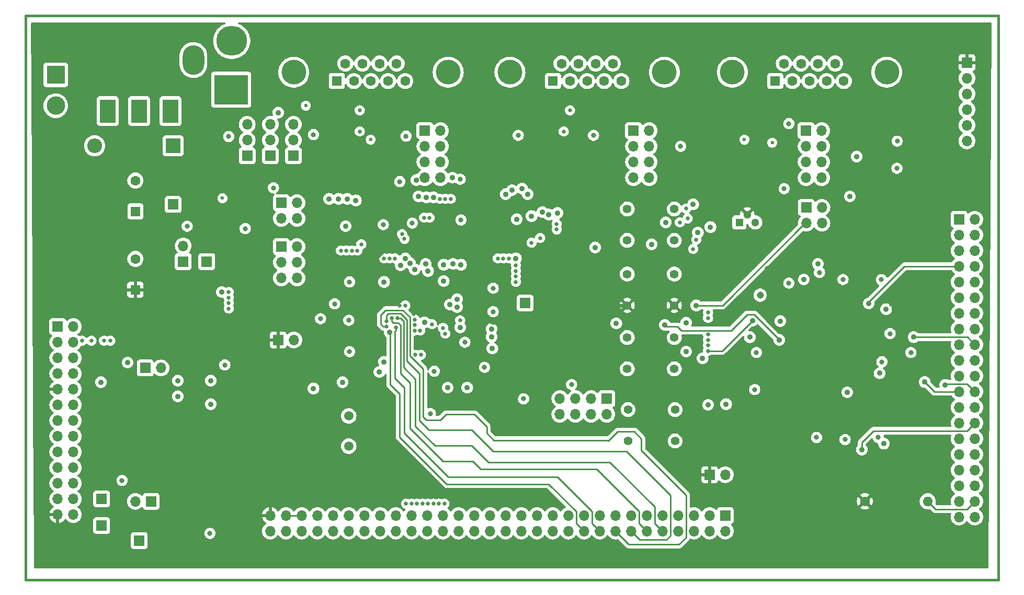
<source format=gbr>
%TF.GenerationSoftware,KiCad,Pcbnew,8.99.0-344-gfbc433deaa-dirty*%
%TF.CreationDate,2024-03-11T18:45:51+01:00*%
%TF.ProjectId,kit-dev-coldfire-xilinx_5213,6b69742d-6465-4762-9d63-6f6c64666972,2*%
%TF.SameCoordinates,Original*%
%TF.FileFunction,Copper,L3,Inr*%
%TF.FilePolarity,Positive*%
%FSLAX46Y46*%
G04 Gerber Fmt 4.6, Leading zero omitted, Abs format (unit mm)*
G04 Created by KiCad (PCBNEW 8.99.0-344-gfbc433deaa-dirty) date 2024-03-11 18:45:51*
%MOMM*%
%LPD*%
G01*
G04 APERTURE LIST*
%TA.AperFunction,ComponentPad*%
%ADD10C,1.397000*%
%TD*%
%TA.AperFunction,ComponentPad*%
%ADD11R,1.700000X1.700000*%
%TD*%
%TA.AperFunction,ComponentPad*%
%ADD12O,1.700000X1.700000*%
%TD*%
%TA.AperFunction,ComponentPad*%
%ADD13R,1.600000X1.600000*%
%TD*%
%TA.AperFunction,ComponentPad*%
%ADD14C,1.600000*%
%TD*%
%TA.AperFunction,ComponentPad*%
%ADD15R,2.400000X2.400000*%
%TD*%
%TA.AperFunction,ComponentPad*%
%ADD16O,2.400000X2.400000*%
%TD*%
%TA.AperFunction,ComponentPad*%
%ADD17R,5.500000X4.800600*%
%TD*%
%TA.AperFunction,ComponentPad*%
%ADD18O,5.000000X4.800600*%
%TD*%
%TA.AperFunction,ComponentPad*%
%ADD19O,3.500000X4.800600*%
%TD*%
%TA.AperFunction,ComponentPad*%
%ADD20R,1.300000X1.300000*%
%TD*%
%TA.AperFunction,ComponentPad*%
%ADD21C,1.300000*%
%TD*%
%TA.AperFunction,ComponentPad*%
%ADD22O,1.600000X1.600000*%
%TD*%
%TA.AperFunction,ComponentPad*%
%ADD23R,2.540000X3.810000*%
%TD*%
%TA.AperFunction,ComponentPad*%
%ADD24R,3.000000X3.000000*%
%TD*%
%TA.AperFunction,ComponentPad*%
%ADD25C,3.000000*%
%TD*%
%TA.AperFunction,ComponentPad*%
%ADD26C,1.500000*%
%TD*%
%TA.AperFunction,ComponentPad*%
%ADD27C,4.000000*%
%TD*%
%TA.AperFunction,ViaPad*%
%ADD28C,0.635000*%
%TD*%
%TA.AperFunction,ViaPad*%
%ADD29C,0.889000*%
%TD*%
%TA.AperFunction,ViaPad*%
%ADD30C,0.600000*%
%TD*%
%TA.AperFunction,ViaPad*%
%ADD31C,0.800000*%
%TD*%
%TA.AperFunction,ViaPad*%
%ADD32C,1.143000*%
%TD*%
%TA.AperFunction,Conductor*%
%ADD33C,0.254000*%
%TD*%
%TA.AperFunction,Conductor*%
%ADD34C,0.558800*%
%TD*%
%TA.AperFunction,Profile*%
%ADD35C,0.381000*%
%TD*%
G04 APERTURE END LIST*
D10*
%TO.N,Net-(ABRT_SW101-Pad1)*%
%TO.C,ABRT_SW101*%
X168529000Y-97790000D03*
X176149000Y-97790000D03*
%TO.N,+3.3V*%
X168529000Y-102870000D03*
X176149000Y-102870000D03*
%TD*%
D11*
%TO.N,/ALLPST*%
%TO.C,ALLPST101*%
X152019000Y-102489000D03*
%TD*%
%TO.N,unconnected-(BDM_PORT101-P1-Pad1)*%
%TO.C,BDM_PORT101*%
X76327000Y-106299000D03*
D12*
%TO.N,/BKPT-*%
X78867000Y-106299000D03*
%TO.N,GND*%
X76327000Y-108839000D03*
%TO.N,/DSCLK*%
X78867000Y-108839000D03*
%TO.N,GND*%
X76327000Y-111379000D03*
%TO.N,Net-(BDM_PORT101-P6)*%
X78867000Y-111379000D03*
%TO.N,/RSTI-*%
X76327000Y-113919000D03*
%TO.N,/DSI*%
X78867000Y-113919000D03*
%TO.N,+3.3V*%
X76327000Y-116459000D03*
%TO.N,/DSO*%
X78867000Y-116459000D03*
%TO.N,GND*%
X76327000Y-118999000D03*
%TO.N,/PST3*%
X78867000Y-118999000D03*
%TO.N,/PST2*%
X76327000Y-121539000D03*
%TO.N,/PST1*%
X78867000Y-121539000D03*
%TO.N,/PST0*%
X76327000Y-124079000D03*
%TO.N,/DDAT3*%
X78867000Y-124079000D03*
%TO.N,/DDAT2*%
X76327000Y-126619000D03*
%TO.N,/DDAT1*%
X78867000Y-126619000D03*
%TO.N,/DDAT0*%
X76327000Y-129159000D03*
%TO.N,GND*%
X78867000Y-129159000D03*
%TO.N,unconnected-(BDM_PORT101-P21-Pad21)*%
X76327000Y-131699000D03*
%TO.N,unconnected-(BDM_PORT101-P22-Pad22)*%
X78867000Y-131699000D03*
%TO.N,GND*%
X76327000Y-134239000D03*
%TO.N,/TCLK*%
X78867000Y-134239000D03*
%TO.N,+3.3V*%
X76327000Y-136779000D03*
%TO.N,Net-(BDM_PORT101-P22-Pad26)*%
X78867000Y-136779000D03*
%TD*%
D13*
%TO.N,Net-(D201-K)*%
%TO.C,C212*%
X88900000Y-87630000D03*
D14*
%TO.N,GND*%
X88900000Y-82630000D03*
%TD*%
D13*
%TO.N,+3.3V*%
%TO.C,C215*%
X88900000Y-100330000D03*
D14*
%TO.N,GND*%
X88900000Y-95330000D03*
%TD*%
D11*
%TO.N,/inout_user/CAN_H*%
%TO.C,CAN_TERM201*%
X96647000Y-95758000D03*
D12*
%TO.N,Net-(CAN_TERM201-Pad2)*%
X96647000Y-93218000D03*
%TD*%
D11*
%TO.N,/TCLK*%
%TO.C,CLKOUT101*%
X83439000Y-134239000D03*
%TD*%
%TO.N,/inout_user/CAN_H*%
%TO.C,COM_SEL203*%
X114500000Y-78613000D03*
D12*
%TO.N,/inout_user/CTS2{slash}CANH*%
X114500000Y-76073000D03*
%TO.N,Net-(COM_SEL203-P3)*%
X114500000Y-73533000D03*
%TD*%
D11*
%TO.N,GND*%
%TO.C,COM_SEL202*%
X110744000Y-78613000D03*
D12*
%TO.N,/inout_user/RXD2*%
X110744000Y-76073000D03*
%TO.N,Net-(COM_SEL202-P3)*%
X110744000Y-73533000D03*
%TD*%
D11*
%TO.N,Net-(BDM_PORT101-P6)*%
%TO.C,CT101*%
X91440000Y-134620000D03*
D12*
%TO.N,/TCLK*%
X88900000Y-134620000D03*
%TD*%
D15*
%TO.N,Net-(D201-K)*%
%TO.C,D201*%
X95000000Y-77000000D03*
D16*
%TO.N,GND*%
X82300000Y-77000000D03*
%TD*%
D11*
%TO.N,GND*%
%TO.C,GND101*%
X89535000Y-140970000D03*
%TD*%
D17*
%TO.N,GND*%
%TO.C,J201*%
X104400000Y-67900000D03*
D18*
X104500000Y-60000000D03*
D19*
%TO.N,Net-(TB201-P1)*%
X98300000Y-63100000D03*
%TD*%
D20*
%TO.N,Net-(D102-K)*%
%TO.C,LV101*%
X186690000Y-89408000D03*
D21*
%TO.N,+3.3V*%
X187960000Y-88138000D03*
%TO.N,GND*%
X189230000Y-89408000D03*
%TD*%
D11*
%TO.N,Net-(MCU_PORT201-P1)*%
%TO.C,MCU_PORT201*%
X184404000Y-136906000D03*
D12*
%TO.N,/IRQ-1*%
X184404000Y-139446000D03*
%TO.N,GND*%
X181864000Y-136906000D03*
%TO.N,/RSTO-*%
X181864000Y-139446000D03*
%TO.N,/UTXD1*%
X179324000Y-136906000D03*
%TO.N,/RSTI-*%
X179324000Y-139446000D03*
%TO.N,/URXD1*%
X176784000Y-136906000D03*
%TO.N,/IRQ-2*%
X176784000Y-139446000D03*
%TO.N,/URTS1*%
X174244000Y-136906000D03*
%TO.N,/AN0*%
X174244000Y-139446000D03*
%TO.N,/UCTS1*%
X171704000Y-136906000D03*
%TO.N,/AN1*%
X171704000Y-139446000D03*
%TO.N,/PWM1*%
X169164000Y-136906000D03*
%TO.N,/AN2*%
X169164000Y-139446000D03*
%TO.N,/PWM3*%
X166624000Y-136906000D03*
%TO.N,/AN3*%
X166624000Y-139446000D03*
%TO.N,/DSPI_DOUT*%
X164084000Y-136906000D03*
%TO.N,/AN4*%
X164084000Y-139446000D03*
%TO.N,/QSPI_DIN*%
X161544000Y-136906000D03*
%TO.N,/AN5*%
X161544000Y-139446000D03*
%TO.N,/QSPI_CLK*%
X159004000Y-136906000D03*
%TO.N,/AN6*%
X159004000Y-139446000D03*
%TO.N,/QSPI_CS0*%
X156464000Y-136906000D03*
%TO.N,/AN7*%
X156464000Y-139446000D03*
%TO.N,/QSPI_CS1*%
X153924000Y-136906000D03*
%TO.N,/CANTX*%
X153924000Y-139446000D03*
%TO.N,/QSPI_CS2*%
X151384000Y-136906000D03*
%TO.N,/CANRX*%
X151384000Y-139446000D03*
%TO.N,/QSPI_CS3*%
X148844000Y-136906000D03*
%TO.N,/PWM5*%
X148844000Y-139446000D03*
%TO.N,/IRQ-3*%
X146304000Y-136906000D03*
%TO.N,/PWM7*%
X146304000Y-139446000D03*
%TO.N,/IRQ-4*%
X143764000Y-136906000D03*
%TO.N,/DTIN0*%
X143764000Y-139446000D03*
%TO.N,/IRQ-5*%
X141224000Y-136906000D03*
%TO.N,/DTIN1*%
X141224000Y-139446000D03*
%TO.N,/IRQ-6*%
X138684000Y-136906000D03*
%TO.N,/DTIN2*%
X138684000Y-139446000D03*
%TO.N,/IRQ-7*%
X136144000Y-136906000D03*
%TO.N,/DTIN3*%
X136144000Y-139446000D03*
%TO.N,/UTXD0*%
X133604000Y-136906000D03*
%TO.N,/URTS0*%
X133604000Y-139446000D03*
%TO.N,/URXD0*%
X131064000Y-136906000D03*
%TO.N,/UCTS0*%
X131064000Y-139446000D03*
%TO.N,/UTXD2*%
X128524000Y-136906000D03*
%TO.N,/URTS2*%
X128524000Y-139446000D03*
%TO.N,/URXD2*%
X125984000Y-136906000D03*
%TO.N,/UCTS2*%
X125984000Y-139446000D03*
%TO.N,/GPT0*%
X123444000Y-136906000D03*
%TO.N,/GPT1*%
X123444000Y-139446000D03*
%TO.N,/GPT2*%
X120904000Y-136906000D03*
%TO.N,/GPT3*%
X120904000Y-139446000D03*
%TO.N,/RCON-*%
X118364000Y-136906000D03*
%TO.N,GND*%
X118364000Y-139446000D03*
%TO.N,/VCCA*%
X115824000Y-136906000D03*
%TO.N,GNDA*%
X115824000Y-139446000D03*
%TO.N,/VCCA*%
X113284000Y-136906000D03*
%TO.N,GNDA*%
X113284000Y-139446000D03*
%TO.N,+3.3V*%
X110744000Y-136906000D03*
%TO.N,GND*%
X110744000Y-139446000D03*
%TD*%
D11*
%TO.N,+3.3V*%
%TO.C,P301*%
X223520000Y-63500000D03*
D12*
%TO.N,GND*%
X223520000Y-66040000D03*
%TO.N,/xilinx/TMS*%
X223520000Y-68580000D03*
%TO.N,/xilinx/TDI*%
X223520000Y-71120000D03*
%TO.N,/xilinx/TCK*%
X223520000Y-73660000D03*
%TO.N,/xilinx/TDO*%
X223520000Y-76200000D03*
%TD*%
D11*
%TO.N,/xilinx/XIL_D0*%
%TO.C,P303*%
X222250000Y-88900000D03*
D12*
%TO.N,GND*%
X224790000Y-88900000D03*
%TO.N,/xilinx/XIL_D1*%
X222250000Y-91440000D03*
%TO.N,/xilinx/XIL_D20*%
X224790000Y-91440000D03*
%TO.N,/xilinx/XIL_D2*%
X222250000Y-93980000D03*
%TO.N,/xilinx/XIL_D21*%
X224790000Y-93980000D03*
%TO.N,/xilinx/XIL_D3*%
X222250000Y-96520000D03*
%TO.N,/xilinx/XIL_D22*%
X224790000Y-96520000D03*
%TO.N,/xilinx/XIL_D4*%
X222250000Y-99060000D03*
%TO.N,/xilinx/XIL_D23*%
X224790000Y-99060000D03*
%TO.N,/xilinx/XIL_D5*%
X222250000Y-101600000D03*
%TO.N,/xilinx/XIL_D24*%
X224790000Y-101600000D03*
%TO.N,/xilinx/XIL_D6*%
X222250000Y-104140000D03*
%TO.N,/xilinx/XIL_D25*%
X224790000Y-104140000D03*
%TO.N,/xilinx/XIL_D7*%
X222250000Y-106680000D03*
%TO.N,/xilinx/XIL_D26*%
X224790000Y-106680000D03*
%TO.N,/xilinx/XIL_D8*%
X222250000Y-109220000D03*
%TO.N,/xilinx/XIL_D27*%
X224790000Y-109220000D03*
%TO.N,/xilinx/XIL_D9*%
X222250000Y-111760000D03*
%TO.N,/xilinx/XIL_D28*%
X224790000Y-111760000D03*
%TO.N,/xilinx/XIL_D10*%
X222250000Y-114300000D03*
%TO.N,/xilinx/XIL_D29*%
X224790000Y-114300000D03*
%TO.N,/xilinx/XIL_D11*%
X222250000Y-116840000D03*
%TO.N,/xilinx/XIL_D30*%
X224790000Y-116840000D03*
%TO.N,/xilinx/XIL_D12*%
X222250000Y-119380000D03*
%TO.N,/xilinx/XIL_D31*%
X224790000Y-119380000D03*
%TO.N,/xilinx/XIL_D13*%
X222250000Y-121920000D03*
%TO.N,/xilinx/XIL_D32*%
X224790000Y-121920000D03*
%TO.N,/xilinx/XIL_D14*%
X222250000Y-124460000D03*
%TO.N,/xilinx/XIL_D33*%
X224790000Y-124460000D03*
%TO.N,/xilinx/XIL_D15*%
X222250000Y-127000000D03*
%TO.N,/xilinx/XIL_D34*%
X224790000Y-127000000D03*
%TO.N,/xilinx/XIL_D16*%
X222250000Y-129540000D03*
%TO.N,/xilinx/XIL_D35*%
X224790000Y-129540000D03*
%TO.N,/xilinx/XIL_D17*%
X222250000Y-132080000D03*
%TO.N,/xilinx/XIL_D36*%
X224790000Y-132080000D03*
%TO.N,/xilinx/XIL_D18*%
X222250000Y-134620000D03*
%TO.N,/xilinx/+3\u002C3V_OUT*%
X224790000Y-134620000D03*
%TO.N,/xilinx/XIL_D19*%
X222250000Y-137160000D03*
%TO.N,GND*%
X224790000Y-137160000D03*
%TD*%
D11*
%TO.N,/QSPI_CLK*%
%TO.C,PULUPEN201*%
X165227000Y-117983000D03*
D12*
%TO.N,Net-(PULUPEN201-Pad2)*%
X165227000Y-120523000D03*
%TO.N,/QSPI_CS0*%
X162687000Y-117983000D03*
%TO.N,Net-(PULUPEN201-Pad4)*%
X162687000Y-120523000D03*
%TO.N,/CANTX*%
X160147000Y-117983000D03*
%TO.N,Net-(PULUPEN201-Pad6)*%
X160147000Y-120523000D03*
%TO.N,/CANRX*%
X157607000Y-117983000D03*
%TO.N,Net-(PULUPEN201-Pad8)*%
X157607000Y-120523000D03*
%TD*%
D14*
%TO.N,+3.3V*%
%TO.C,R302*%
X207010000Y-134620000D03*
D22*
%TO.N,/xilinx/+3\u002C3V_OUT*%
X217170000Y-134620000D03*
%TD*%
D11*
%TO.N,Net-(U205-Rsl)*%
%TO.C,RS201*%
X100457000Y-95758000D03*
%TD*%
D10*
%TO.N,Net-(D102-K)*%
%TO.C,RST_SW101*%
X176149000Y-92329000D03*
X168529000Y-92329000D03*
%TO.N,GND*%
X176149000Y-87249000D03*
X168529000Y-87249000D03*
%TD*%
%TO.N,/IRQ-4*%
%TO.C,SW201*%
X168529000Y-108077000D03*
X176149000Y-108077000D03*
%TO.N,GND*%
X168529000Y-113157000D03*
X176149000Y-113157000D03*
%TD*%
%TO.N,/IRQ-5*%
%TO.C,SW202*%
X168656000Y-119761000D03*
X176276000Y-119761000D03*
%TO.N,GND*%
X168656000Y-124841000D03*
X176276000Y-124841000D03*
%TD*%
D23*
%TO.N,unconnected-(SW_ONOFF201-Pad1)*%
%TO.C,SW_ONOFF201*%
X84420000Y-71374000D03*
%TO.N,Net-(F201-Pad1)*%
X89500000Y-71374000D03*
%TO.N,Net-(TB201-P1)*%
X94580000Y-71374000D03*
%TD*%
D11*
%TO.N,Net-(BDM_PORT101-P22-Pad26)*%
%TO.C,TA-101*%
X83439000Y-138557000D03*
%TD*%
D24*
%TO.N,Net-(TB201-P1)*%
%TO.C,TB201*%
X76000000Y-65500000D03*
D25*
%TO.N,GND*%
X76000000Y-70500000D03*
%TD*%
D11*
%TO.N,Net-(U202-T1IN)*%
%TO.C,UART_EN201*%
X197485000Y-74549000D03*
D12*
%TO.N,/UTXD0*%
X200025000Y-74549000D03*
%TO.N,Net-(U202-R1OUT)*%
X197485000Y-77089000D03*
%TO.N,/URXD0*%
X200025000Y-77089000D03*
%TO.N,Net-(U202-T2IN)*%
X197485000Y-79629000D03*
%TO.N,/URTS0*%
X200025000Y-79629000D03*
%TO.N,Net-(U202-R2OUT)*%
X197485000Y-82169000D03*
%TO.N,/UCTS0*%
X200025000Y-82169000D03*
%TD*%
D11*
%TO.N,Net-(U203-T1IN)*%
%TO.C,UART_EN202*%
X169545000Y-74549000D03*
D12*
%TO.N,/UTXD1*%
X172085000Y-74549000D03*
%TO.N,Net-(U203-R1OUT)*%
X169545000Y-77089000D03*
%TO.N,/URXD1*%
X172085000Y-77089000D03*
%TO.N,Net-(U203-T2IN)*%
X169545000Y-79629000D03*
%TO.N,/URTS1*%
X172085000Y-79629000D03*
%TO.N,Net-(U203-R2OUT)*%
X169545000Y-82169000D03*
%TO.N,/UCTS1*%
X172085000Y-82169000D03*
%TD*%
D11*
%TO.N,Net-(U204-T2IN)*%
%TO.C,UART_EN203*%
X135763000Y-74549000D03*
D12*
%TO.N,/UTXD2*%
X138303000Y-74549000D03*
%TO.N,Net-(U204-R2OUT)*%
X135763000Y-77089000D03*
%TO.N,/URXD2*%
X138303000Y-77089000D03*
%TO.N,Net-(U204-T1IN)*%
X135763000Y-79629000D03*
%TO.N,/URTS2*%
X138303000Y-79629000D03*
%TO.N,Net-(U204-R1OUT)*%
X135763000Y-82169000D03*
%TO.N,/UCTS2*%
X138303000Y-82169000D03*
%TD*%
D11*
%TO.N,+3.3V*%
%TO.C,VDDA101*%
X112014000Y-108458000D03*
D12*
%TO.N,Net-(L102-Pad1)*%
X114554000Y-108458000D03*
%TD*%
D26*
%TO.N,/CLKIN{slash}EXTAL*%
%TO.C,Y101*%
X123444000Y-120777000D03*
%TO.N,/XTAL*%
X123444000Y-125677000D03*
%TD*%
D11*
%TO.N,/CANTX*%
%TO.C,CAN_EN201*%
X112522000Y-86233000D03*
D12*
%TO.N,/inout_user/RxD_CAN*%
X115062000Y-86233000D03*
%TO.N,/inout_user/TxD_CAN*%
X112522000Y-88773000D03*
%TO.N,/CANRX*%
X115062000Y-88773000D03*
%TD*%
D11*
%TO.N,+3.3V*%
%TO.C,VX_EN201*%
X181864000Y-130302000D03*
D12*
%TO.N,Net-(MCU_PORT201-P1)*%
X184404000Y-130302000D03*
%TD*%
D11*
%TO.N,GND*%
%TO.C,JP101*%
X112522000Y-93345000D03*
D12*
%TO.N,/JTAG_EN*%
X115062000Y-93345000D03*
%TO.N,GND*%
X112522000Y-95885000D03*
%TO.N,/CLKMOD1*%
X115062000Y-95885000D03*
%TO.N,GND*%
X112522000Y-98425000D03*
%TO.N,/CLKMOD0*%
X115062000Y-98425000D03*
%TD*%
D11*
%TO.N,/UCTS1*%
%TO.C,P302*%
X197500000Y-87000000D03*
D12*
%TO.N,Net-(U301-P11)*%
X200040000Y-87000000D03*
%TO.N,/URTS1*%
X197500000Y-89540000D03*
%TO.N,Net-(U301-P4)*%
X200040000Y-89540000D03*
%TD*%
D11*
%TO.N,/inout_user/CAN_L*%
%TO.C,COM_SEL201*%
X107000000Y-78613000D03*
D12*
%TO.N,/inout_user/TXD2{slash}CANL*%
X107000000Y-76073000D03*
%TO.N,Net-(COM_SEL201-P3)*%
X107000000Y-73533000D03*
%TD*%
D11*
%TO.N,GND*%
%TO.C,JP201*%
X90500000Y-113000000D03*
D12*
%TO.N,Net-(U201A-E)*%
X93040000Y-113000000D03*
%TD*%
D27*
%TO.N,N/C*%
%TO.C,UARTCAN201*%
X210540000Y-65080000D03*
X185540000Y-65080000D03*
D13*
%TO.N,Net-(UARTCAN201-P6)*%
X192500000Y-66500000D03*
D14*
%TO.N,/inout_user/TXD0*%
X195270000Y-66500000D03*
%TO.N,/inout_user/RXD0*%
X198040000Y-66500000D03*
%TO.N,Net-(UARTCAN201-P6)*%
X200810000Y-66500000D03*
%TO.N,GND*%
X203580000Y-66500000D03*
%TO.N,Net-(UARTCAN201-P6)*%
X193885000Y-63660000D03*
%TO.N,/inout_user/CTS0*%
X196655000Y-63660000D03*
%TO.N,/inout_user/RTS0*%
X199425000Y-63660000D03*
%TO.N,unconnected-(UARTCAN201-P9-Pad9)*%
X202195000Y-63660000D03*
%TD*%
D27*
%TO.N,N/C*%
%TO.C,UARTCAN202*%
X174540000Y-65080000D03*
X149540000Y-65080000D03*
D13*
%TO.N,Net-(UARTCAN202-P6)*%
X156500000Y-66500000D03*
D14*
%TO.N,/inout_user/TXD1*%
X159270000Y-66500000D03*
%TO.N,/inout_user/RXD1*%
X162040000Y-66500000D03*
%TO.N,Net-(UARTCAN202-P6)*%
X164810000Y-66500000D03*
%TO.N,GND*%
X167580000Y-66500000D03*
%TO.N,Net-(UARTCAN202-P6)*%
X157885000Y-63660000D03*
%TO.N,/inout_user/CTS1*%
X160655000Y-63660000D03*
%TO.N,/inout_user/RTS1*%
X163425000Y-63660000D03*
%TO.N,unconnected-(UARTCAN202-P9-Pad9)*%
X166195000Y-63660000D03*
%TD*%
D27*
%TO.N,N/C*%
%TO.C,UARTCAN203*%
X139540000Y-65080000D03*
X114540000Y-65080000D03*
D13*
%TO.N,Net-(UARTCAN203-P6)*%
X121500000Y-66500000D03*
D14*
%TO.N,/inout_user/TXD2{slash}CANL*%
X124270000Y-66500000D03*
%TO.N,/inout_user/RXD2*%
X127040000Y-66500000D03*
%TO.N,Net-(UARTCAN203-P6)*%
X129810000Y-66500000D03*
%TO.N,GND*%
X132580000Y-66500000D03*
%TO.N,Net-(UARTCAN203-P6)*%
X122885000Y-63660000D03*
%TO.N,/inout_user/CTS2{slash}CANH*%
X125655000Y-63660000D03*
%TO.N,/inout_user/RTS2*%
X128425000Y-63660000D03*
%TO.N,unconnected-(UARTCAN203-P9-Pad9)*%
X131195000Y-63660000D03*
%TD*%
D11*
%TO.N,Net-(U205-Vref)*%
%TO.C,VREF201*%
X95000000Y-86500000D03*
%TD*%
D28*
%TO.N,/AN2*%
X129540000Y-105410000D03*
%TO.N,/AN3*%
X129540000Y-106299000D03*
%TO.N,/AN4*%
X131064000Y-106426000D03*
D29*
%TO.N,/AN6*%
X129159000Y-112014000D03*
%TO.N,/BKPT-*%
X146685000Y-109855000D03*
X87630000Y-112141000D03*
D28*
%TO.N,/DDAT0*%
X84836000Y-108585000D03*
D29*
X146558000Y-107950000D03*
D28*
%TO.N,/DDAT1*%
X83820000Y-108585000D03*
D29*
X146558000Y-106680000D03*
%TO.N,/DDAT2*%
X139827000Y-102743000D03*
D28*
X81788000Y-108585000D03*
%TO.N,/DDAT3*%
X80264000Y-108585000D03*
D29*
X140970000Y-103124000D03*
%TO.N,/DSCLK*%
X140970000Y-101854000D03*
%TO.N,/DSI*%
X141478000Y-106426000D03*
D28*
%TO.N,/DSO*%
X141478000Y-105283000D03*
%TO.N,/DTIN1*%
X104013000Y-103378000D03*
X130937000Y-95250000D03*
%TO.N,/GPT1*%
X134112000Y-106045000D03*
X135382000Y-135001000D03*
%TO.N,/GPT3*%
X137160000Y-135001000D03*
X135001000Y-106934000D03*
D29*
%TO.N,/IRQ-5*%
X138811000Y-96266000D03*
D28*
X150495000Y-98171000D03*
D29*
%TO.N,/IRQ-6*%
X140335000Y-96139000D03*
D28*
X150495000Y-97282000D03*
D29*
%TO.N,/IRQ-7*%
X141605000Y-96266000D03*
D28*
X150495000Y-96393000D03*
%TO.N,/JTAG_EN*%
X125476000Y-92964000D03*
D29*
%TO.N,/PST0*%
X135700000Y-105600000D03*
D28*
%TO.N,/PST1*%
X136906000Y-105918000D03*
%TO.N,/PST2*%
X138700000Y-106500000D03*
%TO.N,/PST3*%
X139065000Y-107442000D03*
D29*
%TO.N,/QSPI_CS3*%
X136271000Y-97282000D03*
D28*
X153035000Y-92710000D03*
D29*
%TO.N,/TCLK*%
X83312000Y-115316000D03*
X122428000Y-115316000D03*
D30*
%TO.N,/inout_user/RTS2*%
X127000000Y-76000000D03*
%TO.N,/inout_user/RXD0*%
X192000000Y-76500000D03*
D29*
%TO.N,/inout_user/RXD2*%
X112014000Y-71628000D03*
D30*
%TO.N,/inout_user/TXD0*%
X187500000Y-76000000D03*
D29*
%TO.N,/xilinx/LED_TEST1*%
X197104000Y-98679000D03*
X205661260Y-78740000D03*
%TO.N,/xilinx/LED_TEST2*%
X199390000Y-96139000D03*
X204566520Y-85211920D03*
%TO.N,/xilinx/TCK*%
X204144880Y-116954300D03*
%TO.N,/xilinx/TDI*%
X210431380Y-103477060D03*
%TO.N,/xilinx/TDO*%
X209379820Y-113860580D03*
%TO.N,/xilinx/XIL_D11*%
X216689940Y-115280440D03*
%TO.N,/xilinx/XIL_D17*%
X210073240Y-125275340D03*
%TO.N,/xilinx/XIL_D27*%
X214914480Y-108005880D03*
%TO.N,/xilinx/XIL_D3*%
X207619600Y-102565200D03*
%TO.N,/xilinx/XIL_D30*%
X220002100Y-115755420D03*
%TO.N,/xilinx/XIL_D32*%
X206502000Y-126238000D03*
D31*
%TO.N,GND*%
X211074000Y-107442000D03*
D32*
X190047880Y-101206300D03*
D31*
X199644000Y-97536000D03*
X121158000Y-102616000D03*
X209166460Y-124264420D03*
X189438280Y-110502700D03*
X145415000Y-112903000D03*
X193929000Y-83947000D03*
X151750000Y-118000000D03*
X132715000Y-75438000D03*
X104000000Y-75500000D03*
X136652000Y-120396000D03*
X146812000Y-103886000D03*
X194691000Y-73406000D03*
X100965000Y-139827000D03*
X209748120Y-112008920D03*
X212194140Y-80645000D03*
X209677000Y-98694240D03*
X189156340Y-116509800D03*
X103378000Y-112522000D03*
X131699000Y-82804000D03*
X150876000Y-75311000D03*
X214454740Y-110502700D03*
X117729000Y-75184000D03*
X142240000Y-108839000D03*
X137287000Y-113538000D03*
X97282000Y-90043000D03*
X177165000Y-77089000D03*
X212237320Y-76248260D03*
X163068000Y-75311000D03*
X141478000Y-82423000D03*
X141605000Y-89027000D03*
X194678300Y-99253040D03*
X199174100Y-124272040D03*
X123571000Y-99060000D03*
X106680000Y-90424000D03*
X203454000Y-98673920D03*
X111252000Y-83820000D03*
X133731000Y-89535000D03*
X86741000Y-131241000D03*
X146812000Y-100076000D03*
X129032000Y-89789000D03*
X203794360Y-124617480D03*
X159512000Y-115697000D03*
%TO.N,GNDA*%
X123444000Y-105283000D03*
X123571000Y-110363000D03*
X118872000Y-105029000D03*
D28*
%TO.N,/AN0*%
X131318000Y-104902000D03*
%TO.N,/AN1*%
X130429000Y-104902000D03*
D29*
%TO.N,/QSPI_CS0*%
X155829000Y-88138000D03*
X131826000Y-96393000D03*
%TO.N,/AN5*%
X130048000Y-107188000D03*
%TO.N,/AN7*%
X128397000Y-113665000D03*
%TO.N,/IRQ-4*%
X138811000Y-98933000D03*
D28*
X150495000Y-99060000D03*
%TO.N,/DTIN0*%
X104013000Y-101600000D03*
X130048000Y-95250000D03*
%TO.N,/DTIN2*%
X104013000Y-102489000D03*
X129159000Y-95250000D03*
D29*
%TO.N,/DTIN3*%
X122936000Y-90043000D03*
D28*
X104013000Y-100711000D03*
%TO.N,/GPT0*%
X134112000Y-105156000D03*
X134493000Y-135001000D03*
%TO.N,/GPT2*%
X136271000Y-135001000D03*
X134112000Y-106934000D03*
D32*
%TO.N,+3.3V*%
X209732880Y-118094760D03*
D31*
X103000000Y-95000000D03*
D32*
X193675000Y-109855000D03*
X161163000Y-92329000D03*
X107823000Y-83185000D03*
X199009000Y-102976680D03*
D31*
X191152780Y-96906080D03*
D32*
X191008000Y-73025000D03*
D31*
X218500000Y-70500000D03*
D32*
X146812000Y-105410000D03*
X84582000Y-102235000D03*
X157734000Y-97536000D03*
X193167000Y-113538000D03*
X138800000Y-113200000D03*
D31*
X148500000Y-118000000D03*
D32*
X205613000Y-120777000D03*
X211414360Y-102567740D03*
X162306000Y-106807000D03*
X97155000Y-88500000D03*
X194691000Y-125222000D03*
X130937000Y-89916000D03*
D28*
X131699000Y-102870000D03*
D32*
X192333880Y-123845320D03*
X100838000Y-113030000D03*
X200660000Y-120269000D03*
X193903600Y-107111800D03*
X85090000Y-119126000D03*
X163449000Y-100330000D03*
X131572000Y-71247000D03*
X146812000Y-98679000D03*
X121666000Y-98425000D03*
X202481180Y-102997000D03*
X143100000Y-94000000D03*
X204216000Y-120777000D03*
X164592000Y-71247000D03*
X97409000Y-112141000D03*
X178689000Y-118872000D03*
X206834740Y-109987080D03*
X210947000Y-113538000D03*
D28*
X133985000Y-104267000D03*
D32*
X98298000Y-100584000D03*
X210820000Y-109982000D03*
X168275000Y-115062000D03*
D29*
%TO.N,/VCCA*%
X117729000Y-116332000D03*
%TO.N,/IRQ-1*%
X150495000Y-95250000D03*
X172466000Y-92964000D03*
X188798200Y-105321100D03*
X181610000Y-118999000D03*
D28*
X181610000Y-110236000D03*
%TO.N,/IRQ-2*%
X149352000Y-95250000D03*
X181610000Y-104902000D03*
X179705000Y-92202000D03*
D29*
X184531000Y-118872000D03*
D28*
%TO.N,/IRQ-3*%
X148463000Y-95250000D03*
D29*
X179959000Y-91059000D03*
D28*
X181610000Y-104013000D03*
D29*
%TO.N,/RCON-*%
X102870000Y-100711000D03*
D28*
X132080000Y-91313000D03*
%TO.N,/RSTO-*%
X179197000Y-93726000D03*
D29*
X163322000Y-93472000D03*
%TO.N,/RSTI-*%
X181991000Y-90170000D03*
D28*
X147574000Y-95250000D03*
%TO.N,/QSPI_CS1*%
X132461000Y-92075000D03*
D29*
X178054000Y-105664000D03*
X179197000Y-86487000D03*
X154813000Y-87757000D03*
X180721000Y-111457740D03*
%TO.N,/URTS1*%
X151511000Y-83947000D03*
X179705000Y-102870000D03*
%TO.N,/UCTS1*%
X152400000Y-84836000D03*
D28*
X181610000Y-107569000D03*
D29*
%TO.N,/QSPI_CLK*%
X132588000Y-95250000D03*
X193126360Y-108455460D03*
X157226000Y-87884000D03*
X174625000Y-106045000D03*
D28*
X178070000Y-87170000D03*
%TO.N,/DSPI_DOUT*%
X157099000Y-89662000D03*
X178308000Y-88773000D03*
D29*
X193294000Y-105410000D03*
X133350000Y-96012000D03*
D28*
X181610000Y-108458000D03*
D29*
%TO.N,/QSPI_DIN*%
X188374020Y-108021120D03*
X134112000Y-97028000D03*
D28*
X157099000Y-90551000D03*
X181610000Y-109347000D03*
X177038000Y-89408000D03*
D29*
%TO.N,/QSPI_CS2*%
X174752000Y-89408000D03*
D28*
X154432000Y-91948000D03*
D29*
X135890000Y-96139000D03*
X178054000Y-110363000D03*
%TO.N,/URXD1*%
X148844000Y-84836000D03*
%TO.N,/UTXD1*%
X149860000Y-84201000D03*
D28*
%TO.N,/PWM7*%
X138938000Y-135001000D03*
X135128000Y-110871000D03*
%TO.N,/PWM5*%
X134239000Y-110871000D03*
X138049000Y-135001000D03*
%TO.N,/PWM1*%
X133604000Y-135001000D03*
X132588000Y-102870000D03*
D29*
%TO.N,/PWM3*%
X129159000Y-99060000D03*
D28*
X132715000Y-135001000D03*
D29*
%TO.N,/URTS2*%
X134366000Y-82550000D03*
D28*
X122174000Y-93980000D03*
%TO.N,/UTXD2*%
X123063000Y-93980000D03*
%TO.N,/URXD2*%
X123952000Y-93980000D03*
D29*
%TO.N,/UCTS2*%
X140208000Y-82169000D03*
D28*
X124841000Y-93980000D03*
D29*
%TO.N,/CANRX*%
X134747000Y-85217000D03*
X150622000Y-88900000D03*
D28*
X135636000Y-88646000D03*
%TO.N,/CANTX*%
X136525000Y-88646000D03*
D29*
X136017000Y-85344000D03*
X153035000Y-88392000D03*
%TO.N,/URTS0*%
X137160000Y-85344000D03*
X123190000Y-85598000D03*
D28*
%TO.N,/UTXD0*%
X138176000Y-85598000D03*
D29*
X124587000Y-85852000D03*
D28*
%TO.N,/URXD0*%
X139065000Y-85598000D03*
D29*
X121793000Y-85598000D03*
%TO.N,/UCTS0*%
X120269000Y-85598000D03*
D28*
X139954000Y-85598000D03*
D29*
%TO.N,Net-(ABRT_SW101-Pad1)*%
X166751000Y-105791000D03*
D28*
%TO.N,Net-(U203-V+)*%
X158242000Y-74676000D03*
X159253000Y-71247000D03*
%TO.N,Net-(U204-V+)*%
X125222000Y-71247000D03*
X125222000Y-74676000D03*
D29*
%TO.N,Net-(U201A-E)*%
X95758000Y-117602000D03*
X101092000Y-115062000D03*
X95758000Y-115062000D03*
X101092000Y-118872000D03*
D30*
%TO.N,Net-(U205-Vref)*%
X103000000Y-85500000D03*
D29*
%TO.N,/CLKIN{slash}EXTAL*%
X139446000Y-116205000D03*
X142621000Y-116205000D03*
D30*
%TO.N,/inout_user/CTS2{slash}CANH*%
X116500000Y-70500000D03*
%TD*%
D33*
%TO.N,/AN2*%
X134874000Y-121539000D02*
X136398000Y-123063000D01*
X136398000Y-123063000D02*
X143383000Y-123063000D01*
X143383000Y-123063000D02*
X146812000Y-126492000D01*
X175514000Y-140208000D02*
X174879000Y-140843000D01*
X129540000Y-105410000D02*
X129540000Y-104521000D01*
X174879000Y-140843000D02*
X170561000Y-140843000D01*
X146812000Y-126492000D02*
X168402000Y-126492000D01*
X134874000Y-113919000D02*
X134874000Y-121539000D01*
X170561000Y-140843000D02*
X169164000Y-139446000D01*
X129540000Y-104521000D02*
X129921000Y-104140000D01*
X132842000Y-105156000D02*
X132842000Y-111887000D01*
X175514000Y-133604000D02*
X175514000Y-140208000D01*
X132842000Y-111887000D02*
X134874000Y-113919000D01*
X168402000Y-126492000D02*
X175514000Y-133604000D01*
X129921000Y-104140000D02*
X131826000Y-104140000D01*
X131826000Y-104140000D02*
X132842000Y-105156000D01*
%TO.N,/AN3*%
X129540000Y-106299000D02*
X129032000Y-106299000D01*
X145796000Y-123571000D02*
X146939000Y-124714000D01*
X136017000Y-121412000D02*
X138303000Y-121412000D01*
X165481000Y-124714000D02*
X165481000Y-124841000D01*
X128651000Y-105918000D02*
X128651000Y-104394000D01*
X170815000Y-124460000D02*
X170815000Y-126365000D01*
X129413000Y-103632000D02*
X132207000Y-103632000D01*
X167005000Y-123317000D02*
X169672000Y-123317000D01*
X138303000Y-121412000D02*
X139192000Y-120523000D01*
X178054000Y-133604000D02*
X178054000Y-140462000D01*
X165481000Y-124841000D02*
X167005000Y-123317000D01*
X129032000Y-106299000D02*
X128651000Y-105918000D01*
X143764000Y-120523000D02*
X145796000Y-122555000D01*
X132207000Y-103632000D02*
X133350000Y-104775000D01*
X145796000Y-122555000D02*
X145796000Y-123571000D01*
X168783000Y-141605000D02*
X166624000Y-139446000D01*
X133350000Y-110998000D02*
X135509000Y-113157000D01*
X135509000Y-113157000D02*
X135509000Y-120904000D01*
X170815000Y-126365000D02*
X178054000Y-133604000D01*
X176911000Y-141605000D02*
X168783000Y-141605000D01*
X146939000Y-124714000D02*
X165481000Y-124714000D01*
X135509000Y-120904000D02*
X136017000Y-121412000D01*
X169672000Y-123317000D02*
X170815000Y-124460000D01*
X178054000Y-140462000D02*
X176911000Y-141605000D01*
X133350000Y-104775000D02*
X133350000Y-110998000D01*
X128651000Y-104394000D02*
X129413000Y-103632000D01*
X139192000Y-120523000D02*
X143764000Y-120523000D01*
%TO.N,/AN4*%
X139573000Y-130683000D02*
X132461000Y-123571000D01*
X162814000Y-138176000D02*
X162814000Y-136271000D01*
X132461000Y-123571000D02*
X132461000Y-116205000D01*
X130937000Y-114681000D02*
X132461000Y-116205000D01*
X162814000Y-136271000D02*
X157226000Y-130683000D01*
X130937000Y-107061000D02*
X131064000Y-106934000D01*
X164084000Y-139446000D02*
X162814000Y-138176000D01*
X131064000Y-106934000D02*
X131064000Y-106426000D01*
X130937000Y-107061000D02*
X130937000Y-114681000D01*
X157226000Y-130683000D02*
X139573000Y-130683000D01*
%TO.N,/xilinx/+3\u002C3V_OUT*%
X217170000Y-134620000D02*
X218440000Y-135890000D01*
X223520000Y-135890000D02*
X224790000Y-134620000D01*
X218440000Y-135890000D02*
X223520000Y-135890000D01*
%TO.N,/xilinx/XIL_D11*%
X218249500Y-116840000D02*
X222250000Y-116840000D01*
X216689940Y-115280440D02*
X218249500Y-116840000D01*
%TO.N,/xilinx/XIL_D27*%
X223575880Y-108005880D02*
X224790000Y-109220000D01*
X214914480Y-108005880D02*
X223575880Y-108005880D01*
%TO.N,/xilinx/XIL_D3*%
X207619600Y-102565200D02*
X207619600Y-102308660D01*
X207619600Y-102308660D02*
X213408260Y-96520000D01*
X213408260Y-96520000D02*
X222250000Y-96520000D01*
%TO.N,/xilinx/XIL_D30*%
X223520000Y-115570000D02*
X224790000Y-116840000D01*
X220002100Y-115755420D02*
X220187520Y-115570000D01*
X220187520Y-115570000D02*
X223520000Y-115570000D01*
%TO.N,/xilinx/XIL_D32*%
X206502000Y-125095000D02*
X208407000Y-123190000D01*
X208407000Y-123190000D02*
X223520000Y-123190000D01*
X206502000Y-126238000D02*
X206502000Y-125095000D01*
X223520000Y-123190000D02*
X224790000Y-121920000D01*
%TO.N,/AN0*%
X134239000Y-114808000D02*
X132334000Y-112903000D01*
X146050000Y-128270000D02*
X143383000Y-125603000D01*
X134239000Y-122428000D02*
X134239000Y-114808000D01*
X131826000Y-104902000D02*
X131318000Y-104902000D01*
X143383000Y-125603000D02*
X137414000Y-125603000D01*
X137414000Y-125603000D02*
X134239000Y-122428000D01*
X172974000Y-135509000D02*
X165735000Y-128270000D01*
X132334000Y-112903000D02*
X132334000Y-105410000D01*
X132334000Y-105410000D02*
X131826000Y-104902000D01*
X172974000Y-138176000D02*
X172974000Y-135509000D01*
X165735000Y-128270000D02*
X146050000Y-128270000D01*
X174244000Y-139446000D02*
X172974000Y-138176000D01*
%TO.N,/AN1*%
X144780000Y-129413000D02*
X163576000Y-129413000D01*
X130429000Y-105410000D02*
X130683000Y-105664000D01*
X143510000Y-128143000D02*
X144780000Y-129413000D01*
X138684000Y-128143000D02*
X143510000Y-128143000D01*
X163576000Y-129413000D02*
X170434000Y-136271000D01*
X131445000Y-105664000D02*
X131826000Y-106045000D01*
X130683000Y-105664000D02*
X131445000Y-105664000D01*
X170434000Y-136271000D02*
X170434000Y-138176000D01*
X130429000Y-104902000D02*
X130429000Y-105410000D01*
X133350000Y-115443000D02*
X133350000Y-122809000D01*
X131826000Y-113919000D02*
X133350000Y-115443000D01*
X170434000Y-138176000D02*
X171704000Y-139446000D01*
X133350000Y-122809000D02*
X138684000Y-128143000D01*
X131826000Y-106045000D02*
X131826000Y-113919000D01*
%TO.N,/AN5*%
X160274000Y-136271000D02*
X155829000Y-131826000D01*
X130175000Y-107315000D02*
X130048000Y-107188000D01*
X130175000Y-115697000D02*
X131699000Y-117221000D01*
X130175000Y-107315000D02*
X130175000Y-115697000D01*
X155829000Y-131826000D02*
X139319000Y-131826000D01*
X161544000Y-139446000D02*
X160274000Y-138176000D01*
X139319000Y-131826000D02*
X131699000Y-124206000D01*
X131699000Y-124206000D02*
X131699000Y-117221000D01*
X160274000Y-138176000D02*
X160274000Y-136271000D01*
D34*
%TO.N,+3.3V*%
X89154000Y-100584000D02*
X88900000Y-100330000D01*
X127889000Y-95250000D02*
X130937000Y-92202000D01*
X202460860Y-102976680D02*
X202481180Y-102997000D01*
X163449000Y-100330000D02*
X162306000Y-101473000D01*
X193167000Y-113538000D02*
X192333880Y-114371120D01*
X127889000Y-97155000D02*
X127889000Y-95250000D01*
X162306000Y-101473000D02*
X162306000Y-106807000D01*
X166243000Y-102870000D02*
X168529000Y-102870000D01*
X205613000Y-120777000D02*
X204216000Y-120777000D01*
X130937000Y-92202000D02*
X130937000Y-89916000D01*
X162306000Y-106807000D02*
X166243000Y-102870000D01*
D33*
%TO.N,/VCCA*%
X113284000Y-136906000D02*
X115824000Y-136906000D01*
%TO.N,/IRQ-1*%
X181610000Y-110236000D02*
X183883300Y-110236000D01*
X183883300Y-110236000D02*
X188798200Y-105321100D01*
%TO.N,/URTS1*%
X183954420Y-102870000D02*
X197289420Y-89535000D01*
X197289420Y-89535000D02*
X197485000Y-89535000D01*
X179705000Y-102870000D02*
X183954420Y-102870000D01*
%TO.N,/QSPI_CLK*%
X179324000Y-106934000D02*
X179324000Y-106951780D01*
X189057280Y-104348280D02*
X187934600Y-104348280D01*
X174625000Y-106045000D02*
X174879000Y-106299000D01*
X187934600Y-104348280D02*
X185331100Y-106951780D01*
X176657000Y-106299000D02*
X177292000Y-106934000D01*
X174879000Y-106299000D02*
X176657000Y-106299000D01*
X193126360Y-108455460D02*
X193126360Y-108417360D01*
X185331100Y-106951780D02*
X179324000Y-106951780D01*
X193126360Y-108417360D02*
X189057280Y-104348280D01*
X177292000Y-106934000D02*
X179324000Y-106934000D01*
%TD*%
%TA.AperFunction,Conductor*%
%TO.N,+3.3V*%
G36*
X103388480Y-57019962D02*
G01*
X103443018Y-57074500D01*
X103462980Y-57149000D01*
X103443018Y-57223500D01*
X103388480Y-57278038D01*
X103363194Y-57289637D01*
X103288466Y-57315786D01*
X103288465Y-57315786D01*
X102994923Y-57457147D01*
X102994916Y-57457151D01*
X102719047Y-57630490D01*
X102464315Y-57833633D01*
X102233933Y-58064015D01*
X102030790Y-58318747D01*
X101857451Y-58594616D01*
X101857447Y-58594623D01*
X101716086Y-58888165D01*
X101716086Y-58888166D01*
X101608478Y-59195693D01*
X101608477Y-59195695D01*
X101535979Y-59513327D01*
X101499500Y-59837095D01*
X101499500Y-60162904D01*
X101535979Y-60486672D01*
X101608477Y-60804304D01*
X101608478Y-60804306D01*
X101608479Y-60804310D01*
X101663888Y-60962658D01*
X101716086Y-61111833D01*
X101716086Y-61111834D01*
X101857447Y-61405376D01*
X101857451Y-61405383D01*
X102030790Y-61681252D01*
X102233933Y-61935984D01*
X102464315Y-62166366D01*
X102719047Y-62369509D01*
X102902959Y-62485068D01*
X102994917Y-62542849D01*
X103288463Y-62684213D01*
X103595990Y-62791821D01*
X103754811Y-62828071D01*
X103913627Y-62864320D01*
X103913628Y-62864320D01*
X103913632Y-62864321D01*
X104237395Y-62900800D01*
X104762605Y-62900800D01*
X105086368Y-62864321D01*
X105404010Y-62791821D01*
X105711537Y-62684213D01*
X106005083Y-62542849D01*
X106280955Y-62369507D01*
X106535684Y-62166367D01*
X106766067Y-61935984D01*
X106969207Y-61681255D01*
X107142549Y-61405383D01*
X107283913Y-61111837D01*
X107391521Y-60804310D01*
X107464021Y-60486668D01*
X107500500Y-60162905D01*
X107500500Y-59837095D01*
X107464021Y-59513332D01*
X107391521Y-59195690D01*
X107283913Y-58888163D01*
X107142549Y-58594617D01*
X107084768Y-58502659D01*
X106969209Y-58318747D01*
X106766066Y-58064015D01*
X106535684Y-57833633D01*
X106280952Y-57630490D01*
X106005083Y-57457151D01*
X106005076Y-57457147D01*
X105833116Y-57374336D01*
X105711537Y-57315787D01*
X105636807Y-57289638D01*
X105573082Y-57246191D01*
X105539618Y-57176701D01*
X105545381Y-57099789D01*
X105588829Y-57036062D01*
X105658319Y-57002598D01*
X105686020Y-57000000D01*
X227350155Y-57000000D01*
X227424655Y-57019962D01*
X227479193Y-57074500D01*
X227499155Y-57149000D01*
X227499153Y-57149842D01*
X227000837Y-145351842D01*
X226980454Y-145426228D01*
X226925609Y-145480457D01*
X226851839Y-145500000D01*
X72648161Y-145500000D01*
X72573661Y-145480038D01*
X72519123Y-145425500D01*
X72499163Y-145351842D01*
X72479480Y-141867863D01*
X88184500Y-141867863D01*
X88184502Y-141867888D01*
X88190908Y-141927478D01*
X88190909Y-141927484D01*
X88241202Y-142062329D01*
X88241204Y-142062333D01*
X88327452Y-142177544D01*
X88327455Y-142177547D01*
X88442666Y-142263795D01*
X88442670Y-142263797D01*
X88577517Y-142314091D01*
X88637114Y-142320499D01*
X88637118Y-142320499D01*
X88637127Y-142320500D01*
X90432872Y-142320499D01*
X90492483Y-142314091D01*
X90588447Y-142278298D01*
X90627329Y-142263797D01*
X90627333Y-142263795D01*
X90701353Y-142208383D01*
X90742546Y-142177546D01*
X90828796Y-142062331D01*
X90879091Y-141927483D01*
X90880823Y-141911370D01*
X90885499Y-141867885D01*
X90885499Y-141867882D01*
X90885500Y-141867873D01*
X90885499Y-140072128D01*
X90879091Y-140012517D01*
X90864588Y-139973633D01*
X90828797Y-139877670D01*
X90828795Y-139877666D01*
X90790866Y-139827000D01*
X100059540Y-139827000D01*
X100079325Y-140015254D01*
X100110601Y-140111511D01*
X100137821Y-140195284D01*
X100137822Y-140195285D01*
X100232469Y-140359220D01*
X100345267Y-140484493D01*
X100359129Y-140499888D01*
X100512270Y-140611151D01*
X100685197Y-140688144D01*
X100826315Y-140718139D01*
X100870352Y-140727500D01*
X100870354Y-140727500D01*
X101059648Y-140727500D01*
X101099004Y-140719134D01*
X101244803Y-140688144D01*
X101417730Y-140611151D01*
X101570871Y-140499888D01*
X101643195Y-140419563D01*
X101697530Y-140359220D01*
X101697531Y-140359218D01*
X101697533Y-140359216D01*
X101792179Y-140195284D01*
X101850674Y-140015256D01*
X101870460Y-139827000D01*
X101850674Y-139638744D01*
X101792179Y-139458716D01*
X101784837Y-139446000D01*
X109388341Y-139446000D01*
X109408937Y-139681409D01*
X109469516Y-139907497D01*
X109470097Y-139909663D01*
X109569965Y-140123830D01*
X109705505Y-140317401D01*
X109872599Y-140484495D01*
X110066170Y-140620035D01*
X110280337Y-140719903D01*
X110508592Y-140781063D01*
X110744000Y-140801659D01*
X110979408Y-140781063D01*
X111207663Y-140719903D01*
X111421830Y-140620035D01*
X111615401Y-140484495D01*
X111782495Y-140317401D01*
X111891947Y-140161086D01*
X111951030Y-140111511D01*
X112026986Y-140098118D01*
X112099463Y-140124497D01*
X112136051Y-140161085D01*
X112245505Y-140317401D01*
X112412599Y-140484495D01*
X112606170Y-140620035D01*
X112820337Y-140719903D01*
X113048592Y-140781063D01*
X113284000Y-140801659D01*
X113519408Y-140781063D01*
X113747663Y-140719903D01*
X113961830Y-140620035D01*
X114155401Y-140484495D01*
X114322495Y-140317401D01*
X114431947Y-140161086D01*
X114491030Y-140111511D01*
X114566986Y-140098118D01*
X114639463Y-140124497D01*
X114676051Y-140161085D01*
X114785505Y-140317401D01*
X114952599Y-140484495D01*
X115146170Y-140620035D01*
X115360337Y-140719903D01*
X115588592Y-140781063D01*
X115824000Y-140801659D01*
X116059408Y-140781063D01*
X116287663Y-140719903D01*
X116501830Y-140620035D01*
X116695401Y-140484495D01*
X116862495Y-140317401D01*
X116971947Y-140161086D01*
X117031030Y-140111511D01*
X117106986Y-140098118D01*
X117179463Y-140124497D01*
X117216051Y-140161085D01*
X117325505Y-140317401D01*
X117492599Y-140484495D01*
X117686170Y-140620035D01*
X117900337Y-140719903D01*
X118128592Y-140781063D01*
X118364000Y-140801659D01*
X118599408Y-140781063D01*
X118827663Y-140719903D01*
X119041830Y-140620035D01*
X119235401Y-140484495D01*
X119402495Y-140317401D01*
X119511947Y-140161086D01*
X119571030Y-140111511D01*
X119646986Y-140098118D01*
X119719463Y-140124497D01*
X119756051Y-140161085D01*
X119865505Y-140317401D01*
X120032599Y-140484495D01*
X120226170Y-140620035D01*
X120440337Y-140719903D01*
X120668592Y-140781063D01*
X120904000Y-140801659D01*
X121139408Y-140781063D01*
X121367663Y-140719903D01*
X121581830Y-140620035D01*
X121775401Y-140484495D01*
X121942495Y-140317401D01*
X122051947Y-140161086D01*
X122111030Y-140111511D01*
X122186986Y-140098118D01*
X122259463Y-140124497D01*
X122296051Y-140161085D01*
X122405505Y-140317401D01*
X122572599Y-140484495D01*
X122766170Y-140620035D01*
X122980337Y-140719903D01*
X123208592Y-140781063D01*
X123444000Y-140801659D01*
X123679408Y-140781063D01*
X123907663Y-140719903D01*
X124121830Y-140620035D01*
X124315401Y-140484495D01*
X124482495Y-140317401D01*
X124591947Y-140161086D01*
X124651030Y-140111511D01*
X124726986Y-140098118D01*
X124799463Y-140124497D01*
X124836051Y-140161085D01*
X124945505Y-140317401D01*
X125112599Y-140484495D01*
X125306170Y-140620035D01*
X125520337Y-140719903D01*
X125748592Y-140781063D01*
X125984000Y-140801659D01*
X126219408Y-140781063D01*
X126447663Y-140719903D01*
X126661830Y-140620035D01*
X126855401Y-140484495D01*
X127022495Y-140317401D01*
X127131947Y-140161086D01*
X127191030Y-140111511D01*
X127266986Y-140098118D01*
X127339463Y-140124497D01*
X127376051Y-140161085D01*
X127485505Y-140317401D01*
X127652599Y-140484495D01*
X127846170Y-140620035D01*
X128060337Y-140719903D01*
X128288592Y-140781063D01*
X128524000Y-140801659D01*
X128759408Y-140781063D01*
X128987663Y-140719903D01*
X129201830Y-140620035D01*
X129395401Y-140484495D01*
X129562495Y-140317401D01*
X129671947Y-140161086D01*
X129731030Y-140111511D01*
X129806986Y-140098118D01*
X129879463Y-140124497D01*
X129916051Y-140161085D01*
X130025505Y-140317401D01*
X130192599Y-140484495D01*
X130386170Y-140620035D01*
X130600337Y-140719903D01*
X130828592Y-140781063D01*
X131064000Y-140801659D01*
X131299408Y-140781063D01*
X131527663Y-140719903D01*
X131741830Y-140620035D01*
X131935401Y-140484495D01*
X132102495Y-140317401D01*
X132211947Y-140161086D01*
X132271030Y-140111511D01*
X132346986Y-140098118D01*
X132419463Y-140124497D01*
X132456051Y-140161085D01*
X132565505Y-140317401D01*
X132732599Y-140484495D01*
X132926170Y-140620035D01*
X133140337Y-140719903D01*
X133368592Y-140781063D01*
X133604000Y-140801659D01*
X133839408Y-140781063D01*
X134067663Y-140719903D01*
X134281830Y-140620035D01*
X134475401Y-140484495D01*
X134642495Y-140317401D01*
X134751947Y-140161086D01*
X134811030Y-140111511D01*
X134886986Y-140098118D01*
X134959463Y-140124497D01*
X134996051Y-140161085D01*
X135105505Y-140317401D01*
X135272599Y-140484495D01*
X135466170Y-140620035D01*
X135680337Y-140719903D01*
X135908592Y-140781063D01*
X136144000Y-140801659D01*
X136379408Y-140781063D01*
X136607663Y-140719903D01*
X136821830Y-140620035D01*
X137015401Y-140484495D01*
X137182495Y-140317401D01*
X137291947Y-140161086D01*
X137351030Y-140111511D01*
X137426986Y-140098118D01*
X137499463Y-140124497D01*
X137536051Y-140161085D01*
X137645505Y-140317401D01*
X137812599Y-140484495D01*
X138006170Y-140620035D01*
X138220337Y-140719903D01*
X138448592Y-140781063D01*
X138684000Y-140801659D01*
X138919408Y-140781063D01*
X139147663Y-140719903D01*
X139361830Y-140620035D01*
X139555401Y-140484495D01*
X139722495Y-140317401D01*
X139831947Y-140161086D01*
X139891030Y-140111511D01*
X139966986Y-140098118D01*
X140039463Y-140124497D01*
X140076051Y-140161085D01*
X140185505Y-140317401D01*
X140352599Y-140484495D01*
X140546170Y-140620035D01*
X140760337Y-140719903D01*
X140988592Y-140781063D01*
X141224000Y-140801659D01*
X141459408Y-140781063D01*
X141687663Y-140719903D01*
X141901830Y-140620035D01*
X142095401Y-140484495D01*
X142262495Y-140317401D01*
X142371947Y-140161086D01*
X142431030Y-140111511D01*
X142506986Y-140098118D01*
X142579463Y-140124497D01*
X142616051Y-140161085D01*
X142725505Y-140317401D01*
X142892599Y-140484495D01*
X143086170Y-140620035D01*
X143300337Y-140719903D01*
X143528592Y-140781063D01*
X143764000Y-140801659D01*
X143999408Y-140781063D01*
X144227663Y-140719903D01*
X144441830Y-140620035D01*
X144635401Y-140484495D01*
X144802495Y-140317401D01*
X144911947Y-140161086D01*
X144971030Y-140111511D01*
X145046986Y-140098118D01*
X145119463Y-140124497D01*
X145156051Y-140161085D01*
X145265505Y-140317401D01*
X145432599Y-140484495D01*
X145626170Y-140620035D01*
X145840337Y-140719903D01*
X146068592Y-140781063D01*
X146304000Y-140801659D01*
X146539408Y-140781063D01*
X146767663Y-140719903D01*
X146981830Y-140620035D01*
X147175401Y-140484495D01*
X147342495Y-140317401D01*
X147451947Y-140161086D01*
X147511030Y-140111511D01*
X147586986Y-140098118D01*
X147659463Y-140124497D01*
X147696051Y-140161085D01*
X147805505Y-140317401D01*
X147972599Y-140484495D01*
X148166170Y-140620035D01*
X148380337Y-140719903D01*
X148608592Y-140781063D01*
X148844000Y-140801659D01*
X149079408Y-140781063D01*
X149307663Y-140719903D01*
X149521830Y-140620035D01*
X149715401Y-140484495D01*
X149882495Y-140317401D01*
X149991947Y-140161086D01*
X150051030Y-140111511D01*
X150126986Y-140098118D01*
X150199463Y-140124497D01*
X150236051Y-140161085D01*
X150345505Y-140317401D01*
X150512599Y-140484495D01*
X150706170Y-140620035D01*
X150920337Y-140719903D01*
X151148592Y-140781063D01*
X151384000Y-140801659D01*
X151619408Y-140781063D01*
X151847663Y-140719903D01*
X152061830Y-140620035D01*
X152255401Y-140484495D01*
X152422495Y-140317401D01*
X152531947Y-140161086D01*
X152591030Y-140111511D01*
X152666986Y-140098118D01*
X152739463Y-140124497D01*
X152776051Y-140161085D01*
X152885505Y-140317401D01*
X153052599Y-140484495D01*
X153246170Y-140620035D01*
X153460337Y-140719903D01*
X153688592Y-140781063D01*
X153924000Y-140801659D01*
X154159408Y-140781063D01*
X154387663Y-140719903D01*
X154601830Y-140620035D01*
X154795401Y-140484495D01*
X154962495Y-140317401D01*
X155071947Y-140161086D01*
X155131030Y-140111511D01*
X155206986Y-140098118D01*
X155279463Y-140124497D01*
X155316051Y-140161085D01*
X155425505Y-140317401D01*
X155592599Y-140484495D01*
X155786170Y-140620035D01*
X156000337Y-140719903D01*
X156228592Y-140781063D01*
X156464000Y-140801659D01*
X156699408Y-140781063D01*
X156927663Y-140719903D01*
X157141830Y-140620035D01*
X157335401Y-140484495D01*
X157502495Y-140317401D01*
X157611947Y-140161086D01*
X157671030Y-140111511D01*
X157746986Y-140098118D01*
X157819463Y-140124497D01*
X157856051Y-140161085D01*
X157965505Y-140317401D01*
X158132599Y-140484495D01*
X158326170Y-140620035D01*
X158540337Y-140719903D01*
X158768592Y-140781063D01*
X159004000Y-140801659D01*
X159239408Y-140781063D01*
X159467663Y-140719903D01*
X159681830Y-140620035D01*
X159875401Y-140484495D01*
X160042495Y-140317401D01*
X160151947Y-140161086D01*
X160211030Y-140111511D01*
X160286986Y-140098118D01*
X160359463Y-140124497D01*
X160396051Y-140161085D01*
X160505505Y-140317401D01*
X160672599Y-140484495D01*
X160866170Y-140620035D01*
X161080337Y-140719903D01*
X161308592Y-140781063D01*
X161544000Y-140801659D01*
X161779408Y-140781063D01*
X162007663Y-140719903D01*
X162221830Y-140620035D01*
X162415401Y-140484495D01*
X162582495Y-140317401D01*
X162691947Y-140161086D01*
X162751030Y-140111511D01*
X162826986Y-140098118D01*
X162899463Y-140124497D01*
X162936051Y-140161085D01*
X163045505Y-140317401D01*
X163212599Y-140484495D01*
X163406170Y-140620035D01*
X163620337Y-140719903D01*
X163848592Y-140781063D01*
X164084000Y-140801659D01*
X164319408Y-140781063D01*
X164547663Y-140719903D01*
X164761830Y-140620035D01*
X164955401Y-140484495D01*
X165122495Y-140317401D01*
X165231947Y-140161086D01*
X165291030Y-140111511D01*
X165366986Y-140098118D01*
X165439463Y-140124497D01*
X165476051Y-140161085D01*
X165585505Y-140317401D01*
X165752599Y-140484495D01*
X165946170Y-140620035D01*
X166160337Y-140719903D01*
X166388592Y-140781063D01*
X166624000Y-140801659D01*
X166859408Y-140781063D01*
X166943699Y-140758477D01*
X167020826Y-140758477D01*
X167087621Y-140797041D01*
X167087622Y-140797041D01*
X168295589Y-142005008D01*
X168382992Y-142092411D01*
X168485767Y-142161083D01*
X168485768Y-142161083D01*
X168485769Y-142161084D01*
X168525515Y-142177547D01*
X168599965Y-142208385D01*
X168721197Y-142232500D01*
X168721201Y-142232500D01*
X176972803Y-142232500D01*
X177094035Y-142208386D01*
X177174777Y-142174939D01*
X177174782Y-142174939D01*
X177174782Y-142174938D01*
X177178402Y-142173438D01*
X177208233Y-142161083D01*
X177311008Y-142092411D01*
X177398411Y-142005008D01*
X178541411Y-140862008D01*
X178575236Y-140811385D01*
X178581736Y-140801658D01*
X178610077Y-140759242D01*
X178610077Y-140759241D01*
X178610083Y-140759233D01*
X178610087Y-140759223D01*
X178610325Y-140758779D01*
X178610541Y-140758547D01*
X178614151Y-140753146D01*
X178615042Y-140753741D01*
X178663043Y-140702480D01*
X178736848Y-140680083D01*
X178804708Y-140693962D01*
X178860337Y-140719903D01*
X179088592Y-140781063D01*
X179324000Y-140801659D01*
X179559408Y-140781063D01*
X179787663Y-140719903D01*
X180001830Y-140620035D01*
X180195401Y-140484495D01*
X180362495Y-140317401D01*
X180471947Y-140161086D01*
X180531030Y-140111511D01*
X180606986Y-140098118D01*
X180679463Y-140124497D01*
X180716051Y-140161085D01*
X180825505Y-140317401D01*
X180992599Y-140484495D01*
X181186170Y-140620035D01*
X181400337Y-140719903D01*
X181628592Y-140781063D01*
X181864000Y-140801659D01*
X182099408Y-140781063D01*
X182327663Y-140719903D01*
X182541830Y-140620035D01*
X182735401Y-140484495D01*
X182902495Y-140317401D01*
X183011947Y-140161086D01*
X183071030Y-140111511D01*
X183146986Y-140098118D01*
X183219463Y-140124497D01*
X183256051Y-140161085D01*
X183365505Y-140317401D01*
X183532599Y-140484495D01*
X183726170Y-140620035D01*
X183940337Y-140719903D01*
X184168592Y-140781063D01*
X184404000Y-140801659D01*
X184639408Y-140781063D01*
X184867663Y-140719903D01*
X185081830Y-140620035D01*
X185275401Y-140484495D01*
X185442495Y-140317401D01*
X185578035Y-140123830D01*
X185677903Y-139909663D01*
X185739063Y-139681408D01*
X185759659Y-139446000D01*
X185739063Y-139210592D01*
X185677903Y-138982337D01*
X185578035Y-138768171D01*
X185442495Y-138574599D01*
X185348075Y-138480179D01*
X185309512Y-138413385D01*
X185309512Y-138336257D01*
X185348076Y-138269462D01*
X185401366Y-138235215D01*
X185432278Y-138223685D01*
X185496327Y-138199798D01*
X185496333Y-138199795D01*
X185553938Y-138156671D01*
X185611546Y-138113546D01*
X185673040Y-138031401D01*
X185697795Y-137998333D01*
X185697797Y-137998329D01*
X185731287Y-137908537D01*
X185748091Y-137863483D01*
X185752174Y-137825511D01*
X185754499Y-137803885D01*
X185754499Y-137803882D01*
X185754500Y-137803873D01*
X185754499Y-136008128D01*
X185748091Y-135948517D01*
X185721422Y-135877014D01*
X185697797Y-135813670D01*
X185697795Y-135813666D01*
X185611547Y-135698455D01*
X185611544Y-135698452D01*
X185496333Y-135612204D01*
X185496329Y-135612202D01*
X185361482Y-135561908D01*
X185301876Y-135555500D01*
X183506136Y-135555500D01*
X183506111Y-135555502D01*
X183446521Y-135561908D01*
X183446515Y-135561909D01*
X183311670Y-135612202D01*
X183311666Y-135612204D01*
X183196455Y-135698452D01*
X183196452Y-135698455D01*
X183110204Y-135813666D01*
X183110203Y-135813668D01*
X183074784Y-135908634D01*
X183030045Y-135971461D01*
X182959887Y-136003501D01*
X182883108Y-135996170D01*
X182829819Y-135961923D01*
X182735402Y-135867506D01*
X182735400Y-135867504D01*
X182541830Y-135731965D01*
X182327663Y-135632097D01*
X182327661Y-135632096D01*
X182099409Y-135570937D01*
X181864000Y-135550341D01*
X181628590Y-135570937D01*
X181400340Y-135632096D01*
X181400339Y-135632096D01*
X181400337Y-135632097D01*
X181186171Y-135731965D01*
X181186168Y-135731966D01*
X181186168Y-135731967D01*
X180992596Y-135867507D01*
X180825506Y-136034597D01*
X180716054Y-136190912D01*
X180656970Y-136240489D01*
X180581014Y-136253882D01*
X180508537Y-136227503D01*
X180471946Y-136190912D01*
X180423442Y-136121641D01*
X180362495Y-136034599D01*
X180195401Y-135867505D01*
X180001830Y-135731965D01*
X179787663Y-135632097D01*
X179787661Y-135632096D01*
X179559409Y-135570937D01*
X179324000Y-135550341D01*
X179088590Y-135570937D01*
X179088587Y-135570937D01*
X178869063Y-135629758D01*
X178791935Y-135629758D01*
X178725141Y-135591193D01*
X178686577Y-135524398D01*
X178681500Y-135485835D01*
X178681500Y-134620000D01*
X205697004Y-134620000D01*
X205716951Y-134848000D01*
X205776186Y-135069069D01*
X205776187Y-135069071D01*
X205872908Y-135276490D01*
X205872913Y-135276499D01*
X205922900Y-135347888D01*
X206610000Y-134660788D01*
X206610000Y-134672661D01*
X206637259Y-134774394D01*
X206689920Y-134865606D01*
X206764394Y-134940080D01*
X206855606Y-134992741D01*
X206957339Y-135020000D01*
X206969210Y-135020000D01*
X206282110Y-135707098D01*
X206353502Y-135757088D01*
X206353507Y-135757091D01*
X206560928Y-135853812D01*
X206560930Y-135853813D01*
X206782000Y-135913048D01*
X206781999Y-135913048D01*
X207010000Y-135932995D01*
X207238000Y-135913048D01*
X207459069Y-135853813D01*
X207459071Y-135853812D01*
X207666498Y-135757087D01*
X207666507Y-135757081D01*
X207737889Y-135707099D01*
X207050790Y-135020000D01*
X207062661Y-135020000D01*
X207164394Y-134992741D01*
X207255606Y-134940080D01*
X207330080Y-134865606D01*
X207382741Y-134774394D01*
X207410000Y-134672661D01*
X207410000Y-134660789D01*
X208097099Y-135347888D01*
X208147081Y-135276507D01*
X208147087Y-135276498D01*
X208243812Y-135069071D01*
X208243813Y-135069069D01*
X208303048Y-134848000D01*
X208322995Y-134620000D01*
X208303048Y-134391999D01*
X208243813Y-134170930D01*
X208243812Y-134170928D01*
X208147091Y-133963507D01*
X208147088Y-133963502D01*
X208097098Y-133892110D01*
X207410000Y-134579208D01*
X207410000Y-134567339D01*
X207382741Y-134465606D01*
X207330080Y-134374394D01*
X207255606Y-134299920D01*
X207164394Y-134247259D01*
X207062661Y-134220000D01*
X207050788Y-134220000D01*
X207737888Y-133532900D01*
X207666499Y-133482913D01*
X207666490Y-133482908D01*
X207459071Y-133386187D01*
X207459069Y-133386186D01*
X207237999Y-133326951D01*
X207238000Y-133326951D01*
X207010000Y-133307004D01*
X206781999Y-133326951D01*
X206560930Y-133386186D01*
X206560928Y-133386187D01*
X206353503Y-133482911D01*
X206353498Y-133482913D01*
X206282110Y-133532899D01*
X206282110Y-133532900D01*
X206969210Y-134220000D01*
X206957339Y-134220000D01*
X206855606Y-134247259D01*
X206764394Y-134299920D01*
X206689920Y-134374394D01*
X206637259Y-134465606D01*
X206610000Y-134567339D01*
X206610000Y-134579210D01*
X205922900Y-133892110D01*
X205922899Y-133892110D01*
X205872913Y-133963498D01*
X205872911Y-133963503D01*
X205776187Y-134170928D01*
X205776186Y-134170930D01*
X205716951Y-134391999D01*
X205697004Y-134620000D01*
X178681500Y-134620000D01*
X178681500Y-133542199D01*
X178681500Y-133542197D01*
X178678610Y-133527669D01*
X178657386Y-133420965D01*
X178612879Y-133313519D01*
X178610902Y-133307994D01*
X178610083Y-133306768D01*
X178610083Y-133306767D01*
X178541411Y-133203992D01*
X178454008Y-133116589D01*
X176538003Y-131200584D01*
X180506000Y-131200584D01*
X180506001Y-131200602D01*
X180512504Y-131261095D01*
X180563552Y-131397957D01*
X180563555Y-131397963D01*
X180651096Y-131514903D01*
X180768036Y-131602444D01*
X180768042Y-131602447D01*
X180904906Y-131653495D01*
X180904902Y-131653495D01*
X180965397Y-131659998D01*
X180965416Y-131660000D01*
X181610000Y-131660000D01*
X181610000Y-130732702D01*
X181671007Y-130767925D01*
X181798174Y-130802000D01*
X181929826Y-130802000D01*
X182056993Y-130767925D01*
X182118000Y-130732702D01*
X182118000Y-131660000D01*
X182762584Y-131660000D01*
X182762602Y-131659998D01*
X182823095Y-131653495D01*
X182959957Y-131602447D01*
X182959963Y-131602444D01*
X183076903Y-131514903D01*
X183164444Y-131397963D01*
X183199045Y-131305195D01*
X183243784Y-131242369D01*
X183313942Y-131210328D01*
X183390721Y-131217659D01*
X183444010Y-131251906D01*
X183532599Y-131340495D01*
X183726170Y-131476035D01*
X183940337Y-131575903D01*
X184168592Y-131637063D01*
X184404000Y-131657659D01*
X184639408Y-131637063D01*
X184867663Y-131575903D01*
X185081830Y-131476035D01*
X185275401Y-131340495D01*
X185442495Y-131173401D01*
X185578035Y-130979830D01*
X185677903Y-130765663D01*
X185739063Y-130537408D01*
X185759659Y-130302000D01*
X185739063Y-130066592D01*
X185677903Y-129838337D01*
X185578035Y-129624171D01*
X185442495Y-129430599D01*
X185275401Y-129263505D01*
X185081830Y-129127965D01*
X184867663Y-129028097D01*
X184867661Y-129028096D01*
X184639409Y-128966937D01*
X184404000Y-128946341D01*
X184168590Y-128966937D01*
X183940340Y-129028096D01*
X183940339Y-129028096D01*
X183940337Y-129028097D01*
X183726171Y-129127965D01*
X183726168Y-129127966D01*
X183726168Y-129127967D01*
X183532593Y-129263509D01*
X183444009Y-129352093D01*
X183377214Y-129390657D01*
X183300086Y-129390657D01*
X183233292Y-129352092D01*
X183199045Y-129298804D01*
X183164444Y-129206036D01*
X183076903Y-129089096D01*
X182959963Y-129001555D01*
X182959957Y-129001552D01*
X182823093Y-128950504D01*
X182823097Y-128950504D01*
X182762602Y-128944001D01*
X182762584Y-128944000D01*
X182118000Y-128944000D01*
X182118000Y-129871297D01*
X182056993Y-129836075D01*
X181929826Y-129802000D01*
X181798174Y-129802000D01*
X181671007Y-129836075D01*
X181610000Y-129871297D01*
X181610000Y-128944000D01*
X180965416Y-128944000D01*
X180965397Y-128944001D01*
X180904904Y-128950504D01*
X180768042Y-129001552D01*
X180768036Y-129001555D01*
X180651096Y-129089096D01*
X180563555Y-129206036D01*
X180563552Y-129206042D01*
X180512504Y-129342904D01*
X180506001Y-129403397D01*
X180506000Y-129403415D01*
X180506000Y-130048000D01*
X181433297Y-130048000D01*
X181398075Y-130109007D01*
X181364000Y-130236174D01*
X181364000Y-130367826D01*
X181398075Y-130494993D01*
X181433297Y-130556000D01*
X180506000Y-130556000D01*
X180506000Y-131200584D01*
X176538003Y-131200584D01*
X171575423Y-126238004D01*
X205552428Y-126238004D01*
X205570673Y-126423250D01*
X205589362Y-126484859D01*
X205624710Y-126601385D01*
X205712460Y-126765554D01*
X205712462Y-126765556D01*
X205816237Y-126892008D01*
X205830551Y-126909449D01*
X205974446Y-127027540D01*
X206138615Y-127115290D01*
X206316748Y-127169326D01*
X206347623Y-127172367D01*
X206501995Y-127187572D01*
X206502000Y-127187572D01*
X206502005Y-127187572D01*
X206634322Y-127174539D01*
X206687252Y-127169326D01*
X206865385Y-127115290D01*
X207029554Y-127027540D01*
X207173449Y-126909449D01*
X207291540Y-126765554D01*
X207379290Y-126601385D01*
X207433326Y-126423252D01*
X207446952Y-126284912D01*
X207451572Y-126238004D01*
X207451572Y-126237995D01*
X207433326Y-126052749D01*
X207429459Y-126039999D01*
X207379290Y-125874615D01*
X207291540Y-125710446D01*
X207173449Y-125566551D01*
X207173141Y-125566243D01*
X207173009Y-125566015D01*
X207168805Y-125560892D01*
X207169650Y-125560197D01*
X207134577Y-125499448D01*
X207129500Y-125460884D01*
X207129500Y-125416636D01*
X207149462Y-125342136D01*
X207173137Y-125311281D01*
X208047783Y-124436634D01*
X208114576Y-124398072D01*
X208191704Y-124398072D01*
X208258499Y-124436636D01*
X208294847Y-124495951D01*
X208327209Y-124595552D01*
X208339281Y-124632704D01*
X208367534Y-124681640D01*
X208433929Y-124796640D01*
X208555838Y-124932032D01*
X208560589Y-124937308D01*
X208713730Y-125048571D01*
X208713731Y-125048571D01*
X208713732Y-125048572D01*
X208730845Y-125056191D01*
X208886657Y-125125564D01*
X208998172Y-125149267D01*
X209007049Y-125151154D01*
X209075771Y-125186170D01*
X209117778Y-125250855D01*
X209124352Y-125282293D01*
X209141913Y-125460590D01*
X209182947Y-125595859D01*
X209195950Y-125638725D01*
X209283700Y-125802894D01*
X209401791Y-125946789D01*
X209545686Y-126064880D01*
X209709855Y-126152630D01*
X209887988Y-126206666D01*
X209918863Y-126209707D01*
X210073235Y-126224912D01*
X210073240Y-126224912D01*
X210073245Y-126224912D01*
X210205562Y-126211879D01*
X210258492Y-126206666D01*
X210436625Y-126152630D01*
X210600794Y-126064880D01*
X210744689Y-125946789D01*
X210862780Y-125802894D01*
X210950530Y-125638725D01*
X211004566Y-125460592D01*
X211016836Y-125336014D01*
X211022812Y-125275344D01*
X211022812Y-125275335D01*
X211004566Y-125090087D01*
X210960532Y-124944928D01*
X210950530Y-124911955D01*
X210862780Y-124747786D01*
X210744689Y-124603891D01*
X210727638Y-124589898D01*
X210622036Y-124503233D01*
X210600794Y-124485800D01*
X210436625Y-124398050D01*
X210436624Y-124398049D01*
X210436623Y-124398049D01*
X210258489Y-124344013D01*
X210258491Y-124344013D01*
X210199301Y-124338183D01*
X210127117Y-124311014D01*
X210078188Y-124251392D01*
X210065725Y-124205478D01*
X210052134Y-124076164D01*
X210031461Y-124012542D01*
X210027425Y-123935522D01*
X210062440Y-123866800D01*
X210127125Y-123824793D01*
X210173169Y-123817500D01*
X220829836Y-123817500D01*
X220904336Y-123837462D01*
X220958874Y-123892000D01*
X220978836Y-123966500D01*
X220973759Y-124005061D01*
X220970025Y-124019000D01*
X220914937Y-124224590D01*
X220894341Y-124460000D01*
X220914937Y-124695409D01*
X220972963Y-124911969D01*
X220976097Y-124923663D01*
X221075965Y-125137830D01*
X221211505Y-125331401D01*
X221378599Y-125498495D01*
X221534913Y-125607947D01*
X221584489Y-125667030D01*
X221597882Y-125742986D01*
X221571503Y-125815463D01*
X221534912Y-125852053D01*
X221517137Y-125864500D01*
X221378597Y-125961506D01*
X221211507Y-126128596D01*
X221136599Y-126235577D01*
X221075965Y-126322171D01*
X221000102Y-126484859D01*
X220976096Y-126536340D01*
X220914937Y-126764590D01*
X220894341Y-127000000D01*
X220914937Y-127235409D01*
X220931394Y-127296830D01*
X220976097Y-127463663D01*
X221075965Y-127677830D01*
X221211505Y-127871401D01*
X221378599Y-128038495D01*
X221534913Y-128147947D01*
X221584489Y-128207030D01*
X221597882Y-128282986D01*
X221571503Y-128355463D01*
X221534912Y-128392054D01*
X221378597Y-128501506D01*
X221211507Y-128668596D01*
X221136599Y-128775577D01*
X221075965Y-128862171D01*
X220998592Y-129028097D01*
X220976096Y-129076340D01*
X220914937Y-129304590D01*
X220894341Y-129540000D01*
X220914937Y-129775409D01*
X220973773Y-129994993D01*
X220976097Y-130003663D01*
X221075965Y-130217830D01*
X221211505Y-130411401D01*
X221378599Y-130578495D01*
X221534913Y-130687947D01*
X221584489Y-130747030D01*
X221597882Y-130822986D01*
X221571503Y-130895463D01*
X221534912Y-130932054D01*
X221378597Y-131041506D01*
X221211507Y-131208596D01*
X221136599Y-131315577D01*
X221075965Y-131402171D01*
X220976097Y-131616337D01*
X220976096Y-131616340D01*
X220914937Y-131844590D01*
X220894341Y-132080000D01*
X220914937Y-132315409D01*
X220963631Y-132497141D01*
X220976097Y-132543663D01*
X221075965Y-132757830D01*
X221211505Y-132951401D01*
X221378599Y-133118495D01*
X221534913Y-133227947D01*
X221584489Y-133287030D01*
X221597882Y-133362986D01*
X221571503Y-133435463D01*
X221534912Y-133472054D01*
X221378597Y-133581506D01*
X221211507Y-133748596D01*
X221211505Y-133748599D01*
X221075965Y-133942171D01*
X221047325Y-134003590D01*
X220976096Y-134156340D01*
X220914937Y-134384590D01*
X220894341Y-134620000D01*
X220914937Y-134855409D01*
X220939869Y-134948459D01*
X220971497Y-135066496D01*
X220973759Y-135074936D01*
X220973759Y-135152064D01*
X220935195Y-135218859D01*
X220868400Y-135257423D01*
X220829836Y-135262500D01*
X218761637Y-135262500D01*
X218687137Y-135242538D01*
X218656278Y-135218859D01*
X218480216Y-135042797D01*
X218441652Y-134976002D01*
X218441652Y-134898875D01*
X218455635Y-134846692D01*
X218475468Y-134620000D01*
X218455635Y-134393308D01*
X218396739Y-134173504D01*
X218300568Y-133967266D01*
X218170047Y-133780861D01*
X218009139Y-133619953D01*
X218009137Y-133619951D01*
X217822741Y-133489437D01*
X217822738Y-133489435D01*
X217822734Y-133489432D01*
X217616496Y-133393261D01*
X217396692Y-133334365D01*
X217396693Y-133334365D01*
X217170000Y-133314532D01*
X216943306Y-133334365D01*
X216723507Y-133393260D01*
X216723506Y-133393260D01*
X216723504Y-133393261D01*
X216517266Y-133489432D01*
X216517263Y-133489434D01*
X216517261Y-133489435D01*
X216517258Y-133489437D01*
X216330862Y-133619951D01*
X216169951Y-133780862D01*
X216039437Y-133967258D01*
X216039435Y-133967261D01*
X216039434Y-133967263D01*
X216039432Y-133967266D01*
X215943261Y-134173504D01*
X215943260Y-134173507D01*
X215884365Y-134393306D01*
X215864532Y-134620000D01*
X215884365Y-134846693D01*
X215925711Y-135000999D01*
X215943261Y-135066496D01*
X216039432Y-135272734D01*
X216039435Y-135272738D01*
X216039437Y-135272741D01*
X216169951Y-135459137D01*
X216330862Y-135620048D01*
X216385764Y-135658490D01*
X216517266Y-135750568D01*
X216723504Y-135846739D01*
X216943308Y-135905635D01*
X217170000Y-135925468D01*
X217396692Y-135905635D01*
X217448872Y-135891652D01*
X217525999Y-135891651D01*
X217592795Y-135930214D01*
X217952589Y-136290008D01*
X218039992Y-136377411D01*
X218142767Y-136446083D01*
X218256965Y-136493385D01*
X218378197Y-136517500D01*
X220829836Y-136517500D01*
X220904336Y-136537462D01*
X220958874Y-136592000D01*
X220978836Y-136666500D01*
X220973759Y-136705061D01*
X220971586Y-136713174D01*
X220914937Y-136924590D01*
X220894341Y-137160000D01*
X220914937Y-137395409D01*
X220969626Y-137599515D01*
X220976097Y-137623663D01*
X221075965Y-137837830D01*
X221211505Y-138031401D01*
X221378599Y-138198495D01*
X221572170Y-138334035D01*
X221786337Y-138433903D01*
X222014592Y-138495063D01*
X222250000Y-138515659D01*
X222485408Y-138495063D01*
X222713663Y-138433903D01*
X222927830Y-138334035D01*
X223121401Y-138198495D01*
X223288495Y-138031401D01*
X223397947Y-137875086D01*
X223457030Y-137825511D01*
X223532986Y-137812118D01*
X223605463Y-137838497D01*
X223642051Y-137875085D01*
X223751505Y-138031401D01*
X223918599Y-138198495D01*
X224112170Y-138334035D01*
X224326337Y-138433903D01*
X224554592Y-138495063D01*
X224790000Y-138515659D01*
X225025408Y-138495063D01*
X225253663Y-138433903D01*
X225467830Y-138334035D01*
X225661401Y-138198495D01*
X225828495Y-138031401D01*
X225964035Y-137837830D01*
X226063903Y-137623663D01*
X226125063Y-137395408D01*
X226145659Y-137160000D01*
X226125063Y-136924592D01*
X226063903Y-136696337D01*
X225964035Y-136482171D01*
X225828495Y-136288599D01*
X225661401Y-136121505D01*
X225505086Y-136012052D01*
X225455511Y-135952970D01*
X225442118Y-135877014D01*
X225468497Y-135804537D01*
X225505085Y-135767948D01*
X225661401Y-135658495D01*
X225828495Y-135491401D01*
X225964035Y-135297830D01*
X226063903Y-135083663D01*
X226125063Y-134855408D01*
X226145659Y-134620000D01*
X226125063Y-134384592D01*
X226063903Y-134156337D01*
X225964035Y-133942171D01*
X225828495Y-133748599D01*
X225661401Y-133581505D01*
X225505086Y-133472052D01*
X225455511Y-133412970D01*
X225442118Y-133337014D01*
X225468497Y-133264537D01*
X225505085Y-133227948D01*
X225661401Y-133118495D01*
X225828495Y-132951401D01*
X225964035Y-132757830D01*
X226063903Y-132543663D01*
X226125063Y-132315408D01*
X226145659Y-132080000D01*
X226125063Y-131844592D01*
X226063903Y-131616337D01*
X225964035Y-131402171D01*
X225828495Y-131208599D01*
X225661401Y-131041505D01*
X225505086Y-130932052D01*
X225455511Y-130872970D01*
X225442118Y-130797014D01*
X225468497Y-130724537D01*
X225505085Y-130687948D01*
X225661401Y-130578495D01*
X225828495Y-130411401D01*
X225964035Y-130217830D01*
X226063903Y-130003663D01*
X226125063Y-129775408D01*
X226145659Y-129540000D01*
X226125063Y-129304592D01*
X226063903Y-129076337D01*
X225964035Y-128862171D01*
X225828495Y-128668599D01*
X225661401Y-128501505D01*
X225505086Y-128392052D01*
X225455511Y-128332970D01*
X225442118Y-128257014D01*
X225468497Y-128184537D01*
X225505085Y-128147948D01*
X225661401Y-128038495D01*
X225828495Y-127871401D01*
X225964035Y-127677830D01*
X226063903Y-127463663D01*
X226125063Y-127235408D01*
X226145659Y-127000000D01*
X226125063Y-126764592D01*
X226063903Y-126536337D01*
X225964035Y-126322171D01*
X225828495Y-126128599D01*
X225661401Y-125961505D01*
X225505086Y-125852052D01*
X225455511Y-125792970D01*
X225442118Y-125717014D01*
X225468497Y-125644537D01*
X225505085Y-125607948D01*
X225661401Y-125498495D01*
X225828495Y-125331401D01*
X225964035Y-125137830D01*
X226063903Y-124923663D01*
X226125063Y-124695408D01*
X226145659Y-124460000D01*
X226125063Y-124224592D01*
X226063903Y-123996337D01*
X225964035Y-123782171D01*
X225828495Y-123588599D01*
X225661401Y-123421505D01*
X225505086Y-123312052D01*
X225455511Y-123252970D01*
X225442118Y-123177014D01*
X225468497Y-123104537D01*
X225505085Y-123067948D01*
X225661401Y-122958495D01*
X225828495Y-122791401D01*
X225964035Y-122597830D01*
X226063903Y-122383663D01*
X226125063Y-122155408D01*
X226145659Y-121920000D01*
X226125063Y-121684592D01*
X226063903Y-121456337D01*
X225964035Y-121242171D01*
X225828495Y-121048599D01*
X225661401Y-120881505D01*
X225505086Y-120772052D01*
X225455511Y-120712970D01*
X225442118Y-120637014D01*
X225468497Y-120564537D01*
X225505085Y-120527948D01*
X225661401Y-120418495D01*
X225828495Y-120251401D01*
X225964035Y-120057830D01*
X226063903Y-119843663D01*
X226125063Y-119615408D01*
X226145659Y-119380000D01*
X226125063Y-119144592D01*
X226063903Y-118916337D01*
X225964035Y-118702171D01*
X225828495Y-118508599D01*
X225661401Y-118341505D01*
X225505086Y-118232052D01*
X225455511Y-118172970D01*
X225442118Y-118097014D01*
X225468497Y-118024537D01*
X225505085Y-117987948D01*
X225661401Y-117878495D01*
X225828495Y-117711401D01*
X225964035Y-117517830D01*
X226063903Y-117303663D01*
X226125063Y-117075408D01*
X226145659Y-116840000D01*
X226125063Y-116604592D01*
X226063903Y-116376337D01*
X225964035Y-116162171D01*
X225828495Y-115968599D01*
X225661401Y-115801505D01*
X225505086Y-115692052D01*
X225455511Y-115632970D01*
X225442118Y-115557014D01*
X225468497Y-115484537D01*
X225505085Y-115447948D01*
X225661401Y-115338495D01*
X225828495Y-115171401D01*
X225964035Y-114977830D01*
X226063903Y-114763663D01*
X226125063Y-114535408D01*
X226145659Y-114300000D01*
X226125063Y-114064592D01*
X226063903Y-113836337D01*
X225964035Y-113622171D01*
X225828495Y-113428599D01*
X225661401Y-113261505D01*
X225505086Y-113152052D01*
X225455511Y-113092970D01*
X225442118Y-113017014D01*
X225468497Y-112944537D01*
X225505085Y-112907948D01*
X225661401Y-112798495D01*
X225828495Y-112631401D01*
X225964035Y-112437830D01*
X226063903Y-112223663D01*
X226125063Y-111995408D01*
X226145659Y-111760000D01*
X226125063Y-111524592D01*
X226063903Y-111296337D01*
X225964035Y-111082171D01*
X225828495Y-110888599D01*
X225661401Y-110721505D01*
X225505086Y-110612052D01*
X225455511Y-110552970D01*
X225442118Y-110477014D01*
X225468497Y-110404537D01*
X225505085Y-110367948D01*
X225661401Y-110258495D01*
X225828495Y-110091401D01*
X225964035Y-109897830D01*
X226063903Y-109683663D01*
X226125063Y-109455408D01*
X226145659Y-109220000D01*
X226125063Y-108984592D01*
X226063903Y-108756337D01*
X225964035Y-108542171D01*
X225828495Y-108348599D01*
X225661401Y-108181505D01*
X225505086Y-108072052D01*
X225455511Y-108012970D01*
X225442118Y-107937014D01*
X225468497Y-107864537D01*
X225505085Y-107827948D01*
X225661401Y-107718495D01*
X225828495Y-107551401D01*
X225964035Y-107357830D01*
X226063903Y-107143663D01*
X226125063Y-106915408D01*
X226145659Y-106680000D01*
X226125063Y-106444592D01*
X226063903Y-106216337D01*
X225964035Y-106002171D01*
X225828495Y-105808599D01*
X225661401Y-105641505D01*
X225505086Y-105532052D01*
X225455511Y-105472970D01*
X225442118Y-105397014D01*
X225468497Y-105324537D01*
X225505085Y-105287948D01*
X225661401Y-105178495D01*
X225828495Y-105011401D01*
X225964035Y-104817830D01*
X226063903Y-104603663D01*
X226125063Y-104375408D01*
X226145659Y-104140000D01*
X226125063Y-103904592D01*
X226063903Y-103676337D01*
X225964035Y-103462171D01*
X225828495Y-103268599D01*
X225661401Y-103101505D01*
X225505086Y-102992052D01*
X225455511Y-102932970D01*
X225442118Y-102857014D01*
X225468497Y-102784537D01*
X225505085Y-102747948D01*
X225661401Y-102638495D01*
X225828495Y-102471401D01*
X225964035Y-102277830D01*
X226063903Y-102063663D01*
X226125063Y-101835408D01*
X226145659Y-101600000D01*
X226125063Y-101364592D01*
X226063903Y-101136337D01*
X225964035Y-100922171D01*
X225828495Y-100728599D01*
X225661401Y-100561505D01*
X225505086Y-100452052D01*
X225455511Y-100392970D01*
X225442118Y-100317014D01*
X225468497Y-100244537D01*
X225505085Y-100207948D01*
X225661401Y-100098495D01*
X225828495Y-99931401D01*
X225964035Y-99737830D01*
X226063903Y-99523663D01*
X226125063Y-99295408D01*
X226145659Y-99060000D01*
X226125063Y-98824592D01*
X226063903Y-98596337D01*
X225964035Y-98382171D01*
X225828495Y-98188599D01*
X225661401Y-98021505D01*
X225505086Y-97912052D01*
X225455511Y-97852970D01*
X225442118Y-97777014D01*
X225468497Y-97704537D01*
X225505085Y-97667948D01*
X225661401Y-97558495D01*
X225828495Y-97391401D01*
X225964035Y-97197830D01*
X226063903Y-96983663D01*
X226125063Y-96755408D01*
X226145659Y-96520000D01*
X226125063Y-96284592D01*
X226063903Y-96056337D01*
X225964035Y-95842171D01*
X225828495Y-95648599D01*
X225661401Y-95481505D01*
X225505086Y-95372052D01*
X225455511Y-95312970D01*
X225442118Y-95237014D01*
X225468497Y-95164537D01*
X225505085Y-95127948D01*
X225661401Y-95018495D01*
X225828495Y-94851401D01*
X225964035Y-94657830D01*
X226063903Y-94443663D01*
X226125063Y-94215408D01*
X226145659Y-93980000D01*
X226125063Y-93744592D01*
X226063903Y-93516337D01*
X225964035Y-93302171D01*
X225828495Y-93108599D01*
X225661401Y-92941505D01*
X225505086Y-92832052D01*
X225455511Y-92772970D01*
X225442118Y-92697014D01*
X225468497Y-92624537D01*
X225505085Y-92587948D01*
X225661401Y-92478495D01*
X225828495Y-92311401D01*
X225964035Y-92117830D01*
X226063903Y-91903663D01*
X226125063Y-91675408D01*
X226145659Y-91440000D01*
X226125063Y-91204592D01*
X226063903Y-90976337D01*
X225964035Y-90762171D01*
X225828495Y-90568599D01*
X225661401Y-90401505D01*
X225505086Y-90292052D01*
X225455511Y-90232970D01*
X225442118Y-90157014D01*
X225468497Y-90084537D01*
X225505085Y-90047948D01*
X225661401Y-89938495D01*
X225828495Y-89771401D01*
X225964035Y-89577830D01*
X226063903Y-89363663D01*
X226125063Y-89135408D01*
X226145659Y-88900000D01*
X226125063Y-88664592D01*
X226063903Y-88436337D01*
X225964035Y-88222171D01*
X225828495Y-88028599D01*
X225661401Y-87861505D01*
X225467830Y-87725965D01*
X225253663Y-87626097D01*
X225253661Y-87626096D01*
X225025409Y-87564937D01*
X224790000Y-87544341D01*
X224554590Y-87564937D01*
X224326340Y-87626096D01*
X224326339Y-87626096D01*
X224326337Y-87626097D01*
X224112171Y-87725965D01*
X224112168Y-87725966D01*
X224112168Y-87725967D01*
X223918593Y-87861509D01*
X223824179Y-87955923D01*
X223757384Y-87994487D01*
X223680256Y-87994487D01*
X223613462Y-87955922D01*
X223579215Y-87902633D01*
X223579165Y-87902498D01*
X223543796Y-87807669D01*
X223543795Y-87807668D01*
X223543795Y-87807666D01*
X223457547Y-87692455D01*
X223457544Y-87692452D01*
X223342333Y-87606204D01*
X223342329Y-87606202D01*
X223207482Y-87555908D01*
X223147876Y-87549500D01*
X221352136Y-87549500D01*
X221352111Y-87549502D01*
X221292521Y-87555908D01*
X221292515Y-87555909D01*
X221157670Y-87606202D01*
X221157666Y-87606204D01*
X221042455Y-87692452D01*
X221042452Y-87692455D01*
X220956204Y-87807666D01*
X220956202Y-87807670D01*
X220905908Y-87942517D01*
X220899500Y-88002114D01*
X220899500Y-89797863D01*
X220899502Y-89797886D01*
X220905908Y-89857478D01*
X220905909Y-89857484D01*
X220956202Y-89992329D01*
X220956204Y-89992333D01*
X221042452Y-90107544D01*
X221042455Y-90107547D01*
X221157666Y-90193795D01*
X221157668Y-90193795D01*
X221157669Y-90193796D01*
X221252633Y-90229215D01*
X221315460Y-90273953D01*
X221347501Y-90344111D01*
X221340170Y-90420890D01*
X221305923Y-90474179D01*
X221211509Y-90568593D01*
X221102054Y-90724912D01*
X221075965Y-90762171D01*
X220980000Y-90967967D01*
X220976096Y-90976340D01*
X220914937Y-91204590D01*
X220894341Y-91440000D01*
X220914937Y-91675409D01*
X220973512Y-91894018D01*
X220976097Y-91903663D01*
X221075965Y-92117830D01*
X221211505Y-92311401D01*
X221378599Y-92478495D01*
X221534913Y-92587947D01*
X221584489Y-92647030D01*
X221597882Y-92722986D01*
X221571503Y-92795463D01*
X221534912Y-92832054D01*
X221378597Y-92941506D01*
X221211507Y-93108596D01*
X221084543Y-93289921D01*
X221075965Y-93302171D01*
X220987654Y-93491554D01*
X220976096Y-93516340D01*
X220914937Y-93744590D01*
X220894341Y-93980000D01*
X220914937Y-94215409D01*
X220974400Y-94437333D01*
X220976097Y-94443663D01*
X221075965Y-94657830D01*
X221211505Y-94851401D01*
X221378599Y-95018495D01*
X221534913Y-95127947D01*
X221584489Y-95187030D01*
X221597882Y-95262986D01*
X221571503Y-95335463D01*
X221534912Y-95372054D01*
X221378597Y-95481506D01*
X221211507Y-95648596D01*
X221211505Y-95648599D01*
X221085212Y-95828964D01*
X221026130Y-95878540D01*
X220963160Y-95892500D01*
X213346452Y-95892500D01*
X213225225Y-95916614D01*
X213225223Y-95916615D01*
X213111028Y-95963916D01*
X213111022Y-95963919D01*
X213008254Y-96032587D01*
X213008247Y-96032593D01*
X210718608Y-98322231D01*
X210651813Y-98360795D01*
X210574685Y-98360795D01*
X210507890Y-98322231D01*
X210484211Y-98291371D01*
X210475249Y-98275849D01*
X210409533Y-98162024D01*
X210409532Y-98162023D01*
X210409531Y-98162021D01*
X210282872Y-98021353D01*
X210268973Y-98011255D01*
X210129730Y-97910089D01*
X210129729Y-97910088D01*
X210129727Y-97910087D01*
X209956805Y-97833097D01*
X209956803Y-97833096D01*
X209846027Y-97809550D01*
X209771648Y-97793740D01*
X209771646Y-97793740D01*
X209582354Y-97793740D01*
X209582352Y-97793740D01*
X209492796Y-97812776D01*
X209397197Y-97833096D01*
X209397195Y-97833096D01*
X209397194Y-97833097D01*
X209224272Y-97910087D01*
X209071127Y-98021353D01*
X208944469Y-98162019D01*
X208849822Y-98325954D01*
X208849819Y-98325961D01*
X208791325Y-98505985D01*
X208771540Y-98694240D01*
X208791325Y-98882494D01*
X208796049Y-98897032D01*
X208849821Y-99062524D01*
X208881996Y-99118252D01*
X208944469Y-99226460D01*
X209056110Y-99350448D01*
X209071129Y-99367128D01*
X209224270Y-99478391D01*
X209224273Y-99478392D01*
X209224274Y-99478393D01*
X209260212Y-99494394D01*
X209320152Y-99542932D01*
X209347793Y-99614937D01*
X209335727Y-99691115D01*
X209304968Y-99735871D01*
X207421434Y-101619405D01*
X207359329Y-101656630D01*
X207256212Y-101687911D01*
X207256209Y-101687912D01*
X207092057Y-101775653D01*
X207092043Y-101775662D01*
X206948151Y-101893750D01*
X206948150Y-101893751D01*
X206830062Y-102037643D01*
X206830058Y-102037649D01*
X206742309Y-102201816D01*
X206688273Y-102379949D01*
X206670028Y-102565195D01*
X206670028Y-102565204D01*
X206688273Y-102750450D01*
X206742112Y-102927931D01*
X206742310Y-102928585D01*
X206830060Y-103092754D01*
X206853472Y-103121282D01*
X206940368Y-103227166D01*
X206948151Y-103236649D01*
X207092046Y-103354740D01*
X207256215Y-103442490D01*
X207434348Y-103496526D01*
X207465223Y-103499567D01*
X207619595Y-103514772D01*
X207619600Y-103514772D01*
X207619605Y-103514772D01*
X207772037Y-103499758D01*
X207804852Y-103496526D01*
X207869010Y-103477064D01*
X209481808Y-103477064D01*
X209500053Y-103662310D01*
X209551859Y-103833090D01*
X209554090Y-103840445D01*
X209641840Y-104004614D01*
X209759931Y-104148509D01*
X209903826Y-104266600D01*
X210067995Y-104354350D01*
X210246128Y-104408386D01*
X210277003Y-104411427D01*
X210431375Y-104426632D01*
X210431380Y-104426632D01*
X210431385Y-104426632D01*
X210563702Y-104413599D01*
X210616632Y-104408386D01*
X210794765Y-104354350D01*
X210958934Y-104266600D01*
X211102829Y-104148509D01*
X211220920Y-104004614D01*
X211308670Y-103840445D01*
X211362706Y-103662312D01*
X211374610Y-103541448D01*
X211380952Y-103477064D01*
X211380952Y-103477055D01*
X211362706Y-103291809D01*
X211361820Y-103288886D01*
X211308670Y-103113675D01*
X211220920Y-102949506D01*
X211102829Y-102805611D01*
X211101175Y-102804254D01*
X210958936Y-102687522D01*
X210958934Y-102687520D01*
X210794765Y-102599770D01*
X210794764Y-102599769D01*
X210794763Y-102599769D01*
X210616629Y-102545733D01*
X210616630Y-102545733D01*
X210431385Y-102527488D01*
X210431375Y-102527488D01*
X210246129Y-102545733D01*
X210067996Y-102599769D01*
X209903829Y-102687518D01*
X209903823Y-102687522D01*
X209759931Y-102805610D01*
X209759930Y-102805611D01*
X209641842Y-102949503D01*
X209641838Y-102949509D01*
X209554089Y-103113676D01*
X209500053Y-103291809D01*
X209481808Y-103477055D01*
X209481808Y-103477064D01*
X207869010Y-103477064D01*
X207982985Y-103442490D01*
X208147154Y-103354740D01*
X208291049Y-103236649D01*
X208409140Y-103092754D01*
X208496890Y-102928585D01*
X208550926Y-102750452D01*
X208566094Y-102596449D01*
X208569172Y-102565204D01*
X208569172Y-102565195D01*
X208550927Y-102379954D01*
X208550926Y-102379952D01*
X208550926Y-102379948D01*
X208550038Y-102377023D01*
X208549978Y-102375187D01*
X208549498Y-102372770D01*
X208549897Y-102372690D01*
X208547515Y-102299939D01*
X208583873Y-102231917D01*
X208587233Y-102228444D01*
X213624538Y-97191141D01*
X213691333Y-97152577D01*
X213729897Y-97147500D01*
X220963159Y-97147500D01*
X221037659Y-97167462D01*
X221085212Y-97211036D01*
X221211505Y-97391401D01*
X221378599Y-97558495D01*
X221534913Y-97667947D01*
X221584489Y-97727030D01*
X221597882Y-97802986D01*
X221571503Y-97875463D01*
X221534912Y-97912054D01*
X221378597Y-98021506D01*
X221211507Y-98188596D01*
X221090933Y-98360795D01*
X221075965Y-98382171D01*
X220983644Y-98580153D01*
X220976096Y-98596340D01*
X220914937Y-98824590D01*
X220894341Y-99060000D01*
X220914937Y-99295409D01*
X220964776Y-99481415D01*
X220976097Y-99523663D01*
X221075965Y-99737830D01*
X221211505Y-99931401D01*
X221378599Y-100098495D01*
X221534913Y-100207947D01*
X221584489Y-100267030D01*
X221597882Y-100342986D01*
X221571503Y-100415463D01*
X221534912Y-100452054D01*
X221378597Y-100561506D01*
X221211507Y-100728596D01*
X221149335Y-100817388D01*
X221075965Y-100922171D01*
X220980000Y-101127967D01*
X220976096Y-101136340D01*
X220914937Y-101364590D01*
X220894341Y-101600000D01*
X220914937Y-101835409D01*
X220972455Y-102050073D01*
X220976097Y-102063663D01*
X221075965Y-102277830D01*
X221211505Y-102471401D01*
X221378599Y-102638495D01*
X221534913Y-102747947D01*
X221584489Y-102807030D01*
X221597882Y-102882986D01*
X221571503Y-102955463D01*
X221534912Y-102992054D01*
X221378597Y-103101506D01*
X221211507Y-103268596D01*
X221086951Y-103446482D01*
X221075965Y-103462171D01*
X220977035Y-103674326D01*
X220976096Y-103676340D01*
X220914937Y-103904590D01*
X220894341Y-104140000D01*
X220914937Y-104375409D01*
X220964099Y-104558888D01*
X220976097Y-104603663D01*
X221075965Y-104817830D01*
X221211505Y-105011401D01*
X221378599Y-105178495D01*
X221534913Y-105287947D01*
X221584489Y-105347030D01*
X221597882Y-105422986D01*
X221571503Y-105495463D01*
X221534912Y-105532054D01*
X221378597Y-105641506D01*
X221211507Y-105808596D01*
X221108373Y-105955888D01*
X221075965Y-106002171D01*
X220980000Y-106207967D01*
X220976096Y-106216340D01*
X220914937Y-106444590D01*
X220894341Y-106680000D01*
X220914937Y-106915409D01*
X220976096Y-107143661D01*
X220976097Y-107143663D01*
X220986705Y-107166412D01*
X221000097Y-107242368D01*
X220973717Y-107314844D01*
X220914632Y-107364421D01*
X220851664Y-107378380D01*
X215691596Y-107378380D01*
X215617096Y-107358418D01*
X215591703Y-107338933D01*
X215591588Y-107339075D01*
X215587275Y-107335536D01*
X215586237Y-107334739D01*
X215585928Y-107334430D01*
X215493806Y-107258828D01*
X215442034Y-107216340D01*
X215277865Y-107128590D01*
X215277864Y-107128589D01*
X215277863Y-107128589D01*
X215099729Y-107074553D01*
X215099730Y-107074553D01*
X214914485Y-107056308D01*
X214914475Y-107056308D01*
X214729229Y-107074553D01*
X214551096Y-107128589D01*
X214386929Y-107216338D01*
X214386923Y-107216342D01*
X214243031Y-107334430D01*
X214243030Y-107334431D01*
X214124942Y-107478323D01*
X214124938Y-107478329D01*
X214037189Y-107642496D01*
X213983153Y-107820629D01*
X213964908Y-108005875D01*
X213964908Y-108005884D01*
X213983153Y-108191130D01*
X214018237Y-108306784D01*
X214037190Y-108369265D01*
X214124940Y-108533434D01*
X214137444Y-108548670D01*
X214213359Y-108641174D01*
X214243031Y-108677329D01*
X214386926Y-108795420D01*
X214551095Y-108883170D01*
X214729228Y-108937206D01*
X214760103Y-108940247D01*
X214914475Y-108955452D01*
X214914480Y-108955452D01*
X214914485Y-108955452D01*
X215049403Y-108942163D01*
X215099732Y-108937206D01*
X215277865Y-108883170D01*
X215442034Y-108795420D01*
X215585929Y-108677329D01*
X215585933Y-108677323D01*
X215586237Y-108677021D01*
X215586464Y-108676889D01*
X215591588Y-108672685D01*
X215592282Y-108673530D01*
X215653032Y-108638457D01*
X215691596Y-108633380D01*
X220814863Y-108633380D01*
X220889363Y-108653342D01*
X220943901Y-108707880D01*
X220963863Y-108782380D01*
X220958786Y-108820942D01*
X220955588Y-108832879D01*
X220914937Y-108984590D01*
X220894341Y-109220000D01*
X220914937Y-109455409D01*
X220972368Y-109669749D01*
X220976097Y-109683663D01*
X221075965Y-109897830D01*
X221211505Y-110091401D01*
X221378599Y-110258495D01*
X221534913Y-110367947D01*
X221584489Y-110427030D01*
X221597882Y-110502986D01*
X221571503Y-110575463D01*
X221534912Y-110612054D01*
X221378597Y-110721506D01*
X221211507Y-110888596D01*
X221082763Y-111072463D01*
X221075965Y-111082171D01*
X220980520Y-111286852D01*
X220976096Y-111296340D01*
X220914937Y-111524590D01*
X220894341Y-111760000D01*
X220914937Y-111995409D01*
X220969555Y-112199250D01*
X220976097Y-112223663D01*
X221075965Y-112437830D01*
X221211505Y-112631401D01*
X221378599Y-112798495D01*
X221534913Y-112907947D01*
X221584489Y-112967030D01*
X221597882Y-113042986D01*
X221571503Y-113115463D01*
X221534912Y-113152054D01*
X221378597Y-113261506D01*
X221211507Y-113428596D01*
X221108373Y-113575888D01*
X221075965Y-113622171D01*
X220980000Y-113827967D01*
X220976096Y-113836340D01*
X220914937Y-114064590D01*
X220894341Y-114300000D01*
X220914852Y-114534443D01*
X220914937Y-114535408D01*
X220973210Y-114752889D01*
X220973759Y-114754936D01*
X220973759Y-114832064D01*
X220935195Y-114898859D01*
X220868400Y-114937423D01*
X220829836Y-114942500D01*
X220523235Y-114942500D01*
X220452997Y-114924906D01*
X220365489Y-114878132D01*
X220365487Y-114878131D01*
X220365485Y-114878130D01*
X220187352Y-114824094D01*
X220187349Y-114824093D01*
X220187350Y-114824093D01*
X220002105Y-114805848D01*
X220002095Y-114805848D01*
X219816849Y-114824093D01*
X219638716Y-114878129D01*
X219474549Y-114965878D01*
X219474543Y-114965882D01*
X219330651Y-115083970D01*
X219330650Y-115083971D01*
X219212562Y-115227863D01*
X219212558Y-115227869D01*
X219124809Y-115392036D01*
X219070773Y-115570169D01*
X219052528Y-115755415D01*
X219052528Y-115755424D01*
X219070773Y-115940670D01*
X219081971Y-115977584D01*
X219094761Y-116019748D01*
X219094913Y-116020247D01*
X219097437Y-116097334D01*
X219061079Y-116165355D01*
X218995582Y-116206084D01*
X218952329Y-116212500D01*
X218571137Y-116212500D01*
X218496637Y-116192538D01*
X218465778Y-116168859D01*
X217683153Y-115386234D01*
X217644589Y-115319439D01*
X217640411Y-115287707D01*
X217640230Y-115287725D01*
X217639684Y-115282181D01*
X217639512Y-115280875D01*
X217639512Y-115280435D01*
X217621266Y-115095189D01*
X217611200Y-115062004D01*
X217567230Y-114917055D01*
X217479480Y-114752886D01*
X217361389Y-114608991D01*
X217347383Y-114597497D01*
X217280113Y-114542290D01*
X217217494Y-114490900D01*
X217053325Y-114403150D01*
X217053324Y-114403149D01*
X217053323Y-114403149D01*
X216875189Y-114349113D01*
X216875190Y-114349113D01*
X216689945Y-114330868D01*
X216689935Y-114330868D01*
X216504689Y-114349113D01*
X216326556Y-114403149D01*
X216162389Y-114490898D01*
X216162383Y-114490902D01*
X216018491Y-114608990D01*
X216018490Y-114608991D01*
X215900402Y-114752883D01*
X215900398Y-114752889D01*
X215812649Y-114917056D01*
X215758613Y-115095189D01*
X215740368Y-115280435D01*
X215740368Y-115280444D01*
X215758613Y-115465690D01*
X215810033Y-115635197D01*
X215812650Y-115643825D01*
X215900400Y-115807994D01*
X216018491Y-115951889D01*
X216162386Y-116069980D01*
X216326555Y-116157730D01*
X216504688Y-116211766D01*
X216535563Y-116214807D01*
X216689935Y-116230012D01*
X216690375Y-116230012D01*
X216690630Y-116230080D01*
X216697225Y-116230730D01*
X216697117Y-116231818D01*
X216764875Y-116249974D01*
X216795734Y-116273653D01*
X217762089Y-117240008D01*
X217849492Y-117327411D01*
X217952267Y-117396083D01*
X217971463Y-117404034D01*
X218066465Y-117443386D01*
X218187697Y-117467500D01*
X218311303Y-117467500D01*
X220963159Y-117467500D01*
X221037659Y-117487462D01*
X221085212Y-117531036D01*
X221211505Y-117711401D01*
X221378599Y-117878495D01*
X221534913Y-117987947D01*
X221584489Y-118047030D01*
X221597882Y-118122986D01*
X221571503Y-118195463D01*
X221534912Y-118232054D01*
X221378597Y-118341506D01*
X221211507Y-118508596D01*
X221086764Y-118686749D01*
X221075965Y-118702171D01*
X220983482Y-118900500D01*
X220976096Y-118916340D01*
X220914937Y-119144590D01*
X220894341Y-119380000D01*
X220914937Y-119615409D01*
X220970177Y-119821572D01*
X220976097Y-119843663D01*
X221075965Y-120057830D01*
X221211505Y-120251401D01*
X221378599Y-120418495D01*
X221534913Y-120527947D01*
X221584489Y-120587030D01*
X221597882Y-120662986D01*
X221571503Y-120735463D01*
X221534912Y-120772054D01*
X221378597Y-120881506D01*
X221211507Y-121048596D01*
X221136599Y-121155577D01*
X221075965Y-121242171D01*
X220980000Y-121447967D01*
X220976096Y-121456340D01*
X220914937Y-121684590D01*
X220913848Y-121697034D01*
X220894341Y-121920000D01*
X220914937Y-122155408D01*
X220952034Y-122293859D01*
X220973759Y-122374936D01*
X220973759Y-122452064D01*
X220935195Y-122518859D01*
X220868400Y-122557423D01*
X220829836Y-122562500D01*
X208345197Y-122562500D01*
X208223967Y-122586613D01*
X208223960Y-122586615D01*
X208196890Y-122597829D01*
X208196889Y-122597830D01*
X208109764Y-122633917D01*
X208026582Y-122689498D01*
X208026581Y-122689500D01*
X208020022Y-122693882D01*
X208006991Y-122702589D01*
X206014592Y-124694988D01*
X206014588Y-124694993D01*
X205945917Y-124797766D01*
X205945915Y-124797769D01*
X205941105Y-124809384D01*
X205941105Y-124809385D01*
X205898615Y-124911963D01*
X205898613Y-124911969D01*
X205883935Y-124985764D01*
X205874500Y-125033196D01*
X205874500Y-125460884D01*
X205854538Y-125535384D01*
X205835053Y-125560776D01*
X205835195Y-125560892D01*
X205831656Y-125565204D01*
X205830859Y-125566243D01*
X205830550Y-125566551D01*
X205712462Y-125710443D01*
X205712458Y-125710449D01*
X205624709Y-125874616D01*
X205570673Y-126052749D01*
X205552428Y-126237995D01*
X205552428Y-126238004D01*
X171575423Y-126238004D01*
X171486141Y-126148722D01*
X171447577Y-126081927D01*
X171442500Y-126043363D01*
X171442500Y-124841004D01*
X175071863Y-124841004D01*
X175092365Y-125062255D01*
X175092365Y-125062257D01*
X175092366Y-125062260D01*
X175107540Y-125115592D01*
X175153174Y-125275981D01*
X175153176Y-125275986D01*
X175252220Y-125474894D01*
X175386132Y-125652222D01*
X175550344Y-125801921D01*
X175550349Y-125801925D01*
X175739265Y-125918896D01*
X175739276Y-125918902D01*
X175928799Y-125992323D01*
X175946472Y-125999170D01*
X176164896Y-126040000D01*
X176164899Y-126040000D01*
X176387101Y-126040000D01*
X176387104Y-126040000D01*
X176605528Y-125999170D01*
X176755240Y-125941171D01*
X176812723Y-125918902D01*
X176812724Y-125918901D01*
X176812730Y-125918899D01*
X177001655Y-125801922D01*
X177165868Y-125652222D01*
X177299778Y-125474896D01*
X177398824Y-125275984D01*
X177402366Y-125263537D01*
X177406880Y-125247670D01*
X177459634Y-125062260D01*
X177473562Y-124911955D01*
X177480137Y-124841004D01*
X177480137Y-124840995D01*
X177464873Y-124676278D01*
X177459634Y-124619740D01*
X177414268Y-124460296D01*
X177398825Y-124406018D01*
X177398823Y-124406013D01*
X177332113Y-124272040D01*
X198268640Y-124272040D01*
X198288425Y-124460294D01*
X198339498Y-124617480D01*
X198346921Y-124640324D01*
X198346922Y-124640325D01*
X198441569Y-124804260D01*
X198556617Y-124932032D01*
X198568229Y-124944928D01*
X198721370Y-125056191D01*
X198894297Y-125133184D01*
X199035415Y-125163179D01*
X199079452Y-125172540D01*
X199079454Y-125172540D01*
X199268748Y-125172540D01*
X199308104Y-125164174D01*
X199453903Y-125133184D01*
X199626830Y-125056191D01*
X199779971Y-124944928D01*
X199873545Y-124841004D01*
X199906630Y-124804260D01*
X199906631Y-124804258D01*
X199906633Y-124804256D01*
X200001279Y-124640324D01*
X200008702Y-124617480D01*
X202888900Y-124617480D01*
X202908685Y-124805734D01*
X202953912Y-124944926D01*
X202967181Y-124985764D01*
X203039464Y-125110963D01*
X203061829Y-125149700D01*
X203175539Y-125275986D01*
X203188489Y-125290368D01*
X203341630Y-125401631D01*
X203514557Y-125478624D01*
X203655675Y-125508619D01*
X203699712Y-125517980D01*
X203699714Y-125517980D01*
X203889008Y-125517980D01*
X203928364Y-125509614D01*
X204074163Y-125478624D01*
X204247090Y-125401631D01*
X204400231Y-125290368D01*
X204472555Y-125210043D01*
X204526890Y-125149700D01*
X204526891Y-125149698D01*
X204526893Y-125149696D01*
X204621539Y-124985764D01*
X204680034Y-124805736D01*
X204699820Y-124617480D01*
X204680034Y-124429224D01*
X204621539Y-124249196D01*
X204526893Y-124085264D01*
X204526892Y-124085263D01*
X204526890Y-124085259D01*
X204400232Y-123944593D01*
X204344031Y-123903761D01*
X204247090Y-123833329D01*
X204247089Y-123833328D01*
X204247087Y-123833327D01*
X204074165Y-123756337D01*
X204074163Y-123756336D01*
X203967720Y-123733711D01*
X203889008Y-123716980D01*
X203889006Y-123716980D01*
X203699714Y-123716980D01*
X203699712Y-123716980D01*
X203618977Y-123734141D01*
X203514557Y-123756336D01*
X203514555Y-123756336D01*
X203514554Y-123756337D01*
X203341632Y-123833327D01*
X203188487Y-123944593D01*
X203061829Y-124085259D01*
X202967182Y-124249194D01*
X202967179Y-124249201D01*
X202908685Y-124429225D01*
X202888900Y-124617480D01*
X200008702Y-124617480D01*
X200059774Y-124460296D01*
X200079560Y-124272040D01*
X200059774Y-124083784D01*
X200001279Y-123903756D01*
X199906633Y-123739824D01*
X199906632Y-123739823D01*
X199906630Y-123739819D01*
X199779972Y-123599153D01*
X199765441Y-123588596D01*
X199626830Y-123487889D01*
X199626829Y-123487888D01*
X199626827Y-123487887D01*
X199453905Y-123410897D01*
X199453903Y-123410896D01*
X199347460Y-123388271D01*
X199268748Y-123371540D01*
X199268746Y-123371540D01*
X199079454Y-123371540D01*
X199079452Y-123371540D01*
X198979492Y-123392787D01*
X198894297Y-123410896D01*
X198894295Y-123410896D01*
X198894294Y-123410897D01*
X198721372Y-123487887D01*
X198568227Y-123599153D01*
X198441569Y-123739819D01*
X198346922Y-123903754D01*
X198346919Y-123903761D01*
X198288425Y-124083785D01*
X198268640Y-124272040D01*
X177332113Y-124272040D01*
X177299779Y-124207105D01*
X177165867Y-124029777D01*
X177001655Y-123880078D01*
X177001650Y-123880074D01*
X176812734Y-123763103D01*
X176812723Y-123763097D01*
X176605532Y-123682831D01*
X176605529Y-123682830D01*
X176605528Y-123682830D01*
X176550428Y-123672530D01*
X176387108Y-123642000D01*
X176387104Y-123642000D01*
X176164896Y-123642000D01*
X176164891Y-123642000D01*
X175946467Y-123682831D01*
X175739276Y-123763097D01*
X175739265Y-123763103D01*
X175550349Y-123880074D01*
X175550344Y-123880078D01*
X175386132Y-124029777D01*
X175252220Y-124207105D01*
X175153176Y-124406013D01*
X175153174Y-124406018D01*
X175092365Y-124619744D01*
X175071863Y-124840995D01*
X175071863Y-124841004D01*
X171442500Y-124841004D01*
X171442500Y-124398201D01*
X171442499Y-124398193D01*
X171442470Y-124398049D01*
X171418385Y-124276965D01*
X171371083Y-124162767D01*
X171302411Y-124059992D01*
X171215008Y-123972589D01*
X170072008Y-122829589D01*
X170069642Y-122828008D01*
X170069635Y-122828003D01*
X170069635Y-122828002D01*
X169969235Y-122760918D01*
X169969235Y-122760917D01*
X169935784Y-122747062D01*
X169935782Y-122747061D01*
X169855035Y-122713614D01*
X169855033Y-122713613D01*
X169733803Y-122689500D01*
X167066803Y-122689500D01*
X166943196Y-122689500D01*
X166943192Y-122689500D01*
X166877395Y-122702589D01*
X166821965Y-122713614D01*
X166821963Y-122713615D01*
X166707768Y-122760916D01*
X166707762Y-122760919D01*
X166607369Y-122828001D01*
X166607360Y-122828007D01*
X166604991Y-122829589D01*
X165391722Y-124042859D01*
X165324927Y-124081423D01*
X165286363Y-124086500D01*
X147260637Y-124086500D01*
X147186137Y-124066538D01*
X147155278Y-124042859D01*
X146467141Y-123354722D01*
X146428577Y-123287927D01*
X146423500Y-123249363D01*
X146423500Y-122493196D01*
X146416820Y-122459614D01*
X146415318Y-122452064D01*
X146399386Y-122371965D01*
X146354879Y-122264519D01*
X146352902Y-122258994D01*
X146352083Y-122257768D01*
X146352083Y-122257767D01*
X146283411Y-122154992D01*
X146196008Y-122067589D01*
X144651419Y-120523000D01*
X156251341Y-120523000D01*
X156271937Y-120758409D01*
X156325952Y-120960000D01*
X156333097Y-120986663D01*
X156432965Y-121200830D01*
X156568505Y-121394401D01*
X156735599Y-121561495D01*
X156929170Y-121697035D01*
X157143337Y-121796903D01*
X157371592Y-121858063D01*
X157607000Y-121878659D01*
X157842408Y-121858063D01*
X158070663Y-121796903D01*
X158284830Y-121697035D01*
X158478401Y-121561495D01*
X158645495Y-121394401D01*
X158754947Y-121238086D01*
X158814030Y-121188511D01*
X158889986Y-121175118D01*
X158962463Y-121201497D01*
X158999051Y-121238085D01*
X159108505Y-121394401D01*
X159275599Y-121561495D01*
X159469170Y-121697035D01*
X159683337Y-121796903D01*
X159911592Y-121858063D01*
X160147000Y-121878659D01*
X160382408Y-121858063D01*
X160610663Y-121796903D01*
X160824830Y-121697035D01*
X161018401Y-121561495D01*
X161185495Y-121394401D01*
X161294947Y-121238086D01*
X161354030Y-121188511D01*
X161429986Y-121175118D01*
X161502463Y-121201497D01*
X161539051Y-121238085D01*
X161648505Y-121394401D01*
X161815599Y-121561495D01*
X162009170Y-121697035D01*
X162223337Y-121796903D01*
X162451592Y-121858063D01*
X162687000Y-121878659D01*
X162922408Y-121858063D01*
X163150663Y-121796903D01*
X163364830Y-121697035D01*
X163558401Y-121561495D01*
X163725495Y-121394401D01*
X163834947Y-121238086D01*
X163894030Y-121188511D01*
X163969986Y-121175118D01*
X164042463Y-121201497D01*
X164079051Y-121238085D01*
X164188505Y-121394401D01*
X164355599Y-121561495D01*
X164549170Y-121697035D01*
X164763337Y-121796903D01*
X164991592Y-121858063D01*
X165227000Y-121878659D01*
X165462408Y-121858063D01*
X165690663Y-121796903D01*
X165904830Y-121697035D01*
X166098401Y-121561495D01*
X166265495Y-121394401D01*
X166401035Y-121200830D01*
X166500903Y-120986663D01*
X166562063Y-120758408D01*
X166582659Y-120523000D01*
X166562063Y-120287592D01*
X166500903Y-120059337D01*
X166401035Y-119845171D01*
X166342101Y-119761004D01*
X167451863Y-119761004D01*
X167472365Y-119982255D01*
X167472365Y-119982257D01*
X167472366Y-119982260D01*
X167487540Y-120035592D01*
X167533174Y-120195981D01*
X167533176Y-120195986D01*
X167632220Y-120394894D01*
X167766132Y-120572222D01*
X167930344Y-120721921D01*
X167930349Y-120721925D01*
X168119265Y-120838896D01*
X168119276Y-120838902D01*
X168308799Y-120912323D01*
X168326472Y-120919170D01*
X168544896Y-120960000D01*
X168544899Y-120960000D01*
X168767101Y-120960000D01*
X168767104Y-120960000D01*
X168985528Y-120919170D01*
X169135240Y-120861171D01*
X169192723Y-120838902D01*
X169192724Y-120838901D01*
X169192730Y-120838899D01*
X169381655Y-120721922D01*
X169545868Y-120572222D01*
X169679778Y-120394896D01*
X169778824Y-120195984D01*
X169782366Y-120183537D01*
X169792090Y-120149359D01*
X169839634Y-119982260D01*
X169857585Y-119788540D01*
X169860137Y-119761004D01*
X175071863Y-119761004D01*
X175092365Y-119982255D01*
X175092365Y-119982257D01*
X175092366Y-119982260D01*
X175107540Y-120035592D01*
X175153174Y-120195981D01*
X175153176Y-120195986D01*
X175252220Y-120394894D01*
X175386132Y-120572222D01*
X175550344Y-120721921D01*
X175550349Y-120721925D01*
X175739265Y-120838896D01*
X175739276Y-120838902D01*
X175928799Y-120912323D01*
X175946472Y-120919170D01*
X176164896Y-120960000D01*
X176164899Y-120960000D01*
X176387101Y-120960000D01*
X176387104Y-120960000D01*
X176605528Y-120919170D01*
X176755240Y-120861171D01*
X176812723Y-120838902D01*
X176812724Y-120838901D01*
X176812730Y-120838899D01*
X177001655Y-120721922D01*
X177165868Y-120572222D01*
X177299778Y-120394896D01*
X177398824Y-120195984D01*
X177402366Y-120183537D01*
X177412090Y-120149359D01*
X177459634Y-119982260D01*
X177477585Y-119788540D01*
X177480137Y-119761004D01*
X177480137Y-119760995D01*
X177460258Y-119546474D01*
X177459634Y-119539740D01*
X177409172Y-119362385D01*
X177398825Y-119326018D01*
X177398823Y-119326013D01*
X177299779Y-119127105D01*
X177220026Y-119021495D01*
X177203042Y-118999004D01*
X180660428Y-118999004D01*
X180678673Y-119184250D01*
X180727880Y-119346462D01*
X180732710Y-119362385D01*
X180820460Y-119526554D01*
X180878621Y-119597424D01*
X180931239Y-119661540D01*
X180938551Y-119670449D01*
X181082446Y-119788540D01*
X181246615Y-119876290D01*
X181424748Y-119930326D01*
X181455623Y-119933367D01*
X181609995Y-119948572D01*
X181610000Y-119948572D01*
X181610005Y-119948572D01*
X181742322Y-119935539D01*
X181795252Y-119930326D01*
X181973385Y-119876290D01*
X182137554Y-119788540D01*
X182281449Y-119670449D01*
X182399540Y-119526554D01*
X182487290Y-119362385D01*
X182541326Y-119184252D01*
X182553835Y-119057250D01*
X182559572Y-118999004D01*
X182559572Y-118998995D01*
X182547064Y-118872004D01*
X183581428Y-118872004D01*
X183599673Y-119057250D01*
X183653414Y-119234408D01*
X183653710Y-119235385D01*
X183741460Y-119399554D01*
X183859551Y-119543449D01*
X184003446Y-119661540D01*
X184167615Y-119749290D01*
X184345748Y-119803326D01*
X184376623Y-119806367D01*
X184530995Y-119821572D01*
X184531000Y-119821572D01*
X184531005Y-119821572D01*
X184669690Y-119807912D01*
X184716252Y-119803326D01*
X184894385Y-119749290D01*
X185058554Y-119661540D01*
X185202449Y-119543449D01*
X185320540Y-119399554D01*
X185408290Y-119235385D01*
X185462326Y-119057252D01*
X185469899Y-118980366D01*
X185480572Y-118872004D01*
X185480572Y-118871995D01*
X185462326Y-118686749D01*
X185461220Y-118683101D01*
X185408290Y-118508615D01*
X185320540Y-118344446D01*
X185202449Y-118200551D01*
X185187467Y-118188256D01*
X185115938Y-118129554D01*
X185058554Y-118082460D01*
X184894385Y-117994710D01*
X184894384Y-117994709D01*
X184894383Y-117994709D01*
X184716249Y-117940673D01*
X184716250Y-117940673D01*
X184531005Y-117922428D01*
X184530995Y-117922428D01*
X184345749Y-117940673D01*
X184167616Y-117994709D01*
X184003449Y-118082458D01*
X184003443Y-118082462D01*
X183859551Y-118200550D01*
X183859550Y-118200551D01*
X183741462Y-118344443D01*
X183741458Y-118344449D01*
X183653709Y-118508616D01*
X183599673Y-118686749D01*
X183581428Y-118871995D01*
X183581428Y-118872004D01*
X182547064Y-118872004D01*
X182541326Y-118813749D01*
X182526111Y-118763590D01*
X182487290Y-118635615D01*
X182399540Y-118471446D01*
X182281449Y-118327551D01*
X182137554Y-118209460D01*
X181973385Y-118121710D01*
X181973384Y-118121709D01*
X181973383Y-118121709D01*
X181795249Y-118067673D01*
X181795250Y-118067673D01*
X181610005Y-118049428D01*
X181609995Y-118049428D01*
X181424749Y-118067673D01*
X181246616Y-118121709D01*
X181082449Y-118209458D01*
X181082443Y-118209462D01*
X180938551Y-118327550D01*
X180938550Y-118327551D01*
X180820462Y-118471443D01*
X180820458Y-118471449D01*
X180732709Y-118635616D01*
X180678673Y-118813749D01*
X180660428Y-118998995D01*
X180660428Y-118999004D01*
X177203042Y-118999004D01*
X177165868Y-118949778D01*
X177001655Y-118800078D01*
X177001650Y-118800074D01*
X176812734Y-118683103D01*
X176812723Y-118683097D01*
X176605532Y-118602831D01*
X176605529Y-118602830D01*
X176605528Y-118602830D01*
X176550428Y-118592530D01*
X176387108Y-118562000D01*
X176387104Y-118562000D01*
X176164896Y-118562000D01*
X176164891Y-118562000D01*
X175946467Y-118602831D01*
X175739276Y-118683097D01*
X175739265Y-118683103D01*
X175550349Y-118800074D01*
X175550344Y-118800078D01*
X175386132Y-118949777D01*
X175252220Y-119127105D01*
X175153176Y-119326013D01*
X175153174Y-119326018D01*
X175092365Y-119539744D01*
X175071863Y-119760995D01*
X175071863Y-119761004D01*
X169860137Y-119761004D01*
X169860137Y-119760995D01*
X169840258Y-119546474D01*
X169839634Y-119539740D01*
X169789172Y-119362385D01*
X169778825Y-119326018D01*
X169778823Y-119326013D01*
X169679779Y-119127105D01*
X169600026Y-119021495D01*
X169545868Y-118949778D01*
X169381655Y-118800078D01*
X169381650Y-118800074D01*
X169192734Y-118683103D01*
X169192723Y-118683097D01*
X168985532Y-118602831D01*
X168985529Y-118602830D01*
X168985528Y-118602830D01*
X168930428Y-118592530D01*
X168767108Y-118562000D01*
X168767104Y-118562000D01*
X168544896Y-118562000D01*
X168544891Y-118562000D01*
X168326467Y-118602831D01*
X168119276Y-118683097D01*
X168119265Y-118683103D01*
X167930349Y-118800074D01*
X167930344Y-118800078D01*
X167766132Y-118949777D01*
X167632220Y-119127105D01*
X167533176Y-119326013D01*
X167533174Y-119326018D01*
X167472365Y-119539744D01*
X167451863Y-119760995D01*
X167451863Y-119761004D01*
X166342101Y-119761004D01*
X166265495Y-119651599D01*
X166171075Y-119557179D01*
X166132512Y-119490385D01*
X166132512Y-119413257D01*
X166171076Y-119346462D01*
X166224366Y-119312215D01*
X166255278Y-119300685D01*
X166319327Y-119276798D01*
X166319333Y-119276795D01*
X166376938Y-119233671D01*
X166434546Y-119190546D01*
X166520796Y-119075331D01*
X166571091Y-118940483D01*
X166577500Y-118880873D01*
X166577499Y-117085128D01*
X166571091Y-117025517D01*
X166546282Y-116959000D01*
X166520797Y-116890670D01*
X166520795Y-116890666D01*
X166434547Y-116775455D01*
X166434544Y-116775452D01*
X166319333Y-116689204D01*
X166319329Y-116689202D01*
X166184482Y-116638908D01*
X166124876Y-116632500D01*
X164329136Y-116632500D01*
X164329111Y-116632502D01*
X164269521Y-116638908D01*
X164269515Y-116638909D01*
X164134670Y-116689202D01*
X164134666Y-116689204D01*
X164019455Y-116775452D01*
X164019452Y-116775455D01*
X163933204Y-116890666D01*
X163933203Y-116890668D01*
X163897784Y-116985634D01*
X163853045Y-117048461D01*
X163782887Y-117080501D01*
X163706108Y-117073170D01*
X163652819Y-117038923D01*
X163558402Y-116944506D01*
X163538473Y-116930551D01*
X163364830Y-116808965D01*
X163150663Y-116709097D01*
X163150661Y-116709096D01*
X162922409Y-116647937D01*
X162687000Y-116627341D01*
X162451590Y-116647937D01*
X162223340Y-116709096D01*
X162223339Y-116709096D01*
X162223337Y-116709097D01*
X162009171Y-116808965D01*
X162009168Y-116808966D01*
X162009168Y-116808967D01*
X161815596Y-116944507D01*
X161648506Y-117111597D01*
X161539054Y-117267912D01*
X161479970Y-117317489D01*
X161404014Y-117330882D01*
X161331537Y-117304503D01*
X161294946Y-117267912D01*
X161291735Y-117263326D01*
X161185495Y-117111599D01*
X161018401Y-116944505D01*
X160824830Y-116808965D01*
X160610663Y-116709097D01*
X160610661Y-116709096D01*
X160382409Y-116647937D01*
X160201214Y-116632084D01*
X160128738Y-116605704D01*
X160079161Y-116546621D01*
X160072669Y-116509800D01*
X188250880Y-116509800D01*
X188270665Y-116698054D01*
X188306703Y-116808965D01*
X188329161Y-116878084D01*
X188354898Y-116922662D01*
X188423809Y-117042020D01*
X188550467Y-117182686D01*
X188550469Y-117182688D01*
X188703610Y-117293951D01*
X188876537Y-117370944D01*
X189017655Y-117400939D01*
X189061692Y-117410300D01*
X189061694Y-117410300D01*
X189250988Y-117410300D01*
X189290344Y-117401934D01*
X189436143Y-117370944D01*
X189609070Y-117293951D01*
X189762211Y-117182688D01*
X189837114Y-117099500D01*
X189888870Y-117042020D01*
X189888871Y-117042018D01*
X189888873Y-117042016D01*
X189939513Y-116954304D01*
X203195308Y-116954304D01*
X203213553Y-117139550D01*
X203267531Y-117317489D01*
X203267590Y-117317685D01*
X203355340Y-117481854D01*
X203386104Y-117519340D01*
X203455383Y-117603758D01*
X203473431Y-117625749D01*
X203617326Y-117743840D01*
X203781495Y-117831590D01*
X203959628Y-117885626D01*
X203990503Y-117888667D01*
X204144875Y-117903872D01*
X204144880Y-117903872D01*
X204144885Y-117903872D01*
X204277202Y-117890839D01*
X204330132Y-117885626D01*
X204508265Y-117831590D01*
X204672434Y-117743840D01*
X204816329Y-117625749D01*
X204934420Y-117481854D01*
X205022170Y-117317685D01*
X205076206Y-117139552D01*
X205089611Y-117003449D01*
X205094452Y-116954304D01*
X205094452Y-116954295D01*
X205076206Y-116769049D01*
X205075284Y-116766007D01*
X205022170Y-116590915D01*
X204934420Y-116426746D01*
X204816329Y-116282851D01*
X204795804Y-116266007D01*
X204744119Y-116223590D01*
X204672434Y-116164760D01*
X204508265Y-116077010D01*
X204508264Y-116077009D01*
X204508263Y-116077009D01*
X204330129Y-116022973D01*
X204330130Y-116022973D01*
X204144885Y-116004728D01*
X204144875Y-116004728D01*
X203959629Y-116022973D01*
X203781496Y-116077009D01*
X203617329Y-116164758D01*
X203617323Y-116164762D01*
X203473431Y-116282850D01*
X203473430Y-116282851D01*
X203355342Y-116426743D01*
X203355338Y-116426749D01*
X203267589Y-116590916D01*
X203213553Y-116769049D01*
X203195308Y-116954295D01*
X203195308Y-116954304D01*
X189939513Y-116954304D01*
X189983519Y-116878084D01*
X190042014Y-116698056D01*
X190061800Y-116509800D01*
X190042014Y-116321544D01*
X189983519Y-116141516D01*
X189888873Y-115977584D01*
X189888872Y-115977583D01*
X189888870Y-115977579D01*
X189762212Y-115836913D01*
X189722408Y-115807994D01*
X189609070Y-115725649D01*
X189609069Y-115725648D01*
X189609067Y-115725647D01*
X189436145Y-115648657D01*
X189436143Y-115648656D01*
X189329700Y-115626031D01*
X189250988Y-115609300D01*
X189250986Y-115609300D01*
X189061694Y-115609300D01*
X189061692Y-115609300D01*
X188961732Y-115630547D01*
X188876537Y-115648656D01*
X188876535Y-115648656D01*
X188876534Y-115648657D01*
X188703612Y-115725647D01*
X188550467Y-115836913D01*
X188423809Y-115977579D01*
X188329162Y-116141514D01*
X188329159Y-116141521D01*
X188270665Y-116321545D01*
X188250880Y-116509800D01*
X160072669Y-116509800D01*
X160065768Y-116470664D01*
X160092148Y-116398188D01*
X160114503Y-116372920D01*
X160117864Y-116369893D01*
X160117871Y-116369888D01*
X160211798Y-116265572D01*
X160244530Y-116229220D01*
X160244531Y-116229218D01*
X160244533Y-116229216D01*
X160339179Y-116065284D01*
X160397674Y-115885256D01*
X160417460Y-115697000D01*
X160397674Y-115508744D01*
X160339179Y-115328716D01*
X160244533Y-115164784D01*
X160244532Y-115164783D01*
X160244530Y-115164779D01*
X160117872Y-115024113D01*
X160010877Y-114946377D01*
X159964730Y-114912849D01*
X159964729Y-114912848D01*
X159964727Y-114912847D01*
X159791805Y-114835857D01*
X159791803Y-114835856D01*
X159685360Y-114813231D01*
X159606648Y-114796500D01*
X159606646Y-114796500D01*
X159417354Y-114796500D01*
X159417352Y-114796500D01*
X159317392Y-114817747D01*
X159232197Y-114835856D01*
X159232195Y-114835856D01*
X159232194Y-114835857D01*
X159059272Y-114912847D01*
X158906127Y-115024113D01*
X158779469Y-115164779D01*
X158684822Y-115328714D01*
X158684819Y-115328721D01*
X158626325Y-115508745D01*
X158606540Y-115697000D01*
X158626325Y-115885254D01*
X158682747Y-116058901D01*
X158684821Y-116065284D01*
X158728836Y-116141521D01*
X158779469Y-116229220D01*
X158891823Y-116354000D01*
X158906129Y-116369888D01*
X159059270Y-116481151D01*
X159232197Y-116558144D01*
X159343121Y-116581721D01*
X159353591Y-116583947D01*
X159422313Y-116618963D01*
X159464320Y-116683648D01*
X159468356Y-116760670D01*
X159433340Y-116829392D01*
X159408076Y-116851743D01*
X159370457Y-116878085D01*
X159275597Y-116944506D01*
X159108506Y-117111597D01*
X158999054Y-117267912D01*
X158939970Y-117317489D01*
X158864014Y-117330882D01*
X158791537Y-117304503D01*
X158754946Y-117267912D01*
X158751735Y-117263326D01*
X158645495Y-117111599D01*
X158478401Y-116944505D01*
X158284830Y-116808965D01*
X158070663Y-116709097D01*
X158070661Y-116709096D01*
X157842409Y-116647937D01*
X157607000Y-116627341D01*
X157371590Y-116647937D01*
X157143340Y-116709096D01*
X157143339Y-116709096D01*
X157143337Y-116709097D01*
X156929171Y-116808965D01*
X156929168Y-116808966D01*
X156929168Y-116808967D01*
X156735596Y-116944507D01*
X156568507Y-117111596D01*
X156440821Y-117293952D01*
X156432965Y-117305171D01*
X156333489Y-117518497D01*
X156333096Y-117519340D01*
X156271937Y-117747590D01*
X156251341Y-117983000D01*
X156271937Y-118218409D01*
X156312095Y-118368284D01*
X156333097Y-118446663D01*
X156432965Y-118660830D01*
X156568505Y-118854401D01*
X156735599Y-119021495D01*
X156891913Y-119130947D01*
X156941489Y-119190030D01*
X156954882Y-119265986D01*
X156928503Y-119338463D01*
X156891912Y-119375054D01*
X156735597Y-119484506D01*
X156568507Y-119651596D01*
X156472618Y-119788541D01*
X156432965Y-119845171D01*
X156333489Y-120058497D01*
X156333096Y-120059340D01*
X156271937Y-120287590D01*
X156251341Y-120523000D01*
X144651419Y-120523000D01*
X144164008Y-120035589D01*
X144158813Y-120032118D01*
X144137358Y-120017782D01*
X144061234Y-119966917D01*
X144061235Y-119966917D01*
X144016944Y-119948572D01*
X144016942Y-119948571D01*
X143947035Y-119919614D01*
X143947033Y-119919613D01*
X143825803Y-119895500D01*
X139253803Y-119895500D01*
X139130197Y-119895500D01*
X139008968Y-119919613D01*
X139008962Y-119919615D01*
X138942071Y-119947321D01*
X138942072Y-119947322D01*
X138894767Y-119966917D01*
X138894760Y-119966921D01*
X138818642Y-120017782D01*
X138791995Y-120035586D01*
X138791988Y-120035592D01*
X138086722Y-120740859D01*
X138019927Y-120779423D01*
X137981363Y-120784500D01*
X137677691Y-120784500D01*
X137603191Y-120764538D01*
X137548653Y-120710000D01*
X137528691Y-120635500D01*
X137535982Y-120589460D01*
X137537674Y-120584256D01*
X137557460Y-120396000D01*
X137537674Y-120207744D01*
X137479179Y-120027716D01*
X137384533Y-119863784D01*
X137384532Y-119863783D01*
X137384530Y-119863779D01*
X137257872Y-119723113D01*
X137212155Y-119689898D01*
X137104730Y-119611849D01*
X137104729Y-119611848D01*
X137104727Y-119611847D01*
X136951101Y-119543448D01*
X136931803Y-119534856D01*
X136825360Y-119512231D01*
X136746648Y-119495500D01*
X136746646Y-119495500D01*
X136557354Y-119495500D01*
X136557352Y-119495500D01*
X136372196Y-119534856D01*
X136346103Y-119546474D01*
X136269925Y-119558539D01*
X136197919Y-119530898D01*
X136149381Y-119470958D01*
X136136500Y-119410355D01*
X136136500Y-118000000D01*
X150844540Y-118000000D01*
X150864325Y-118188254D01*
X150915076Y-118344449D01*
X150922821Y-118368284D01*
X150968073Y-118446663D01*
X151017469Y-118532220D01*
X151133872Y-118661497D01*
X151144129Y-118672888D01*
X151297270Y-118784151D01*
X151470197Y-118861144D01*
X151611315Y-118891139D01*
X151655352Y-118900500D01*
X151655354Y-118900500D01*
X151844648Y-118900500D01*
X151884004Y-118892134D01*
X152029803Y-118861144D01*
X152202730Y-118784151D01*
X152355871Y-118672888D01*
X152428195Y-118592563D01*
X152482530Y-118532220D01*
X152482531Y-118532218D01*
X152482533Y-118532216D01*
X152577179Y-118368284D01*
X152635674Y-118188256D01*
X152655460Y-118000000D01*
X152635674Y-117811744D01*
X152577179Y-117631716D01*
X152482533Y-117467784D01*
X152482532Y-117467783D01*
X152482530Y-117467779D01*
X152355872Y-117327113D01*
X152342895Y-117317685D01*
X152202730Y-117215849D01*
X152202729Y-117215848D01*
X152202727Y-117215847D01*
X152029805Y-117138857D01*
X152029803Y-117138856D01*
X151901568Y-117111599D01*
X151844648Y-117099500D01*
X151844646Y-117099500D01*
X151655354Y-117099500D01*
X151655352Y-117099500D01*
X151577647Y-117116017D01*
X151470197Y-117138856D01*
X151470195Y-117138856D01*
X151470194Y-117138857D01*
X151297272Y-117215847D01*
X151144127Y-117327113D01*
X151017469Y-117467779D01*
X150922822Y-117631714D01*
X150922819Y-117631721D01*
X150864325Y-117811745D01*
X150844540Y-118000000D01*
X136136500Y-118000000D01*
X136136500Y-116205000D01*
X138496428Y-116205000D01*
X138514673Y-116390250D01*
X138567380Y-116564000D01*
X138568710Y-116568385D01*
X138656460Y-116732554D01*
X138774551Y-116876449D01*
X138918446Y-116994540D01*
X139082615Y-117082290D01*
X139260748Y-117136326D01*
X139286435Y-117138856D01*
X139445995Y-117154572D01*
X139446000Y-117154572D01*
X139446005Y-117154572D01*
X139578322Y-117141539D01*
X139631252Y-117136326D01*
X139809385Y-117082290D01*
X139973554Y-116994540D01*
X140117449Y-116876449D01*
X140235540Y-116732554D01*
X140323290Y-116568385D01*
X140377326Y-116390252D01*
X140395572Y-116205000D01*
X141671428Y-116205000D01*
X141689673Y-116390250D01*
X141742380Y-116564000D01*
X141743710Y-116568385D01*
X141831460Y-116732554D01*
X141949551Y-116876449D01*
X142093446Y-116994540D01*
X142257615Y-117082290D01*
X142435748Y-117136326D01*
X142461435Y-117138856D01*
X142620995Y-117154572D01*
X142621000Y-117154572D01*
X142621005Y-117154572D01*
X142753322Y-117141539D01*
X142806252Y-117136326D01*
X142984385Y-117082290D01*
X143148554Y-116994540D01*
X143292449Y-116876449D01*
X143410540Y-116732554D01*
X143498290Y-116568385D01*
X143552326Y-116390252D01*
X143570572Y-116205000D01*
X143569833Y-116197500D01*
X143552326Y-116019749D01*
X143547770Y-116004728D01*
X143498290Y-115841615D01*
X143410540Y-115677446D01*
X143292449Y-115533551D01*
X143262221Y-115508744D01*
X143171046Y-115433919D01*
X143148554Y-115415460D01*
X142984385Y-115327710D01*
X142984384Y-115327709D01*
X142984383Y-115327709D01*
X142806249Y-115273673D01*
X142806250Y-115273673D01*
X142621005Y-115255428D01*
X142620995Y-115255428D01*
X142435749Y-115273673D01*
X142257616Y-115327709D01*
X142093449Y-115415458D01*
X142093443Y-115415462D01*
X141949551Y-115533550D01*
X141949550Y-115533551D01*
X141831462Y-115677443D01*
X141831458Y-115677449D01*
X141743709Y-115841616D01*
X141689673Y-116019749D01*
X141671428Y-116204995D01*
X141671428Y-116205000D01*
X140395572Y-116205000D01*
X140394833Y-116197500D01*
X140377326Y-116019749D01*
X140372770Y-116004728D01*
X140323290Y-115841615D01*
X140235540Y-115677446D01*
X140117449Y-115533551D01*
X140087221Y-115508744D01*
X139996046Y-115433919D01*
X139973554Y-115415460D01*
X139809385Y-115327710D01*
X139809384Y-115327709D01*
X139809383Y-115327709D01*
X139631249Y-115273673D01*
X139631250Y-115273673D01*
X139446005Y-115255428D01*
X139445995Y-115255428D01*
X139260749Y-115273673D01*
X139082616Y-115327709D01*
X138918449Y-115415458D01*
X138918443Y-115415462D01*
X138774551Y-115533550D01*
X138774550Y-115533551D01*
X138656462Y-115677443D01*
X138656458Y-115677449D01*
X138568709Y-115841616D01*
X138514673Y-116019749D01*
X138496428Y-116204995D01*
X138496428Y-116205000D01*
X136136500Y-116205000D01*
X136136500Y-113851952D01*
X136156462Y-113777452D01*
X136211000Y-113722914D01*
X136285500Y-113702952D01*
X136360000Y-113722914D01*
X136414538Y-113777452D01*
X136427205Y-113805905D01*
X136459821Y-113906284D01*
X136459822Y-113906285D01*
X136554469Y-114070220D01*
X136678118Y-114207544D01*
X136681129Y-114210888D01*
X136834270Y-114322151D01*
X137007197Y-114399144D01*
X137148315Y-114429139D01*
X137192352Y-114438500D01*
X137192354Y-114438500D01*
X137381648Y-114438500D01*
X137421004Y-114430134D01*
X137566803Y-114399144D01*
X137739730Y-114322151D01*
X137892871Y-114210888D01*
X137981833Y-114112086D01*
X138019530Y-114070220D01*
X138019531Y-114070218D01*
X138019533Y-114070216D01*
X138114179Y-113906284D01*
X138172674Y-113726256D01*
X138192460Y-113538000D01*
X138172674Y-113349744D01*
X138114179Y-113169716D01*
X138019533Y-113005784D01*
X138019532Y-113005783D01*
X138019530Y-113005779D01*
X137926986Y-112903000D01*
X144509540Y-112903000D01*
X144529325Y-113091254D01*
X144578036Y-113241168D01*
X144587821Y-113271284D01*
X144624478Y-113334776D01*
X144682469Y-113435220D01*
X144775014Y-113538000D01*
X144809129Y-113575888D01*
X144962270Y-113687151D01*
X145135197Y-113764144D01*
X145276315Y-113794139D01*
X145320352Y-113803500D01*
X145320354Y-113803500D01*
X145509648Y-113803500D01*
X145549004Y-113795134D01*
X145694803Y-113764144D01*
X145867730Y-113687151D01*
X146020871Y-113575888D01*
X146121921Y-113463661D01*
X146147530Y-113435220D01*
X146147531Y-113435218D01*
X146147533Y-113435216D01*
X146242179Y-113271284D01*
X146279311Y-113157004D01*
X167324863Y-113157004D01*
X167345365Y-113378255D01*
X167345365Y-113378257D01*
X167345366Y-113378260D01*
X167359688Y-113428596D01*
X167406174Y-113591981D01*
X167406176Y-113591986D01*
X167505220Y-113790894D01*
X167639132Y-113968222D01*
X167803344Y-114117921D01*
X167803349Y-114117925D01*
X167992265Y-114234896D01*
X167992276Y-114234902D01*
X168144302Y-114293797D01*
X168199472Y-114315170D01*
X168417896Y-114356000D01*
X168417899Y-114356000D01*
X168640101Y-114356000D01*
X168640104Y-114356000D01*
X168858528Y-114315170D01*
X168984881Y-114266220D01*
X169065723Y-114234902D01*
X169065724Y-114234901D01*
X169065730Y-114234899D01*
X169254655Y-114117922D01*
X169418868Y-113968222D01*
X169552778Y-113790896D01*
X169651824Y-113591984D01*
X169712634Y-113378260D01*
X169729626Y-113194888D01*
X169733137Y-113157004D01*
X174944863Y-113157004D01*
X174965365Y-113378255D01*
X174965365Y-113378257D01*
X174965366Y-113378260D01*
X174979688Y-113428596D01*
X175026174Y-113591981D01*
X175026176Y-113591986D01*
X175125220Y-113790894D01*
X175259132Y-113968222D01*
X175423344Y-114117921D01*
X175423349Y-114117925D01*
X175612265Y-114234896D01*
X175612276Y-114234902D01*
X175764302Y-114293797D01*
X175819472Y-114315170D01*
X176037896Y-114356000D01*
X176037899Y-114356000D01*
X176260101Y-114356000D01*
X176260104Y-114356000D01*
X176478528Y-114315170D01*
X176604881Y-114266220D01*
X176685723Y-114234902D01*
X176685724Y-114234901D01*
X176685730Y-114234899D01*
X176874655Y-114117922D01*
X177038868Y-113968222D01*
X177120152Y-113860584D01*
X208430248Y-113860584D01*
X208448493Y-114045830D01*
X208498563Y-114210886D01*
X208502530Y-114223965D01*
X208590280Y-114388134D01*
X208708371Y-114532029D01*
X208852266Y-114650120D01*
X209016435Y-114737870D01*
X209194568Y-114791906D01*
X209225443Y-114794947D01*
X209379815Y-114810152D01*
X209379820Y-114810152D01*
X209379825Y-114810152D01*
X209518429Y-114796500D01*
X209565072Y-114791906D01*
X209743205Y-114737870D01*
X209907374Y-114650120D01*
X210051269Y-114532029D01*
X210169360Y-114388134D01*
X210257110Y-114223965D01*
X210311146Y-114045832D01*
X210321168Y-113944076D01*
X210329392Y-113860584D01*
X210329392Y-113860575D01*
X210311960Y-113683590D01*
X210311146Y-113675328D01*
X210257110Y-113497195D01*
X210169360Y-113333026D01*
X210051269Y-113189131D01*
X209976617Y-113127866D01*
X209931692Y-113065174D01*
X209924132Y-112988417D01*
X209955963Y-112918164D01*
X210018656Y-112873238D01*
X210025112Y-112870976D01*
X210027907Y-112870067D01*
X210027923Y-112870064D01*
X210200850Y-112793071D01*
X210353991Y-112681808D01*
X210426315Y-112601483D01*
X210480650Y-112541140D01*
X210480651Y-112541138D01*
X210480653Y-112541136D01*
X210575299Y-112377204D01*
X210633794Y-112197176D01*
X210653580Y-112008920D01*
X210633794Y-111820664D01*
X210575299Y-111640636D01*
X210480653Y-111476704D01*
X210480652Y-111476703D01*
X210480650Y-111476699D01*
X210353992Y-111336033D01*
X210254446Y-111263709D01*
X210200850Y-111224769D01*
X210200849Y-111224768D01*
X210200847Y-111224767D01*
X210027925Y-111147777D01*
X210027923Y-111147776D01*
X209921480Y-111125151D01*
X209842768Y-111108420D01*
X209842766Y-111108420D01*
X209653474Y-111108420D01*
X209653472Y-111108420D01*
X209553512Y-111129667D01*
X209468317Y-111147776D01*
X209468315Y-111147776D01*
X209468314Y-111147777D01*
X209295392Y-111224767D01*
X209142247Y-111336033D01*
X209015589Y-111476699D01*
X208920942Y-111640634D01*
X208920939Y-111640641D01*
X208862445Y-111820665D01*
X208842660Y-112008920D01*
X208862445Y-112197174D01*
X208906820Y-112333744D01*
X208920941Y-112377204D01*
X208975586Y-112471853D01*
X209015589Y-112541140D01*
X209131247Y-112669589D01*
X209142249Y-112681808D01*
X209155489Y-112691427D01*
X209204027Y-112751367D01*
X209216093Y-112827546D01*
X209188453Y-112899551D01*
X209128513Y-112948089D01*
X209111162Y-112954555D01*
X209016436Y-112983289D01*
X208852269Y-113071038D01*
X208852263Y-113071042D01*
X208708371Y-113189130D01*
X208708370Y-113189131D01*
X208590282Y-113333023D01*
X208590278Y-113333029D01*
X208502529Y-113497196D01*
X208448493Y-113675329D01*
X208430248Y-113860575D01*
X208430248Y-113860584D01*
X177120152Y-113860584D01*
X177172778Y-113790896D01*
X177271824Y-113591984D01*
X177332634Y-113378260D01*
X177349626Y-113194888D01*
X177353137Y-113157004D01*
X177353137Y-113156995D01*
X177332634Y-112935744D01*
X177332634Y-112935740D01*
X177283938Y-112764592D01*
X177271825Y-112722018D01*
X177271823Y-112722013D01*
X177172779Y-112523105D01*
X177093026Y-112417495D01*
X177038868Y-112345778D01*
X177025668Y-112333745D01*
X176874655Y-112196078D01*
X176874650Y-112196074D01*
X176685734Y-112079103D01*
X176685723Y-112079097D01*
X176478532Y-111998831D01*
X176478529Y-111998830D01*
X176478528Y-111998830D01*
X176406116Y-111985294D01*
X176260108Y-111958000D01*
X176260104Y-111958000D01*
X176037896Y-111958000D01*
X176037891Y-111958000D01*
X175819467Y-111998831D01*
X175612276Y-112079097D01*
X175612265Y-112079103D01*
X175423349Y-112196074D01*
X175423344Y-112196078D01*
X175259132Y-112345777D01*
X175125220Y-112523105D01*
X175026176Y-112722013D01*
X175026174Y-112722018D01*
X174978301Y-112890278D01*
X174967212Y-112929254D01*
X174965365Y-112935744D01*
X174944863Y-113156995D01*
X174944863Y-113157004D01*
X169733137Y-113157004D01*
X169733137Y-113156995D01*
X169712634Y-112935744D01*
X169712634Y-112935740D01*
X169663938Y-112764592D01*
X169651825Y-112722018D01*
X169651823Y-112722013D01*
X169552779Y-112523105D01*
X169473026Y-112417495D01*
X169418868Y-112345778D01*
X169405668Y-112333745D01*
X169254655Y-112196078D01*
X169254650Y-112196074D01*
X169065734Y-112079103D01*
X169065723Y-112079097D01*
X168858532Y-111998831D01*
X168858529Y-111998830D01*
X168858528Y-111998830D01*
X168786116Y-111985294D01*
X168640108Y-111958000D01*
X168640104Y-111958000D01*
X168417896Y-111958000D01*
X168417891Y-111958000D01*
X168199467Y-111998831D01*
X167992276Y-112079097D01*
X167992265Y-112079103D01*
X167803349Y-112196074D01*
X167803344Y-112196078D01*
X167639132Y-112345777D01*
X167505220Y-112523105D01*
X167406176Y-112722013D01*
X167406174Y-112722018D01*
X167358301Y-112890278D01*
X167347212Y-112929254D01*
X167345365Y-112935744D01*
X167324863Y-113156995D01*
X167324863Y-113157004D01*
X146279311Y-113157004D01*
X146300674Y-113091256D01*
X146320460Y-112903000D01*
X146300674Y-112714744D01*
X146242179Y-112534716D01*
X146147533Y-112370784D01*
X146147532Y-112370783D01*
X146147530Y-112370779D01*
X146020872Y-112230113D01*
X146011994Y-112223663D01*
X145867730Y-112118849D01*
X145867729Y-112118848D01*
X145867727Y-112118847D01*
X145700766Y-112044511D01*
X145694803Y-112041856D01*
X145563750Y-112014000D01*
X145509648Y-112002500D01*
X145509646Y-112002500D01*
X145320354Y-112002500D01*
X145320352Y-112002500D01*
X145266231Y-112014004D01*
X145135197Y-112041856D01*
X145135195Y-112041856D01*
X145135194Y-112041857D01*
X144962272Y-112118847D01*
X144809127Y-112230113D01*
X144682469Y-112370779D01*
X144587822Y-112534714D01*
X144587819Y-112534721D01*
X144529325Y-112714745D01*
X144509540Y-112903000D01*
X137926986Y-112903000D01*
X137892872Y-112865113D01*
X137841165Y-112827546D01*
X137739730Y-112753849D01*
X137739729Y-112753848D01*
X137739727Y-112753847D01*
X137566805Y-112676857D01*
X137566803Y-112676856D01*
X137435750Y-112649000D01*
X137381648Y-112637500D01*
X137381646Y-112637500D01*
X137192354Y-112637500D01*
X137192352Y-112637500D01*
X137092392Y-112658747D01*
X137007197Y-112676856D01*
X137007195Y-112676856D01*
X137007194Y-112676857D01*
X136834272Y-112753847D01*
X136681127Y-112865113D01*
X136554469Y-113005779D01*
X136459822Y-113169714D01*
X136459819Y-113169721D01*
X136427207Y-113270091D01*
X136385200Y-113334776D01*
X136316478Y-113369791D01*
X136239456Y-113365754D01*
X136174771Y-113323747D01*
X136139756Y-113255025D01*
X136136500Y-113224047D01*
X136136500Y-113095201D01*
X136136499Y-113095193D01*
X136135715Y-113091254D01*
X136112385Y-112973965D01*
X136077724Y-112890285D01*
X136065084Y-112859769D01*
X136065083Y-112859767D01*
X135996411Y-112756992D01*
X135909008Y-112669589D01*
X135172060Y-111932641D01*
X135133496Y-111865846D01*
X135133496Y-111788718D01*
X135172060Y-111721923D01*
X135238855Y-111683359D01*
X135260727Y-111679221D01*
X135311174Y-111673537D01*
X135485163Y-111612656D01*
X135641242Y-111514585D01*
X135771585Y-111384242D01*
X135869656Y-111228163D01*
X135930537Y-111054174D01*
X135951176Y-110871000D01*
X135930537Y-110687826D01*
X135869656Y-110513837D01*
X135771585Y-110357758D01*
X135641242Y-110227415D01*
X135485163Y-110129344D01*
X135311174Y-110068463D01*
X135311173Y-110068462D01*
X135311171Y-110068462D01*
X135128001Y-110047824D01*
X135127999Y-110047824D01*
X134944828Y-110068462D01*
X134770835Y-110129344D01*
X134762771Y-110134412D01*
X134689069Y-110157145D01*
X134613875Y-110139981D01*
X134604229Y-110134412D01*
X134596164Y-110129344D01*
X134422171Y-110068462D01*
X134239001Y-110047824D01*
X134238999Y-110047824D01*
X134143183Y-110058620D01*
X134066916Y-110047125D01*
X134006615Y-109999036D01*
X133978437Y-109927240D01*
X133977500Y-109910557D01*
X133977500Y-108839000D01*
X141334540Y-108839000D01*
X141354325Y-109027254D01*
X141398701Y-109163828D01*
X141412821Y-109207284D01*
X141434597Y-109245001D01*
X141507469Y-109371220D01*
X141634127Y-109511886D01*
X141634129Y-109511888D01*
X141787270Y-109623151D01*
X141960197Y-109700144D01*
X142101315Y-109730139D01*
X142145352Y-109739500D01*
X142145354Y-109739500D01*
X142334648Y-109739500D01*
X142374004Y-109731134D01*
X142519803Y-109700144D01*
X142692730Y-109623151D01*
X142845871Y-109511888D01*
X142942085Y-109405032D01*
X142972530Y-109371220D01*
X142972531Y-109371218D01*
X142972533Y-109371216D01*
X143067179Y-109207284D01*
X143125674Y-109027256D01*
X143145460Y-108839000D01*
X143125674Y-108650744D01*
X143067179Y-108470716D01*
X142972533Y-108306784D01*
X142972532Y-108306783D01*
X142972530Y-108306779D01*
X142845872Y-108166113D01*
X142838150Y-108160503D01*
X142692730Y-108054849D01*
X142692729Y-108054848D01*
X142692727Y-108054847D01*
X142519805Y-107977857D01*
X142519803Y-107977856D01*
X142388769Y-107950004D01*
X145608428Y-107950004D01*
X145626673Y-108135250D01*
X145678708Y-108306784D01*
X145680710Y-108313385D01*
X145768460Y-108477554D01*
X145806434Y-108523826D01*
X145871894Y-108603590D01*
X145886551Y-108621449D01*
X146030446Y-108739540D01*
X146030451Y-108739543D01*
X146030456Y-108739546D01*
X146152978Y-108805035D01*
X146209271Y-108857758D01*
X146231660Y-108931565D01*
X146214146Y-109006679D01*
X146163275Y-109060994D01*
X146163539Y-109061389D01*
X146161846Y-109062520D01*
X146161423Y-109062972D01*
X146159564Y-109064044D01*
X146157443Y-109065462D01*
X146013551Y-109183550D01*
X146013550Y-109183551D01*
X145895462Y-109327443D01*
X145895458Y-109327449D01*
X145807709Y-109491616D01*
X145753673Y-109669749D01*
X145735428Y-109854995D01*
X145735428Y-109855004D01*
X145753673Y-110040250D01*
X145794472Y-110174744D01*
X145807710Y-110218385D01*
X145895460Y-110382554D01*
X145972981Y-110477014D01*
X145994295Y-110502986D01*
X146013551Y-110526449D01*
X146157446Y-110644540D01*
X146321615Y-110732290D01*
X146499748Y-110786326D01*
X146530623Y-110789367D01*
X146684995Y-110804572D01*
X146685000Y-110804572D01*
X146685005Y-110804572D01*
X146817322Y-110791539D01*
X146870252Y-110786326D01*
X147048385Y-110732290D01*
X147212554Y-110644540D01*
X147356449Y-110526449D01*
X147474540Y-110382554D01*
X147484990Y-110363004D01*
X177104428Y-110363004D01*
X177122673Y-110548250D01*
X177175808Y-110723411D01*
X177176710Y-110726385D01*
X177264460Y-110890554D01*
X177382551Y-111034449D01*
X177526446Y-111152540D01*
X177690615Y-111240290D01*
X177868748Y-111294326D01*
X177899623Y-111297367D01*
X178053995Y-111312572D01*
X178054000Y-111312572D01*
X178054005Y-111312572D01*
X178186322Y-111299539D01*
X178239252Y-111294326D01*
X178417385Y-111240290D01*
X178581554Y-111152540D01*
X178725449Y-111034449D01*
X178843540Y-110890554D01*
X178931290Y-110726385D01*
X178985326Y-110548252D01*
X178999481Y-110404537D01*
X179003572Y-110363004D01*
X179003572Y-110362995D01*
X178986972Y-110194463D01*
X178985326Y-110177748D01*
X178931290Y-109999615D01*
X178843540Y-109835446D01*
X178725449Y-109691551D01*
X178715837Y-109683663D01*
X178642103Y-109623151D01*
X178581554Y-109573460D01*
X178417385Y-109485710D01*
X178417384Y-109485709D01*
X178417383Y-109485709D01*
X178239249Y-109431673D01*
X178239250Y-109431673D01*
X178054005Y-109413428D01*
X178053995Y-109413428D01*
X177868749Y-109431673D01*
X177690616Y-109485709D01*
X177526449Y-109573458D01*
X177526443Y-109573462D01*
X177382551Y-109691550D01*
X177382550Y-109691551D01*
X177264462Y-109835443D01*
X177264458Y-109835449D01*
X177176709Y-109999616D01*
X177122673Y-110177749D01*
X177104428Y-110362995D01*
X177104428Y-110363004D01*
X147484990Y-110363004D01*
X147562290Y-110218385D01*
X147616326Y-110040252D01*
X147630288Y-109898497D01*
X147634572Y-109855004D01*
X147634572Y-109854995D01*
X147618332Y-109690112D01*
X147616326Y-109669748D01*
X147562290Y-109491615D01*
X147474540Y-109327446D01*
X147356449Y-109183551D01*
X147212554Y-109065460D01*
X147212547Y-109065456D01*
X147212542Y-109065453D01*
X147090021Y-108999964D01*
X147033728Y-108947240D01*
X147011339Y-108873433D01*
X147028853Y-108798320D01*
X147079724Y-108744005D01*
X147079461Y-108743611D01*
X147081151Y-108742481D01*
X147081577Y-108742027D01*
X147083441Y-108740951D01*
X147085541Y-108739546D01*
X147085554Y-108739540D01*
X147229449Y-108621449D01*
X147347540Y-108477554D01*
X147435290Y-108313385D01*
X147489326Y-108135252D01*
X147495063Y-108077004D01*
X167324863Y-108077004D01*
X167345365Y-108298255D01*
X167345365Y-108298257D01*
X167345366Y-108298260D01*
X167359688Y-108348596D01*
X167406174Y-108511981D01*
X167406176Y-108511986D01*
X167505220Y-108710894D01*
X167586741Y-108818845D01*
X167639132Y-108888222D01*
X167660907Y-108908073D01*
X167803344Y-109037921D01*
X167803349Y-109037925D01*
X167992265Y-109154896D01*
X167992276Y-109154902D01*
X168160314Y-109220000D01*
X168199472Y-109235170D01*
X168417896Y-109276000D01*
X168417899Y-109276000D01*
X168640101Y-109276000D01*
X168640104Y-109276000D01*
X168858528Y-109235170D01*
X169042687Y-109163826D01*
X169065723Y-109154902D01*
X169065724Y-109154901D01*
X169065730Y-109154899D01*
X169254655Y-109037922D01*
X169418868Y-108888222D01*
X169552778Y-108710896D01*
X169651824Y-108511984D01*
X169712634Y-108298260D01*
X169725399Y-108160503D01*
X169733137Y-108077004D01*
X169733137Y-108076995D01*
X169719907Y-107934226D01*
X169712634Y-107855740D01*
X169665777Y-107691054D01*
X169651825Y-107642018D01*
X169651823Y-107642013D01*
X169552779Y-107443105D01*
X169473026Y-107337495D01*
X169418868Y-107265778D01*
X169405668Y-107253745D01*
X169254655Y-107116078D01*
X169254650Y-107116074D01*
X169065734Y-106999103D01*
X169065723Y-106999097D01*
X168858532Y-106918831D01*
X168858529Y-106918830D01*
X168858528Y-106918830D01*
X168803428Y-106908530D01*
X168640108Y-106878000D01*
X168640104Y-106878000D01*
X168417896Y-106878000D01*
X168417891Y-106878000D01*
X168199467Y-106918831D01*
X167992276Y-106999097D01*
X167992265Y-106999103D01*
X167803349Y-107116074D01*
X167803344Y-107116078D01*
X167639132Y-107265777D01*
X167505220Y-107443105D01*
X167406176Y-107642013D01*
X167406174Y-107642018D01*
X167345365Y-107855744D01*
X167324863Y-108076995D01*
X167324863Y-108077004D01*
X147495063Y-108077004D01*
X147503428Y-107992075D01*
X147507572Y-107950004D01*
X147507572Y-107949995D01*
X147489326Y-107764749D01*
X147487104Y-107757422D01*
X147435290Y-107586615D01*
X147347540Y-107422446D01*
X147336935Y-107409524D01*
X147305104Y-107339275D01*
X147312662Y-107262518D01*
X147336935Y-107220476D01*
X147347540Y-107207554D01*
X147435290Y-107043385D01*
X147489326Y-106865252D01*
X147499430Y-106762663D01*
X147507572Y-106680004D01*
X147507572Y-106679995D01*
X147489326Y-106494749D01*
X147481838Y-106470062D01*
X147435290Y-106316615D01*
X147347540Y-106152446D01*
X147229449Y-106008551D01*
X147209950Y-105992549D01*
X147142938Y-105937554D01*
X147085554Y-105890460D01*
X146921385Y-105802710D01*
X146921384Y-105802709D01*
X146921383Y-105802709D01*
X146882797Y-105791004D01*
X165801428Y-105791004D01*
X165819673Y-105976250D01*
X165873364Y-106153244D01*
X165873710Y-106154385D01*
X165961460Y-106318554D01*
X166035180Y-106408383D01*
X166064894Y-106444590D01*
X166079551Y-106462449D01*
X166223446Y-106580540D01*
X166387615Y-106668290D01*
X166565748Y-106722326D01*
X166596623Y-106725367D01*
X166750995Y-106740572D01*
X166751000Y-106740572D01*
X166751005Y-106740572D01*
X166883322Y-106727539D01*
X166936252Y-106722326D01*
X167114385Y-106668290D01*
X167278554Y-106580540D01*
X167422449Y-106462449D01*
X167540540Y-106318554D01*
X167628290Y-106154385D01*
X167661470Y-106045004D01*
X173675428Y-106045004D01*
X173693673Y-106230250D01*
X173732903Y-106359572D01*
X173747710Y-106408385D01*
X173835460Y-106572554D01*
X173894563Y-106644572D01*
X173923641Y-106680004D01*
X173953551Y-106716449D01*
X174097446Y-106834540D01*
X174261615Y-106922290D01*
X174439748Y-106976326D01*
X174470623Y-106979367D01*
X174624995Y-106994572D01*
X174625000Y-106994572D01*
X174625005Y-106994572D01*
X174757322Y-106981539D01*
X174810252Y-106976326D01*
X174953356Y-106932915D01*
X174996607Y-106926500D01*
X175246689Y-106926500D01*
X175321189Y-106946462D01*
X175375727Y-107001000D01*
X175395689Y-107075500D01*
X175375727Y-107150000D01*
X175347070Y-107185612D01*
X175259132Y-107265777D01*
X175125220Y-107443105D01*
X175026176Y-107642013D01*
X175026174Y-107642018D01*
X174965365Y-107855744D01*
X174944863Y-108076995D01*
X174944863Y-108077004D01*
X174965365Y-108298255D01*
X174965365Y-108298257D01*
X174965366Y-108298260D01*
X174979688Y-108348596D01*
X175026174Y-108511981D01*
X175026176Y-108511986D01*
X175125220Y-108710894D01*
X175206741Y-108818845D01*
X175259132Y-108888222D01*
X175280907Y-108908073D01*
X175423344Y-109037921D01*
X175423349Y-109037925D01*
X175612265Y-109154896D01*
X175612276Y-109154902D01*
X175780314Y-109220000D01*
X175819472Y-109235170D01*
X176037896Y-109276000D01*
X176037899Y-109276000D01*
X176260101Y-109276000D01*
X176260104Y-109276000D01*
X176478528Y-109235170D01*
X176662687Y-109163826D01*
X176685723Y-109154902D01*
X176685724Y-109154901D01*
X176685730Y-109154899D01*
X176874655Y-109037922D01*
X177038868Y-108888222D01*
X177172778Y-108710896D01*
X177271824Y-108511984D01*
X177332634Y-108298260D01*
X177345399Y-108160503D01*
X177353137Y-108077004D01*
X177353137Y-108076995D01*
X177339907Y-107934226D01*
X177332634Y-107855740D01*
X177302910Y-107751274D01*
X177301723Y-107674157D01*
X177339254Y-107606776D01*
X177405447Y-107567188D01*
X177446223Y-107561500D01*
X179158137Y-107561500D01*
X179187205Y-107564362D01*
X179262197Y-107579280D01*
X180654828Y-107579280D01*
X180729328Y-107599242D01*
X180783866Y-107653780D01*
X180802891Y-107711597D01*
X180807462Y-107752171D01*
X180868344Y-107926164D01*
X180873412Y-107934229D01*
X180896145Y-108007931D01*
X180878981Y-108083125D01*
X180873412Y-108092771D01*
X180868344Y-108100835D01*
X180807462Y-108274828D01*
X180786824Y-108457999D01*
X180786824Y-108458000D01*
X180807462Y-108641171D01*
X180868344Y-108815164D01*
X180873412Y-108823229D01*
X180896145Y-108896931D01*
X180878981Y-108972125D01*
X180873412Y-108981771D01*
X180868344Y-108989835D01*
X180807462Y-109163828D01*
X180786824Y-109346999D01*
X180786824Y-109347000D01*
X180807462Y-109530171D01*
X180868344Y-109704164D01*
X180873412Y-109712229D01*
X180896145Y-109785931D01*
X180878981Y-109861125D01*
X180873412Y-109870771D01*
X180868344Y-109878835D01*
X180807462Y-110052828D01*
X180786824Y-110235999D01*
X180786824Y-110236002D01*
X180799512Y-110348615D01*
X180788017Y-110424881D01*
X180739928Y-110485182D01*
X180668131Y-110513360D01*
X180666054Y-110513579D01*
X180535749Y-110526413D01*
X180357616Y-110580449D01*
X180193449Y-110668198D01*
X180193443Y-110668202D01*
X180049551Y-110786290D01*
X180049550Y-110786291D01*
X179931462Y-110930183D01*
X179931458Y-110930189D01*
X179843709Y-111094356D01*
X179789673Y-111272489D01*
X179771428Y-111457735D01*
X179771428Y-111457744D01*
X179789673Y-111642990D01*
X179835013Y-111792454D01*
X179843710Y-111821125D01*
X179931460Y-111985294D01*
X179990168Y-112056830D01*
X180041063Y-112118847D01*
X180049551Y-112129189D01*
X180193446Y-112247280D01*
X180357615Y-112335030D01*
X180535748Y-112389066D01*
X180566623Y-112392107D01*
X180720995Y-112407312D01*
X180721000Y-112407312D01*
X180721005Y-112407312D01*
X180853322Y-112394279D01*
X180906252Y-112389066D01*
X181084385Y-112335030D01*
X181248554Y-112247280D01*
X181392449Y-112129189D01*
X181510540Y-111985294D01*
X181598290Y-111821125D01*
X181652326Y-111642992D01*
X181664973Y-111514584D01*
X181670572Y-111457744D01*
X181670572Y-111457735D01*
X181652326Y-111272489D01*
X181649599Y-111263500D01*
X181640313Y-111232889D01*
X181637790Y-111155803D01*
X181674148Y-111087782D01*
X181739645Y-111047053D01*
X181766213Y-111041574D01*
X181793174Y-111038537D01*
X181967163Y-110977656D01*
X182112495Y-110886337D01*
X182186195Y-110863604D01*
X182191767Y-110863500D01*
X183945103Y-110863500D01*
X184066335Y-110839386D01*
X184150382Y-110804572D01*
X184180533Y-110792083D01*
X184283308Y-110723411D01*
X184370711Y-110636008D01*
X184504019Y-110502700D01*
X188532820Y-110502700D01*
X188552605Y-110690954D01*
X188600833Y-110839383D01*
X188611101Y-110870984D01*
X188645281Y-110930186D01*
X188705749Y-111034920D01*
X188811656Y-111152540D01*
X188832409Y-111175588D01*
X188985550Y-111286851D01*
X188985551Y-111286851D01*
X188985552Y-111286852D01*
X189002339Y-111294326D01*
X189158477Y-111363844D01*
X189299595Y-111393839D01*
X189343632Y-111403200D01*
X189343634Y-111403200D01*
X189532928Y-111403200D01*
X189572284Y-111394834D01*
X189718083Y-111363844D01*
X189891010Y-111286851D01*
X190044151Y-111175588D01*
X190124808Y-111086010D01*
X190170810Y-111034920D01*
X190170811Y-111034918D01*
X190170813Y-111034916D01*
X190265459Y-110870984D01*
X190323954Y-110690956D01*
X190343740Y-110502700D01*
X213549280Y-110502700D01*
X213569065Y-110690954D01*
X213617293Y-110839383D01*
X213627561Y-110870984D01*
X213661741Y-110930186D01*
X213722209Y-111034920D01*
X213828116Y-111152540D01*
X213848869Y-111175588D01*
X214002010Y-111286851D01*
X214002011Y-111286851D01*
X214002012Y-111286852D01*
X214018799Y-111294326D01*
X214174937Y-111363844D01*
X214316055Y-111393839D01*
X214360092Y-111403200D01*
X214360094Y-111403200D01*
X214549388Y-111403200D01*
X214588744Y-111394834D01*
X214734543Y-111363844D01*
X214907470Y-111286851D01*
X215060611Y-111175588D01*
X215141268Y-111086010D01*
X215187270Y-111034920D01*
X215187271Y-111034918D01*
X215187273Y-111034916D01*
X215281919Y-110870984D01*
X215340414Y-110690956D01*
X215360200Y-110502700D01*
X215340414Y-110314444D01*
X215281919Y-110134416D01*
X215187273Y-109970484D01*
X215187272Y-109970483D01*
X215187270Y-109970479D01*
X215060612Y-109829813D01*
X215041597Y-109815998D01*
X214907470Y-109718549D01*
X214907469Y-109718548D01*
X214907467Y-109718547D01*
X214734545Y-109641557D01*
X214734543Y-109641556D01*
X214628100Y-109618931D01*
X214549388Y-109602200D01*
X214549386Y-109602200D01*
X214360094Y-109602200D01*
X214360092Y-109602200D01*
X214261526Y-109623151D01*
X214174937Y-109641556D01*
X214174935Y-109641556D01*
X214174934Y-109641557D01*
X214002012Y-109718547D01*
X213848867Y-109829813D01*
X213722209Y-109970479D01*
X213677958Y-110047125D01*
X213627561Y-110134416D01*
X213627559Y-110134419D01*
X213627559Y-110134421D01*
X213569065Y-110314445D01*
X213549280Y-110502700D01*
X190343740Y-110502700D01*
X190323954Y-110314444D01*
X190265459Y-110134416D01*
X190170813Y-109970484D01*
X190170812Y-109970483D01*
X190170810Y-109970479D01*
X190044152Y-109829813D01*
X190025137Y-109815998D01*
X189891010Y-109718549D01*
X189891009Y-109718548D01*
X189891007Y-109718547D01*
X189718085Y-109641557D01*
X189718083Y-109641556D01*
X189611640Y-109618931D01*
X189532928Y-109602200D01*
X189532926Y-109602200D01*
X189343634Y-109602200D01*
X189343632Y-109602200D01*
X189245066Y-109623151D01*
X189158477Y-109641556D01*
X189158475Y-109641556D01*
X189158474Y-109641557D01*
X188985552Y-109718547D01*
X188832407Y-109829813D01*
X188705749Y-109970479D01*
X188661498Y-110047125D01*
X188611101Y-110134416D01*
X188611099Y-110134419D01*
X188611099Y-110134421D01*
X188552605Y-110314445D01*
X188532820Y-110502700D01*
X184504019Y-110502700D01*
X187177937Y-107828781D01*
X187244729Y-107790219D01*
X187321857Y-107790219D01*
X187388652Y-107828783D01*
X187427216Y-107895578D01*
X187431576Y-107948745D01*
X187429719Y-107967599D01*
X187424449Y-108021115D01*
X187424448Y-108021122D01*
X187424448Y-108021124D01*
X187442693Y-108206370D01*
X187493950Y-108375340D01*
X187496730Y-108384505D01*
X187584480Y-108548674D01*
X187702571Y-108692569D01*
X187846466Y-108810660D01*
X188010635Y-108898410D01*
X188188768Y-108952446D01*
X188219288Y-108955452D01*
X188374015Y-108970692D01*
X188374020Y-108970692D01*
X188374025Y-108970692D01*
X188506342Y-108957659D01*
X188559272Y-108952446D01*
X188737405Y-108898410D01*
X188901574Y-108810660D01*
X189045469Y-108692569D01*
X189163560Y-108548674D01*
X189251310Y-108384505D01*
X189305346Y-108206372D01*
X189314357Y-108114886D01*
X189323592Y-108021124D01*
X189323592Y-108021115D01*
X189306083Y-107843348D01*
X189305346Y-107835868D01*
X189251310Y-107657735D01*
X189163560Y-107493566D01*
X189045469Y-107349671D01*
X189032801Y-107339275D01*
X188988953Y-107303290D01*
X188901574Y-107231580D01*
X188737405Y-107143830D01*
X188737404Y-107143829D01*
X188737403Y-107143829D01*
X188559269Y-107089793D01*
X188559270Y-107089793D01*
X188374025Y-107071548D01*
X188374023Y-107071548D01*
X188374021Y-107071548D01*
X188374020Y-107071548D01*
X188344174Y-107074487D01*
X188301645Y-107078676D01*
X188225548Y-107066111D01*
X188165927Y-107017181D01*
X188138759Y-106944996D01*
X188151324Y-106868899D01*
X188181680Y-106825037D01*
X188692405Y-106314312D01*
X188759200Y-106275749D01*
X188790932Y-106271571D01*
X188790915Y-106271390D01*
X188796454Y-106270844D01*
X188797764Y-106270672D01*
X188798205Y-106270672D01*
X188930522Y-106257639D01*
X188983452Y-106252426D01*
X189161585Y-106198390D01*
X189325754Y-106110640D01*
X189469649Y-105992549D01*
X189520634Y-105930422D01*
X189583323Y-105885499D01*
X189660080Y-105877938D01*
X189730334Y-105909768D01*
X189741170Y-105919589D01*
X192135945Y-108314364D01*
X192174509Y-108381159D01*
X192178869Y-108434323D01*
X192176788Y-108455458D01*
X192176788Y-108455464D01*
X192195033Y-108640710D01*
X192244881Y-108805035D01*
X192249070Y-108818845D01*
X192336820Y-108983014D01*
X192373127Y-109027254D01*
X192431385Y-109098243D01*
X192454911Y-109126909D01*
X192598806Y-109245000D01*
X192762975Y-109332750D01*
X192941108Y-109386786D01*
X192971009Y-109389731D01*
X193126355Y-109405032D01*
X193126360Y-109405032D01*
X193126365Y-109405032D01*
X193258682Y-109391999D01*
X193311612Y-109386786D01*
X193489745Y-109332750D01*
X193653914Y-109245000D01*
X193797809Y-109126909D01*
X193915900Y-108983014D01*
X194003650Y-108818845D01*
X194057686Y-108640712D01*
X194066751Y-108548674D01*
X194075932Y-108455464D01*
X194075932Y-108455455D01*
X194057686Y-108270209D01*
X194056160Y-108265176D01*
X194003650Y-108092075D01*
X193915900Y-107927906D01*
X193797809Y-107784011D01*
X193653914Y-107665920D01*
X193489745Y-107578170D01*
X193489744Y-107578169D01*
X193489743Y-107578169D01*
X193311609Y-107524133D01*
X193311610Y-107524133D01*
X193152735Y-107508485D01*
X193080550Y-107481317D01*
X193061981Y-107465562D01*
X193038419Y-107442000D01*
X210168540Y-107442000D01*
X210188325Y-107630254D01*
X210243644Y-107800505D01*
X210246821Y-107810284D01*
X210283134Y-107873180D01*
X210341469Y-107974220D01*
X210455477Y-108100837D01*
X210468129Y-108114888D01*
X210621270Y-108226151D01*
X210621271Y-108226151D01*
X210621272Y-108226152D01*
X210625057Y-108227837D01*
X210794197Y-108303144D01*
X210935315Y-108333139D01*
X210979352Y-108342500D01*
X210979354Y-108342500D01*
X211168648Y-108342500D01*
X211208004Y-108334134D01*
X211353803Y-108303144D01*
X211526730Y-108226151D01*
X211679871Y-108114888D01*
X211764305Y-108021115D01*
X211806530Y-107974220D01*
X211806531Y-107974218D01*
X211806533Y-107974216D01*
X211901179Y-107810284D01*
X211959674Y-107630256D01*
X211979460Y-107442000D01*
X211959674Y-107253744D01*
X211901179Y-107073716D01*
X211806533Y-106909784D01*
X211806532Y-106909783D01*
X211806530Y-106909779D01*
X211679872Y-106769113D01*
X211670994Y-106762663D01*
X211526730Y-106657849D01*
X211526729Y-106657848D01*
X211526727Y-106657847D01*
X211353805Y-106580857D01*
X211353803Y-106580856D01*
X211247360Y-106558231D01*
X211168648Y-106541500D01*
X211168646Y-106541500D01*
X210979354Y-106541500D01*
X210979352Y-106541500D01*
X210884865Y-106561584D01*
X210794197Y-106580856D01*
X210794195Y-106580856D01*
X210794194Y-106580857D01*
X210621272Y-106657847D01*
X210468127Y-106769113D01*
X210341469Y-106909779D01*
X210246822Y-107073714D01*
X210246819Y-107073721D01*
X210188325Y-107253745D01*
X210168540Y-107442000D01*
X193038419Y-107442000D01*
X191006423Y-105410004D01*
X192344428Y-105410004D01*
X192362673Y-105595250D01*
X192410997Y-105754551D01*
X192416710Y-105773385D01*
X192504460Y-105937554D01*
X192567599Y-106014489D01*
X192607894Y-106063590D01*
X192622551Y-106081449D01*
X192766446Y-106199540D01*
X192930615Y-106287290D01*
X193108748Y-106341326D01*
X193139623Y-106344367D01*
X193293995Y-106359572D01*
X193294000Y-106359572D01*
X193294005Y-106359572D01*
X193426322Y-106346539D01*
X193479252Y-106341326D01*
X193657385Y-106287290D01*
X193821554Y-106199540D01*
X193965449Y-106081449D01*
X194083540Y-105937554D01*
X194171290Y-105773385D01*
X194225326Y-105595252D01*
X194243572Y-105410000D01*
X194242698Y-105401128D01*
X194225326Y-105224749D01*
X194223053Y-105217254D01*
X194171290Y-105046615D01*
X194083540Y-104882446D01*
X193965449Y-104738551D01*
X193946145Y-104722709D01*
X193821556Y-104620462D01*
X193821554Y-104620460D01*
X193657385Y-104532710D01*
X193657384Y-104532709D01*
X193657383Y-104532709D01*
X193479249Y-104478673D01*
X193479250Y-104478673D01*
X193294005Y-104460428D01*
X193293995Y-104460428D01*
X193108749Y-104478673D01*
X192930616Y-104532709D01*
X192766449Y-104620458D01*
X192766443Y-104620462D01*
X192622551Y-104738550D01*
X192622550Y-104738551D01*
X192504462Y-104882443D01*
X192504458Y-104882449D01*
X192416709Y-105046616D01*
X192362673Y-105224749D01*
X192344428Y-105409995D01*
X192344428Y-105410004D01*
X191006423Y-105410004D01*
X189457291Y-103860872D01*
X189457288Y-103860869D01*
X189438275Y-103848165D01*
X189425307Y-103839500D01*
X189354514Y-103792197D01*
X189354515Y-103792197D01*
X189321064Y-103778342D01*
X189321062Y-103778341D01*
X189240315Y-103744894D01*
X189240313Y-103744893D01*
X189119083Y-103720780D01*
X187996403Y-103720780D01*
X187872797Y-103720780D01*
X187751567Y-103744893D01*
X187751561Y-103744895D01*
X187670816Y-103778340D01*
X187670817Y-103778341D01*
X187637365Y-103792198D01*
X187637364Y-103792198D01*
X187553605Y-103848163D01*
X187553606Y-103848164D01*
X187534595Y-103860866D01*
X187534588Y-103860872D01*
X185114822Y-106280639D01*
X185048027Y-106319203D01*
X185009463Y-106324280D01*
X179489863Y-106324280D01*
X179460794Y-106321417D01*
X179385806Y-106306500D01*
X179385803Y-106306500D01*
X179030691Y-106306500D01*
X178956191Y-106286538D01*
X178901653Y-106232000D01*
X178881691Y-106157500D01*
X178899284Y-106087263D01*
X178931290Y-106027385D01*
X178985326Y-105849252D01*
X178994653Y-105754551D01*
X179003572Y-105664004D01*
X179003572Y-105663995D01*
X178985326Y-105478749D01*
X178983053Y-105471254D01*
X178931290Y-105300615D01*
X178843540Y-105136446D01*
X178725449Y-104992551D01*
X178581554Y-104874460D01*
X178417385Y-104786710D01*
X178417384Y-104786709D01*
X178417383Y-104786709D01*
X178239249Y-104732673D01*
X178239250Y-104732673D01*
X178054005Y-104714428D01*
X178053995Y-104714428D01*
X177868749Y-104732673D01*
X177690616Y-104786709D01*
X177526449Y-104874458D01*
X177526443Y-104874462D01*
X177382551Y-104992550D01*
X177382550Y-104992551D01*
X177264462Y-105136443D01*
X177264458Y-105136449D01*
X177176709Y-105300616D01*
X177122673Y-105478749D01*
X177110764Y-105599662D01*
X177083596Y-105671847D01*
X177023975Y-105720776D01*
X176947877Y-105733339D01*
X176905462Y-105722715D01*
X176840035Y-105695614D01*
X176840033Y-105695613D01*
X176718803Y-105671500D01*
X175586190Y-105671500D01*
X175511690Y-105651538D01*
X175457152Y-105597000D01*
X175454798Y-105592765D01*
X175414540Y-105517446D01*
X175296449Y-105373551D01*
X175273749Y-105354922D01*
X175192138Y-105287946D01*
X175152554Y-105255460D01*
X174988385Y-105167710D01*
X174988384Y-105167709D01*
X174988383Y-105167709D01*
X174810249Y-105113673D01*
X174810250Y-105113673D01*
X174625005Y-105095428D01*
X174624995Y-105095428D01*
X174439749Y-105113673D01*
X174261616Y-105167709D01*
X174097449Y-105255458D01*
X174097443Y-105255462D01*
X173953551Y-105373550D01*
X173953550Y-105373551D01*
X173835462Y-105517443D01*
X173835458Y-105517449D01*
X173747709Y-105681616D01*
X173693673Y-105859749D01*
X173675428Y-106044995D01*
X173675428Y-106045004D01*
X167661470Y-106045004D01*
X167682326Y-105976252D01*
X167694835Y-105849250D01*
X167700572Y-105791004D01*
X167700572Y-105790995D01*
X167682326Y-105605749D01*
X167668819Y-105561220D01*
X167628290Y-105427615D01*
X167540540Y-105263446D01*
X167422449Y-105119551D01*
X167392221Y-105094744D01*
X167333576Y-105046615D01*
X167278554Y-105001460D01*
X167114385Y-104913710D01*
X167114384Y-104913709D01*
X167114383Y-104913709D01*
X166936249Y-104859673D01*
X166936250Y-104859673D01*
X166751005Y-104841428D01*
X166750995Y-104841428D01*
X166565749Y-104859673D01*
X166387616Y-104913709D01*
X166223449Y-105001458D01*
X166223443Y-105001462D01*
X166079551Y-105119550D01*
X166079550Y-105119551D01*
X165961462Y-105263443D01*
X165961458Y-105263449D01*
X165873709Y-105427616D01*
X165819673Y-105605749D01*
X165801428Y-105790995D01*
X165801428Y-105791004D01*
X146882797Y-105791004D01*
X146743249Y-105748673D01*
X146743250Y-105748673D01*
X146558005Y-105730428D01*
X146557995Y-105730428D01*
X146372749Y-105748673D01*
X146194616Y-105802709D01*
X146030449Y-105890458D01*
X146030443Y-105890462D01*
X145886551Y-106008550D01*
X145886550Y-106008551D01*
X145775273Y-106144144D01*
X145768460Y-106152446D01*
X145734905Y-106215224D01*
X145680709Y-106316616D01*
X145626673Y-106494749D01*
X145608428Y-106679995D01*
X145608428Y-106680004D01*
X145626673Y-106865250D01*
X145645856Y-106928486D01*
X145680709Y-107043383D01*
X145680710Y-107043384D01*
X145680712Y-107043389D01*
X145768460Y-107207555D01*
X145779064Y-107220476D01*
X145810895Y-107290730D01*
X145803335Y-107367486D01*
X145779064Y-107409524D01*
X145768460Y-107422444D01*
X145680712Y-107586610D01*
X145680710Y-107586615D01*
X145626673Y-107764749D01*
X145608428Y-107949995D01*
X145608428Y-107950004D01*
X142388769Y-107950004D01*
X142388750Y-107950000D01*
X142334648Y-107938500D01*
X142334646Y-107938500D01*
X142145354Y-107938500D01*
X142145352Y-107938500D01*
X142053613Y-107958000D01*
X141960197Y-107977856D01*
X141960195Y-107977856D01*
X141960194Y-107977857D01*
X141787272Y-108054847D01*
X141634127Y-108166113D01*
X141507469Y-108306779D01*
X141412822Y-108470714D01*
X141412819Y-108470721D01*
X141354325Y-108650745D01*
X141334540Y-108839000D01*
X133977500Y-108839000D01*
X133977500Y-107905485D01*
X133997462Y-107830985D01*
X134052000Y-107776447D01*
X134109817Y-107757422D01*
X134112000Y-107757176D01*
X134295174Y-107736537D01*
X134469163Y-107675656D01*
X134473465Y-107672953D01*
X134477226Y-107670590D01*
X134550927Y-107647855D01*
X134626121Y-107665017D01*
X134635774Y-107670590D01*
X134639535Y-107672953D01*
X134643837Y-107675656D01*
X134817826Y-107736537D01*
X134939942Y-107750296D01*
X135000999Y-107757176D01*
X135001000Y-107757176D01*
X135001001Y-107757176D01*
X135053363Y-107751276D01*
X135184174Y-107736537D01*
X135358163Y-107675656D01*
X135514242Y-107577585D01*
X135644585Y-107447242D01*
X135742656Y-107291163D01*
X135803537Y-107117174D01*
X135824176Y-106934000D01*
X135823398Y-106927099D01*
X135815284Y-106855083D01*
X135803537Y-106750826D01*
X135793268Y-106721480D01*
X135787504Y-106644572D01*
X135820968Y-106575081D01*
X135884694Y-106531633D01*
X135890655Y-106529687D01*
X136063385Y-106477290D01*
X136125639Y-106444014D01*
X136200751Y-106426501D01*
X136274558Y-106448890D01*
X136301235Y-106470062D01*
X136392758Y-106561585D01*
X136548837Y-106659656D01*
X136722826Y-106720537D01*
X136844942Y-106734296D01*
X136905999Y-106741176D01*
X136906000Y-106741176D01*
X136906001Y-106741176D01*
X136951793Y-106736016D01*
X137089174Y-106720537D01*
X137263163Y-106659656D01*
X137419242Y-106561585D01*
X137549585Y-106431242D01*
X137610448Y-106334378D01*
X137666987Y-106281918D01*
X137742181Y-106264755D01*
X137815882Y-106287489D01*
X137868343Y-106344028D01*
X137885506Y-106419222D01*
X137884673Y-106430333D01*
X137876824Y-106499997D01*
X137876824Y-106500000D01*
X137897462Y-106683171D01*
X137897462Y-106683173D01*
X137897463Y-106683174D01*
X137958344Y-106857163D01*
X138056415Y-107013242D01*
X138186758Y-107143585D01*
X138190309Y-107145816D01*
X138192451Y-107148125D01*
X138193299Y-107148801D01*
X138193197Y-107148928D01*
X138242770Y-107202353D01*
X138259934Y-107277547D01*
X138259101Y-107288662D01*
X138241824Y-107441998D01*
X138241824Y-107442000D01*
X138262462Y-107625171D01*
X138262462Y-107625173D01*
X138262463Y-107625174D01*
X138323344Y-107799163D01*
X138421415Y-107955242D01*
X138551758Y-108085585D01*
X138707837Y-108183656D01*
X138881826Y-108244537D01*
X139003942Y-108258296D01*
X139064999Y-108265176D01*
X139065000Y-108265176D01*
X139065001Y-108265176D01*
X139110793Y-108260016D01*
X139248174Y-108244537D01*
X139422163Y-108183656D01*
X139578242Y-108085585D01*
X139708585Y-107955242D01*
X139806656Y-107799163D01*
X139867537Y-107625174D01*
X139888176Y-107442000D01*
X139887859Y-107439191D01*
X139877773Y-107349670D01*
X139867537Y-107258826D01*
X139806656Y-107084837D01*
X139708585Y-106928758D01*
X139578242Y-106798415D01*
X139578241Y-106798414D01*
X139574688Y-106796182D01*
X139572543Y-106793871D01*
X139571701Y-106793199D01*
X139571802Y-106793071D01*
X139522227Y-106739642D01*
X139505065Y-106664448D01*
X139505896Y-106653361D01*
X139523176Y-106500000D01*
X139514839Y-106426004D01*
X140528428Y-106426004D01*
X140546673Y-106611250D01*
X140599808Y-106786411D01*
X140600710Y-106789385D01*
X140688460Y-106953554D01*
X140806551Y-107097449D01*
X140950446Y-107215540D01*
X141114615Y-107303290D01*
X141292748Y-107357326D01*
X141323623Y-107360367D01*
X141477995Y-107375572D01*
X141478000Y-107375572D01*
X141478005Y-107375572D01*
X141615431Y-107362036D01*
X141663252Y-107357326D01*
X141841385Y-107303290D01*
X142005554Y-107215540D01*
X142149449Y-107097449D01*
X142267540Y-106953554D01*
X142355290Y-106789385D01*
X142409326Y-106611252D01*
X142416196Y-106541500D01*
X142427572Y-106426004D01*
X142427572Y-106425995D01*
X142411724Y-106265099D01*
X142409326Y-106240748D01*
X142355290Y-106062615D01*
X142267540Y-105898446D01*
X142216571Y-105836340D01*
X142184742Y-105766090D01*
X142192302Y-105689334D01*
X142205586Y-105662554D01*
X142219656Y-105640163D01*
X142280537Y-105466174D01*
X142301176Y-105283000D01*
X142298972Y-105263443D01*
X142283370Y-105124967D01*
X142280537Y-105099826D01*
X142219656Y-104925837D01*
X142121585Y-104769758D01*
X141991242Y-104639415D01*
X141835163Y-104541344D01*
X141661174Y-104480463D01*
X141661173Y-104480462D01*
X141661171Y-104480462D01*
X141478001Y-104459824D01*
X141477999Y-104459824D01*
X141294828Y-104480462D01*
X141120836Y-104541344D01*
X141120833Y-104541346D01*
X140964758Y-104639415D01*
X140834415Y-104769758D01*
X140736346Y-104925833D01*
X140736344Y-104925836D01*
X140675462Y-105099828D01*
X140654824Y-105282999D01*
X140654824Y-105283000D01*
X140675462Y-105466171D01*
X140736344Y-105640165D01*
X140750409Y-105662549D01*
X140773142Y-105736251D01*
X140755978Y-105811445D01*
X140739426Y-105836343D01*
X140688461Y-105898444D01*
X140688458Y-105898449D01*
X140600709Y-106062616D01*
X140546673Y-106240749D01*
X140528428Y-106425995D01*
X140528428Y-106426004D01*
X139514839Y-106426004D01*
X139502537Y-106316826D01*
X139441656Y-106142837D01*
X139343585Y-105986758D01*
X139213242Y-105856415D01*
X139057163Y-105758344D01*
X138883174Y-105697463D01*
X138883173Y-105697462D01*
X138883171Y-105697462D01*
X138700001Y-105676824D01*
X138699999Y-105676824D01*
X138516828Y-105697462D01*
X138342836Y-105758344D01*
X138342833Y-105758346D01*
X138186758Y-105856415D01*
X138056413Y-105986760D01*
X137995550Y-106083622D01*
X137939011Y-106136082D01*
X137863817Y-106153244D01*
X137790115Y-106130509D01*
X137737655Y-106073970D01*
X137720493Y-105998776D01*
X137721324Y-105987681D01*
X137729176Y-105918000D01*
X137728248Y-105909768D01*
X137714866Y-105790995D01*
X137708537Y-105734826D01*
X137647656Y-105560837D01*
X137549585Y-105404758D01*
X137419242Y-105274415D01*
X137263163Y-105176344D01*
X137089174Y-105115463D01*
X137089173Y-105115462D01*
X137089171Y-105115462D01*
X136906001Y-105094824D01*
X136905999Y-105094824D01*
X136722828Y-105115462D01*
X136722827Y-105115462D01*
X136683845Y-105129102D01*
X136666005Y-105135345D01*
X136589094Y-105141108D01*
X136519604Y-105107643D01*
X136492906Y-105077485D01*
X136489545Y-105072455D01*
X136489540Y-105072446D01*
X136371449Y-104928551D01*
X136354588Y-104914714D01*
X136287522Y-104859674D01*
X136227554Y-104810460D01*
X136063385Y-104722710D01*
X136063384Y-104722709D01*
X136063383Y-104722709D01*
X135885249Y-104668673D01*
X135885250Y-104668673D01*
X135700005Y-104650428D01*
X135699995Y-104650428D01*
X135514749Y-104668673D01*
X135336616Y-104722709D01*
X135172449Y-104810458D01*
X135172444Y-104810461D01*
X135092701Y-104875904D01*
X135022448Y-104907734D01*
X134945691Y-104900173D01*
X134882998Y-104855247D01*
X134857540Y-104809939D01*
X134853656Y-104798837D01*
X134755585Y-104642758D01*
X134625242Y-104512415D01*
X134469163Y-104414344D01*
X134295174Y-104353463D01*
X134295173Y-104353462D01*
X134295171Y-104353462D01*
X134112001Y-104332824D01*
X134111999Y-104332824D01*
X133928821Y-104353463D01*
X133920665Y-104355325D01*
X133920094Y-104352824D01*
X133856614Y-104357581D01*
X133787124Y-104324116D01*
X133778957Y-104316538D01*
X133143982Y-103681563D01*
X133105418Y-103614768D01*
X133105418Y-103537640D01*
X133143982Y-103470845D01*
X133231584Y-103383243D01*
X133231585Y-103383242D01*
X133329656Y-103227163D01*
X133390537Y-103053174D01*
X133411176Y-102870000D01*
X133411175Y-102869995D01*
X133403768Y-102804254D01*
X133396867Y-102743004D01*
X138877428Y-102743004D01*
X138895673Y-102928250D01*
X138948230Y-103101505D01*
X138949710Y-103106385D01*
X139037460Y-103270554D01*
X139155551Y-103414449D01*
X139299446Y-103532540D01*
X139463615Y-103620290D01*
X139641748Y-103674326D01*
X139827000Y-103692572D01*
X140012252Y-103674326D01*
X140066621Y-103657832D01*
X140143707Y-103655308D01*
X140211728Y-103691665D01*
X140225052Y-103705890D01*
X140298551Y-103795449D01*
X140442446Y-103913540D01*
X140606615Y-104001290D01*
X140784748Y-104055326D01*
X140815623Y-104058367D01*
X140969995Y-104073572D01*
X140970000Y-104073572D01*
X140970005Y-104073572D01*
X141102322Y-104060539D01*
X141155252Y-104055326D01*
X141333385Y-104001290D01*
X141497554Y-103913540D01*
X141531112Y-103886000D01*
X145906540Y-103886000D01*
X145926325Y-104074254D01*
X145956739Y-104167857D01*
X145984821Y-104254284D01*
X146029804Y-104332197D01*
X146079469Y-104418220D01*
X146193477Y-104544837D01*
X146206129Y-104558888D01*
X146359270Y-104670151D01*
X146532197Y-104747144D01*
X146673315Y-104777139D01*
X146717352Y-104786500D01*
X146717354Y-104786500D01*
X146906648Y-104786500D01*
X146946004Y-104778134D01*
X147091803Y-104747144D01*
X147264730Y-104670151D01*
X147417871Y-104558888D01*
X147490195Y-104478563D01*
X147544530Y-104418220D01*
X147544531Y-104418218D01*
X147544533Y-104418216D01*
X147639179Y-104254284D01*
X147697674Y-104074256D01*
X147717460Y-103886000D01*
X147697674Y-103697744D01*
X147639179Y-103517716D01*
X147563631Y-103386863D01*
X150668500Y-103386863D01*
X150668502Y-103386888D01*
X150674908Y-103446478D01*
X150674909Y-103446484D01*
X150725202Y-103581329D01*
X150725204Y-103581333D01*
X150811452Y-103696544D01*
X150811455Y-103696547D01*
X150926666Y-103782795D01*
X150926670Y-103782797D01*
X151061517Y-103833091D01*
X151121114Y-103839499D01*
X151121118Y-103839499D01*
X151121127Y-103839500D01*
X152916872Y-103839499D01*
X152976483Y-103833091D01*
X153086126Y-103792197D01*
X153111329Y-103782797D01*
X153111333Y-103782795D01*
X153174960Y-103735163D01*
X153226546Y-103696546D01*
X153283631Y-103620290D01*
X153312795Y-103581333D01*
X153312797Y-103581329D01*
X153347650Y-103487882D01*
X153363091Y-103446483D01*
X153366535Y-103414448D01*
X153369499Y-103386885D01*
X153369499Y-103386882D01*
X153369500Y-103386873D01*
X153369500Y-102870004D01*
X167317331Y-102870004D01*
X167337961Y-103092639D01*
X167399152Y-103307706D01*
X167498818Y-103507864D01*
X167513062Y-103526726D01*
X168122600Y-102917188D01*
X168122600Y-102923504D01*
X168150295Y-103026865D01*
X168203799Y-103119536D01*
X168279464Y-103195201D01*
X168372135Y-103248705D01*
X168475496Y-103276400D01*
X168481810Y-103276400D01*
X167874444Y-103883764D01*
X167988914Y-103954642D01*
X167988915Y-103954643D01*
X168197404Y-104035411D01*
X168197411Y-104035413D01*
X168417196Y-104076499D01*
X168417204Y-104076500D01*
X168640796Y-104076500D01*
X168640803Y-104076499D01*
X168860587Y-104035414D01*
X169069086Y-103954641D01*
X169183555Y-103883765D01*
X168576190Y-103276400D01*
X168582504Y-103276400D01*
X168685865Y-103248705D01*
X168778536Y-103195201D01*
X168854201Y-103119536D01*
X168907705Y-103026865D01*
X168935400Y-102923504D01*
X168935400Y-102917189D01*
X169544936Y-103526725D01*
X169559181Y-103507863D01*
X169658848Y-103307701D01*
X169720038Y-103092639D01*
X169740669Y-102870004D01*
X174937331Y-102870004D01*
X174957961Y-103092639D01*
X175019152Y-103307706D01*
X175118818Y-103507864D01*
X175133062Y-103526726D01*
X175742600Y-102917188D01*
X175742600Y-102923504D01*
X175770295Y-103026865D01*
X175823799Y-103119536D01*
X175899464Y-103195201D01*
X175992135Y-103248705D01*
X176095496Y-103276400D01*
X176101810Y-103276400D01*
X175494444Y-103883764D01*
X175608914Y-103954642D01*
X175608915Y-103954643D01*
X175817404Y-104035411D01*
X175817411Y-104035413D01*
X176037196Y-104076499D01*
X176037204Y-104076500D01*
X176260796Y-104076500D01*
X176260803Y-104076499D01*
X176480587Y-104035414D01*
X176689086Y-103954641D01*
X176803555Y-103883765D01*
X176196190Y-103276400D01*
X176202504Y-103276400D01*
X176305865Y-103248705D01*
X176398536Y-103195201D01*
X176474201Y-103119536D01*
X176527705Y-103026865D01*
X176555400Y-102923504D01*
X176555400Y-102917189D01*
X177164936Y-103526725D01*
X177179181Y-103507863D01*
X177278848Y-103307701D01*
X177340038Y-103092639D01*
X177360669Y-102870004D01*
X178755428Y-102870004D01*
X178773673Y-103055250D01*
X178826444Y-103229210D01*
X178827710Y-103233385D01*
X178915460Y-103397554D01*
X178980709Y-103477060D01*
X179026239Y-103532540D01*
X179033551Y-103541449D01*
X179177446Y-103659540D01*
X179341615Y-103747290D01*
X179519748Y-103801326D01*
X179550623Y-103804367D01*
X179704995Y-103819572D01*
X179705000Y-103819572D01*
X179705005Y-103819572D01*
X179837322Y-103806539D01*
X179890252Y-103801326D01*
X180068385Y-103747290D01*
X180232554Y-103659540D01*
X180376449Y-103541449D01*
X180376453Y-103541443D01*
X180376757Y-103541141D01*
X180376984Y-103541009D01*
X180382108Y-103536805D01*
X180382802Y-103537650D01*
X180443552Y-103502577D01*
X180482116Y-103497500D01*
X180713753Y-103497500D01*
X180788253Y-103517462D01*
X180842791Y-103572000D01*
X180862753Y-103646500D01*
X180854392Y-103695708D01*
X180826808Y-103774540D01*
X180807462Y-103829828D01*
X180786824Y-104012999D01*
X180786824Y-104013000D01*
X180807462Y-104196171D01*
X180868344Y-104370164D01*
X180873412Y-104378229D01*
X180896145Y-104451931D01*
X180878981Y-104527125D01*
X180873412Y-104536771D01*
X180868344Y-104544835D01*
X180807462Y-104718828D01*
X180786824Y-104901999D01*
X180786824Y-104902000D01*
X180807462Y-105085171D01*
X180807462Y-105085173D01*
X180807463Y-105085174D01*
X180868344Y-105259163D01*
X180966415Y-105415242D01*
X181096758Y-105545585D01*
X181252837Y-105643656D01*
X181426826Y-105704537D01*
X181548942Y-105718296D01*
X181609999Y-105725176D01*
X181610000Y-105725176D01*
X181610001Y-105725176D01*
X181655793Y-105720016D01*
X181793174Y-105704537D01*
X181967163Y-105643656D01*
X182123242Y-105545585D01*
X182253585Y-105415242D01*
X182351656Y-105259163D01*
X182412537Y-105085174D01*
X182433176Y-104902000D01*
X182430972Y-104882443D01*
X182418276Y-104769758D01*
X182412537Y-104718826D01*
X182351656Y-104544837D01*
X182351655Y-104544835D01*
X182346590Y-104536774D01*
X182323855Y-104463073D01*
X182341017Y-104387879D01*
X182346590Y-104378226D01*
X182351655Y-104370164D01*
X182351656Y-104370163D01*
X182412537Y-104196174D01*
X182433176Y-104013000D01*
X182412537Y-103829826D01*
X182365607Y-103695709D01*
X182359845Y-103618799D01*
X182393310Y-103549309D01*
X182457036Y-103505861D01*
X182506247Y-103497500D01*
X184016223Y-103497500D01*
X184137455Y-103473386D01*
X184218197Y-103439939D01*
X184218202Y-103439939D01*
X184218202Y-103439938D01*
X184221822Y-103438438D01*
X184251653Y-103426083D01*
X184354428Y-103357411D01*
X184441831Y-103270008D01*
X186505535Y-101206304D01*
X188971287Y-101206304D01*
X188989617Y-101404118D01*
X188989617Y-101404120D01*
X188989618Y-101404123D01*
X189014878Y-101492903D01*
X189043987Y-101595211D01*
X189132540Y-101773051D01*
X189202512Y-101865709D01*
X189252268Y-101931596D01*
X189368603Y-102037649D01*
X189399087Y-102065439D01*
X189399088Y-102065440D01*
X189567999Y-102170026D01*
X189568004Y-102170029D01*
X189685233Y-102215443D01*
X189753256Y-102241795D01*
X189826938Y-102255568D01*
X189948538Y-102278299D01*
X189948541Y-102278299D01*
X189948545Y-102278300D01*
X189948548Y-102278300D01*
X190147212Y-102278300D01*
X190147215Y-102278300D01*
X190147219Y-102278299D01*
X190147221Y-102278299D01*
X190195139Y-102269341D01*
X190342504Y-102241795D01*
X190454132Y-102198550D01*
X190527755Y-102170029D01*
X190527757Y-102170027D01*
X190527759Y-102170027D01*
X190696672Y-102065440D01*
X190843492Y-101931596D01*
X190963218Y-101773053D01*
X191051773Y-101595210D01*
X191106142Y-101404123D01*
X191117509Y-101281452D01*
X191124473Y-101206304D01*
X191124473Y-101206295D01*
X191111330Y-101064462D01*
X191106142Y-101008477D01*
X191051773Y-100817390D01*
X191008258Y-100730000D01*
X190963219Y-100639548D01*
X190846052Y-100484394D01*
X190843492Y-100481004D01*
X190696672Y-100347160D01*
X190696671Y-100347159D01*
X190527760Y-100242573D01*
X190527755Y-100242570D01*
X190342510Y-100170807D01*
X190342502Y-100170804D01*
X190147221Y-100134300D01*
X190147215Y-100134300D01*
X189948545Y-100134300D01*
X189948538Y-100134300D01*
X189753257Y-100170804D01*
X189753249Y-100170807D01*
X189568004Y-100242570D01*
X189567999Y-100242573D01*
X189399088Y-100347159D01*
X189399087Y-100347160D01*
X189252266Y-100481006D01*
X189132540Y-100639548D01*
X189043987Y-100817388D01*
X188989617Y-101008481D01*
X188971287Y-101206295D01*
X188971287Y-101206304D01*
X186505535Y-101206304D01*
X188458799Y-99253040D01*
X193772840Y-99253040D01*
X193792625Y-99441294D01*
X193849046Y-99614937D01*
X193851121Y-99621324D01*
X193851122Y-99621325D01*
X193945769Y-99785260D01*
X194068121Y-99921144D01*
X194072429Y-99925928D01*
X194225570Y-100037191D01*
X194225571Y-100037191D01*
X194225572Y-100037192D01*
X194233341Y-100040651D01*
X194398497Y-100114184D01*
X194539615Y-100144179D01*
X194583652Y-100153540D01*
X194583654Y-100153540D01*
X194772948Y-100153540D01*
X194812304Y-100145174D01*
X194958103Y-100114184D01*
X195131030Y-100037191D01*
X195284171Y-99925928D01*
X195367206Y-99833709D01*
X195410830Y-99785260D01*
X195410831Y-99785258D01*
X195410833Y-99785256D01*
X195505479Y-99621324D01*
X195563974Y-99441296D01*
X195583760Y-99253040D01*
X195563974Y-99064784D01*
X195505479Y-98884756D01*
X195410833Y-98720824D01*
X195410832Y-98720823D01*
X195410830Y-98720819D01*
X195373179Y-98679004D01*
X196154428Y-98679004D01*
X196172673Y-98864250D01*
X196220527Y-99022001D01*
X196226710Y-99042385D01*
X196314460Y-99206554D01*
X196432551Y-99350449D01*
X196576446Y-99468540D01*
X196740615Y-99556290D01*
X196918748Y-99610326D01*
X196949623Y-99613367D01*
X197103995Y-99628572D01*
X197104000Y-99628572D01*
X197104005Y-99628572D01*
X197242436Y-99614937D01*
X197289252Y-99610326D01*
X197467385Y-99556290D01*
X197631554Y-99468540D01*
X197775449Y-99350449D01*
X197893540Y-99206554D01*
X197981290Y-99042385D01*
X198035326Y-98864252D01*
X198049453Y-98720819D01*
X198053572Y-98679004D01*
X198053572Y-98678995D01*
X198053072Y-98673920D01*
X202548540Y-98673920D01*
X202568325Y-98862174D01*
X202626819Y-99042198D01*
X202626821Y-99042204D01*
X202670726Y-99118250D01*
X202721469Y-99206140D01*
X202848127Y-99346806D01*
X202848129Y-99346808D01*
X203001270Y-99458071D01*
X203174197Y-99535064D01*
X203315315Y-99565059D01*
X203359352Y-99574420D01*
X203359354Y-99574420D01*
X203548648Y-99574420D01*
X203588004Y-99566054D01*
X203733803Y-99535064D01*
X203906730Y-99458071D01*
X204059871Y-99346808D01*
X204151313Y-99245252D01*
X204186530Y-99206140D01*
X204186531Y-99206138D01*
X204186533Y-99206136D01*
X204281179Y-99042204D01*
X204339674Y-98862176D01*
X204359460Y-98673920D01*
X204339674Y-98485664D01*
X204281179Y-98305636D01*
X204186533Y-98141704D01*
X204186532Y-98141703D01*
X204186530Y-98141699D01*
X204059872Y-98001033D01*
X203926709Y-97904285D01*
X203906730Y-97889769D01*
X203906729Y-97889768D01*
X203906727Y-97889767D01*
X203736186Y-97813837D01*
X203733803Y-97812776D01*
X203626626Y-97789995D01*
X203548648Y-97773420D01*
X203548646Y-97773420D01*
X203359354Y-97773420D01*
X203359352Y-97773420D01*
X203263755Y-97793740D01*
X203174197Y-97812776D01*
X203174195Y-97812776D01*
X203174194Y-97812777D01*
X203001272Y-97889767D01*
X202848127Y-98001033D01*
X202721469Y-98141699D01*
X202626822Y-98305634D01*
X202626819Y-98305641D01*
X202568325Y-98485665D01*
X202548540Y-98673920D01*
X198053072Y-98673920D01*
X198035326Y-98493749D01*
X198032874Y-98485664D01*
X197981290Y-98315615D01*
X197893540Y-98151446D01*
X197775449Y-98007551D01*
X197631554Y-97889460D01*
X197467385Y-97801710D01*
X197467384Y-97801709D01*
X197467383Y-97801709D01*
X197289249Y-97747673D01*
X197289250Y-97747673D01*
X197104005Y-97729428D01*
X197103995Y-97729428D01*
X196918749Y-97747673D01*
X196740616Y-97801709D01*
X196576449Y-97889458D01*
X196576443Y-97889462D01*
X196432551Y-98007550D01*
X196432550Y-98007551D01*
X196314462Y-98151443D01*
X196314458Y-98151449D01*
X196226709Y-98315616D01*
X196172673Y-98493749D01*
X196154428Y-98678995D01*
X196154428Y-98679004D01*
X195373179Y-98679004D01*
X195284172Y-98580153D01*
X195223711Y-98536226D01*
X195131030Y-98468889D01*
X195131029Y-98468888D01*
X195131027Y-98468887D01*
X194969890Y-98397144D01*
X194958103Y-98391896D01*
X194851660Y-98369271D01*
X194772948Y-98352540D01*
X194772946Y-98352540D01*
X194583654Y-98352540D01*
X194583652Y-98352540D01*
X194483692Y-98373787D01*
X194398497Y-98391896D01*
X194398495Y-98391896D01*
X194398494Y-98391897D01*
X194225572Y-98468887D01*
X194072427Y-98580153D01*
X193945769Y-98720819D01*
X193851122Y-98884754D01*
X193851119Y-98884761D01*
X193792625Y-99064785D01*
X193772840Y-99253040D01*
X188458799Y-99253040D01*
X191572834Y-96139004D01*
X198440428Y-96139004D01*
X198458673Y-96324250D01*
X198512122Y-96500446D01*
X198512710Y-96502385D01*
X198600460Y-96666554D01*
X198640611Y-96715478D01*
X198718550Y-96810448D01*
X198718552Y-96810450D01*
X198827460Y-96899828D01*
X198872386Y-96962521D01*
X198879946Y-97039278D01*
X198861975Y-97089505D01*
X198816823Y-97167712D01*
X198816819Y-97167721D01*
X198758325Y-97347745D01*
X198738540Y-97536000D01*
X198758325Y-97724254D01*
X198779689Y-97790004D01*
X198816821Y-97904284D01*
X198849761Y-97961337D01*
X198911469Y-98068220D01*
X199029096Y-98198856D01*
X199038129Y-98208888D01*
X199191270Y-98320151D01*
X199191271Y-98320151D01*
X199191272Y-98320152D01*
X199204308Y-98325956D01*
X199364197Y-98397144D01*
X199505315Y-98427139D01*
X199549352Y-98436500D01*
X199549354Y-98436500D01*
X199738648Y-98436500D01*
X199778004Y-98428134D01*
X199923803Y-98397144D01*
X200096730Y-98320151D01*
X200249871Y-98208888D01*
X200338525Y-98110428D01*
X200376530Y-98068220D01*
X200376531Y-98068218D01*
X200376533Y-98068216D01*
X200471179Y-97904284D01*
X200529674Y-97724256D01*
X200549460Y-97536000D01*
X200529674Y-97347744D01*
X200471179Y-97167716D01*
X200376533Y-97003784D01*
X200376532Y-97003783D01*
X200376530Y-97003779D01*
X200249871Y-96863112D01*
X200228555Y-96847625D01*
X200180017Y-96787685D01*
X200167952Y-96711507D01*
X200184730Y-96656844D01*
X200199408Y-96629383D01*
X200267290Y-96502385D01*
X200321326Y-96324252D01*
X200339572Y-96139000D01*
X200339571Y-96138994D01*
X200321326Y-95953749D01*
X200317081Y-95939753D01*
X200267290Y-95775615D01*
X200179540Y-95611446D01*
X200061449Y-95467551D01*
X200060179Y-95466509D01*
X199917556Y-95349462D01*
X199917554Y-95349460D01*
X199753385Y-95261710D01*
X199753384Y-95261709D01*
X199753383Y-95261709D01*
X199575249Y-95207673D01*
X199575250Y-95207673D01*
X199390005Y-95189428D01*
X199389995Y-95189428D01*
X199204749Y-95207673D01*
X199026616Y-95261709D01*
X198862449Y-95349458D01*
X198862443Y-95349462D01*
X198718551Y-95467550D01*
X198718550Y-95467551D01*
X198600462Y-95611443D01*
X198600458Y-95611449D01*
X198512709Y-95775616D01*
X198458673Y-95953749D01*
X198440428Y-96138995D01*
X198440428Y-96139004D01*
X191572834Y-96139004D01*
X196868176Y-90843661D01*
X196934971Y-90805098D01*
X197012099Y-90805098D01*
X197030219Y-90811693D01*
X197030225Y-90811678D01*
X197036333Y-90813901D01*
X197036337Y-90813903D01*
X197264592Y-90875063D01*
X197500000Y-90895659D01*
X197735408Y-90875063D01*
X197963663Y-90813903D01*
X198177830Y-90714035D01*
X198371401Y-90578495D01*
X198538495Y-90411401D01*
X198647947Y-90255086D01*
X198707030Y-90205511D01*
X198782986Y-90192118D01*
X198855463Y-90218497D01*
X198892051Y-90255085D01*
X199001505Y-90411401D01*
X199168599Y-90578495D01*
X199362170Y-90714035D01*
X199576337Y-90813903D01*
X199804592Y-90875063D01*
X200040000Y-90895659D01*
X200275408Y-90875063D01*
X200503663Y-90813903D01*
X200717830Y-90714035D01*
X200911401Y-90578495D01*
X201078495Y-90411401D01*
X201214035Y-90217830D01*
X201313903Y-90003663D01*
X201375063Y-89775408D01*
X201395659Y-89540000D01*
X201375063Y-89304592D01*
X201313903Y-89076337D01*
X201214035Y-88862171D01*
X201078495Y-88668599D01*
X200911401Y-88501505D01*
X200755086Y-88392052D01*
X200705511Y-88332970D01*
X200692118Y-88257014D01*
X200718497Y-88184537D01*
X200755085Y-88147948D01*
X200911401Y-88038495D01*
X201078495Y-87871401D01*
X201214035Y-87677830D01*
X201313903Y-87463663D01*
X201375063Y-87235408D01*
X201395659Y-87000000D01*
X201375063Y-86764592D01*
X201313903Y-86536337D01*
X201214035Y-86322171D01*
X201078495Y-86128599D01*
X200911401Y-85961505D01*
X200717830Y-85825965D01*
X200503663Y-85726097D01*
X200503661Y-85726096D01*
X200275409Y-85664937D01*
X200040000Y-85644341D01*
X199804590Y-85664937D01*
X199576340Y-85726096D01*
X199576339Y-85726096D01*
X199576337Y-85726097D01*
X199362171Y-85825965D01*
X199362168Y-85825966D01*
X199362168Y-85825967D01*
X199168593Y-85961509D01*
X199074179Y-86055923D01*
X199007384Y-86094487D01*
X198930256Y-86094487D01*
X198863462Y-86055922D01*
X198829215Y-86002633D01*
X198828778Y-86001461D01*
X198793796Y-85907669D01*
X198793795Y-85907668D01*
X198793795Y-85907666D01*
X198707547Y-85792455D01*
X198707544Y-85792452D01*
X198592333Y-85706204D01*
X198592329Y-85706202D01*
X198457482Y-85655908D01*
X198397876Y-85649500D01*
X196602136Y-85649500D01*
X196602111Y-85649502D01*
X196542521Y-85655908D01*
X196542515Y-85655909D01*
X196407670Y-85706202D01*
X196407666Y-85706204D01*
X196292455Y-85792452D01*
X196292452Y-85792455D01*
X196206204Y-85907666D01*
X196206202Y-85907670D01*
X196155908Y-86042517D01*
X196149500Y-86102114D01*
X196149500Y-87897863D01*
X196149502Y-87897888D01*
X196155908Y-87957478D01*
X196155909Y-87957484D01*
X196206202Y-88092329D01*
X196206204Y-88092333D01*
X196292452Y-88207544D01*
X196292455Y-88207547D01*
X196407666Y-88293795D01*
X196407668Y-88293795D01*
X196407669Y-88293796D01*
X196502633Y-88329215D01*
X196565460Y-88373953D01*
X196597501Y-88444111D01*
X196590170Y-88520890D01*
X196555923Y-88574179D01*
X196461509Y-88668593D01*
X196362881Y-88809449D01*
X196325965Y-88862171D01*
X196226097Y-89076337D01*
X196226096Y-89076340D01*
X196164937Y-89304590D01*
X196144341Y-89540000D01*
X196144341Y-89540001D01*
X196158611Y-89703118D01*
X196145218Y-89779074D01*
X196115537Y-89821462D01*
X183738142Y-102198859D01*
X183671347Y-102237423D01*
X183632783Y-102242500D01*
X180482116Y-102242500D01*
X180407616Y-102222538D01*
X180382223Y-102203053D01*
X180382108Y-102203195D01*
X180377795Y-102199656D01*
X180376757Y-102198859D01*
X180376448Y-102198550D01*
X180295155Y-102131835D01*
X180232554Y-102080460D01*
X180068385Y-101992710D01*
X180068384Y-101992709D01*
X180068383Y-101992709D01*
X179890249Y-101938673D01*
X179890250Y-101938673D01*
X179705005Y-101920428D01*
X179704995Y-101920428D01*
X179519749Y-101938673D01*
X179341616Y-101992709D01*
X179177449Y-102080458D01*
X179177443Y-102080462D01*
X179033551Y-102198550D01*
X179033550Y-102198551D01*
X178915462Y-102342443D01*
X178915458Y-102342449D01*
X178827709Y-102506616D01*
X178773673Y-102684749D01*
X178755428Y-102869995D01*
X178755428Y-102870004D01*
X177360669Y-102870004D01*
X177360669Y-102869995D01*
X177340038Y-102647360D01*
X177278847Y-102432293D01*
X177179183Y-102232139D01*
X177164935Y-102213273D01*
X176555400Y-102822808D01*
X176555400Y-102816496D01*
X176527705Y-102713135D01*
X176474201Y-102620464D01*
X176398536Y-102544799D01*
X176305865Y-102491295D01*
X176202504Y-102463600D01*
X176196188Y-102463600D01*
X176803554Y-101856233D01*
X176803555Y-101856233D01*
X176689090Y-101785359D01*
X176689084Y-101785356D01*
X176480595Y-101704588D01*
X176480588Y-101704586D01*
X176260803Y-101663500D01*
X176037196Y-101663500D01*
X175817411Y-101704586D01*
X175817404Y-101704588D01*
X175608917Y-101785355D01*
X175608906Y-101785361D01*
X175494444Y-101856233D01*
X176101810Y-102463600D01*
X176095496Y-102463600D01*
X175992135Y-102491295D01*
X175899464Y-102544799D01*
X175823799Y-102620464D01*
X175770295Y-102713135D01*
X175742600Y-102816496D01*
X175742600Y-102822810D01*
X175133063Y-102213274D01*
X175118816Y-102232141D01*
X175019151Y-102432298D01*
X174957961Y-102647360D01*
X174937331Y-102869995D01*
X174937331Y-102870004D01*
X169740669Y-102870004D01*
X169740669Y-102869995D01*
X169720038Y-102647360D01*
X169658847Y-102432293D01*
X169559183Y-102232139D01*
X169544935Y-102213273D01*
X168935400Y-102822808D01*
X168935400Y-102816496D01*
X168907705Y-102713135D01*
X168854201Y-102620464D01*
X168778536Y-102544799D01*
X168685865Y-102491295D01*
X168582504Y-102463600D01*
X168576188Y-102463600D01*
X169183554Y-101856233D01*
X169183555Y-101856233D01*
X169069090Y-101785359D01*
X169069084Y-101785356D01*
X168860595Y-101704588D01*
X168860588Y-101704586D01*
X168640803Y-101663500D01*
X168417196Y-101663500D01*
X168197411Y-101704586D01*
X168197404Y-101704588D01*
X167988917Y-101785355D01*
X167988906Y-101785361D01*
X167874444Y-101856233D01*
X168481810Y-102463600D01*
X168475496Y-102463600D01*
X168372135Y-102491295D01*
X168279464Y-102544799D01*
X168203799Y-102620464D01*
X168150295Y-102713135D01*
X168122600Y-102816496D01*
X168122600Y-102822810D01*
X167513063Y-102213274D01*
X167498816Y-102232141D01*
X167399151Y-102432298D01*
X167337961Y-102647360D01*
X167317331Y-102869995D01*
X167317331Y-102870004D01*
X153369500Y-102870004D01*
X153369499Y-101591128D01*
X153363091Y-101531517D01*
X153320315Y-101416828D01*
X153312797Y-101396670D01*
X153312795Y-101396666D01*
X153226547Y-101281455D01*
X153226544Y-101281452D01*
X153111333Y-101195204D01*
X153111329Y-101195202D01*
X152976482Y-101144908D01*
X152916876Y-101138500D01*
X151121136Y-101138500D01*
X151121111Y-101138502D01*
X151061521Y-101144908D01*
X151061515Y-101144909D01*
X150926670Y-101195202D01*
X150926666Y-101195204D01*
X150811455Y-101281452D01*
X150811452Y-101281455D01*
X150725204Y-101396666D01*
X150725202Y-101396670D01*
X150674908Y-101531517D01*
X150668500Y-101591114D01*
X150668500Y-103386863D01*
X147563631Y-103386863D01*
X147544533Y-103353784D01*
X147544532Y-103353783D01*
X147544530Y-103353779D01*
X147417872Y-103213113D01*
X147393218Y-103195201D01*
X147264730Y-103101849D01*
X147264729Y-103101848D01*
X147264727Y-103101847D01*
X147116281Y-103035754D01*
X147091803Y-103024856D01*
X146985360Y-103002231D01*
X146906648Y-102985500D01*
X146906646Y-102985500D01*
X146717354Y-102985500D01*
X146717352Y-102985500D01*
X146634434Y-103003125D01*
X146532197Y-103024856D01*
X146532195Y-103024856D01*
X146532194Y-103024857D01*
X146359272Y-103101847D01*
X146206127Y-103213113D01*
X146079469Y-103353779D01*
X145984822Y-103517714D01*
X145984819Y-103517721D01*
X145926325Y-103697745D01*
X145906540Y-103886000D01*
X141531112Y-103886000D01*
X141641449Y-103795449D01*
X141759540Y-103651554D01*
X141847290Y-103487385D01*
X141901326Y-103309252D01*
X141917544Y-103144589D01*
X141919572Y-103124004D01*
X141919572Y-103123995D01*
X141901326Y-102938749D01*
X141898045Y-102927931D01*
X141847290Y-102760615D01*
X141759540Y-102596446D01*
X141748935Y-102583524D01*
X141717104Y-102513275D01*
X141724662Y-102436518D01*
X141748933Y-102394477D01*
X141759540Y-102381554D01*
X141847290Y-102217385D01*
X141901326Y-102039252D01*
X141919572Y-101854000D01*
X141917390Y-101831849D01*
X141904367Y-101699623D01*
X141901326Y-101668748D01*
X141847290Y-101490615D01*
X141759540Y-101326446D01*
X141641449Y-101182551D01*
X141497554Y-101064460D01*
X141333385Y-100976710D01*
X141333384Y-100976709D01*
X141333383Y-100976709D01*
X141155249Y-100922673D01*
X141155250Y-100922673D01*
X140970005Y-100904428D01*
X140969995Y-100904428D01*
X140784749Y-100922673D01*
X140606616Y-100976709D01*
X140442449Y-101064458D01*
X140442443Y-101064462D01*
X140298551Y-101182550D01*
X140298550Y-101182551D01*
X140180462Y-101326443D01*
X140180458Y-101326449D01*
X140092709Y-101490616D01*
X140038674Y-101668747D01*
X140037246Y-101675927D01*
X140034990Y-101675478D01*
X140011900Y-101736799D01*
X139952271Y-101785719D01*
X139876198Y-101798273D01*
X139833456Y-101794063D01*
X139827000Y-101793428D01*
X139826999Y-101793428D01*
X139826995Y-101793428D01*
X139641749Y-101811673D01*
X139463616Y-101865709D01*
X139299449Y-101953458D01*
X139299443Y-101953462D01*
X139155551Y-102071550D01*
X139155550Y-102071551D01*
X139037462Y-102215443D01*
X139037458Y-102215449D01*
X138949709Y-102379616D01*
X138895673Y-102557749D01*
X138877428Y-102742995D01*
X138877428Y-102743004D01*
X133396867Y-102743004D01*
X133390537Y-102686826D01*
X133329656Y-102512837D01*
X133231585Y-102356758D01*
X133101242Y-102226415D01*
X132945163Y-102128344D01*
X132771174Y-102067463D01*
X132771173Y-102067462D01*
X132771171Y-102067462D01*
X132588001Y-102046824D01*
X132587999Y-102046824D01*
X132404828Y-102067462D01*
X132230836Y-102128344D01*
X132230833Y-102128346D01*
X132074758Y-102226415D01*
X131944415Y-102356758D01*
X131846346Y-102512833D01*
X131846344Y-102512836D01*
X131785462Y-102686828D01*
X131764578Y-102872183D01*
X131736400Y-102943979D01*
X131676099Y-102992068D01*
X131616515Y-103004500D01*
X129351197Y-103004500D01*
X129229967Y-103028613D01*
X129229965Y-103028614D01*
X129172032Y-103052610D01*
X129172033Y-103052611D01*
X129115766Y-103075917D01*
X129081819Y-103098600D01*
X129047872Y-103121282D01*
X129012995Y-103144586D01*
X129012988Y-103144592D01*
X128163592Y-103993988D01*
X128163588Y-103993993D01*
X128094917Y-104096766D01*
X128094917Y-104096767D01*
X128085538Y-104119411D01*
X128085538Y-104119412D01*
X128047614Y-104210963D01*
X128047613Y-104210966D01*
X128032594Y-104286477D01*
X128023500Y-104332196D01*
X128023500Y-105979803D01*
X128042230Y-106073970D01*
X128047614Y-106101035D01*
X128065470Y-106144142D01*
X128068910Y-106152445D01*
X128068911Y-106152449D01*
X128088415Y-106199537D01*
X128094917Y-106215233D01*
X128094918Y-106215235D01*
X128094922Y-106215242D01*
X128134323Y-106274209D01*
X128163586Y-106318004D01*
X128163589Y-106318008D01*
X128631992Y-106786411D01*
X128734767Y-106855083D01*
X128734768Y-106855083D01*
X128734769Y-106855084D01*
X128759312Y-106865250D01*
X128848965Y-106902385D01*
X128970196Y-106926500D01*
X128970197Y-106926500D01*
X128970207Y-106926500D01*
X128971963Y-106926673D01*
X128973208Y-106927099D01*
X128977375Y-106927928D01*
X128977263Y-106928486D01*
X129036675Y-106948816D01*
X129039002Y-106950279D01*
X129091447Y-107006831D01*
X129108590Y-107082030D01*
X129107979Y-107091024D01*
X129102778Y-107143830D01*
X129098813Y-107184097D01*
X129098428Y-107188003D01*
X129098428Y-107188004D01*
X129116673Y-107373250D01*
X129169276Y-107546657D01*
X129170710Y-107551385D01*
X129258460Y-107715554D01*
X129287776Y-107751276D01*
X129341941Y-107817277D01*
X129376551Y-107859449D01*
X129493024Y-107955036D01*
X129537950Y-108017728D01*
X129547500Y-108070214D01*
X129547500Y-110943425D01*
X129527538Y-111017925D01*
X129473000Y-111072463D01*
X129398500Y-111092425D01*
X129355249Y-111086010D01*
X129344252Y-111082674D01*
X129344250Y-111082673D01*
X129344248Y-111082673D01*
X129159005Y-111064428D01*
X129158995Y-111064428D01*
X128973749Y-111082673D01*
X128795616Y-111136709D01*
X128631449Y-111224458D01*
X128631443Y-111224462D01*
X128487551Y-111342550D01*
X128487550Y-111342551D01*
X128369462Y-111486443D01*
X128369458Y-111486449D01*
X128281709Y-111650616D01*
X128227673Y-111828749D01*
X128209428Y-112013995D01*
X128209428Y-112014004D01*
X128227673Y-112199250D01*
X128242242Y-112247277D01*
X128281655Y-112377205D01*
X128281710Y-112377384D01*
X128281710Y-112377386D01*
X128354008Y-112512647D01*
X128371521Y-112587760D01*
X128349132Y-112661567D01*
X128292838Y-112714291D01*
X128237206Y-112731166D01*
X128211750Y-112733673D01*
X128033616Y-112787709D01*
X127869449Y-112875458D01*
X127869443Y-112875462D01*
X127725551Y-112993550D01*
X127725550Y-112993551D01*
X127607462Y-113137443D01*
X127607458Y-113137449D01*
X127519709Y-113301616D01*
X127465673Y-113479749D01*
X127447428Y-113664995D01*
X127447428Y-113665004D01*
X127465673Y-113850250D01*
X127510301Y-113997367D01*
X127519710Y-114028385D01*
X127607460Y-114192554D01*
X127674220Y-114273902D01*
X127724413Y-114335063D01*
X127725551Y-114336449D01*
X127869446Y-114454540D01*
X128033615Y-114542290D01*
X128211748Y-114596326D01*
X128242623Y-114599367D01*
X128396995Y-114614572D01*
X128397000Y-114614572D01*
X128397005Y-114614572D01*
X128529322Y-114601539D01*
X128582252Y-114596326D01*
X128760385Y-114542290D01*
X128924554Y-114454540D01*
X129068449Y-114336449D01*
X129186540Y-114192554D01*
X129267095Y-114041845D01*
X129319817Y-113985555D01*
X129393624Y-113963166D01*
X129468738Y-113980679D01*
X129525031Y-114033403D01*
X129547420Y-114107210D01*
X129547500Y-114112086D01*
X129547500Y-115758803D01*
X129571613Y-115880033D01*
X129571614Y-115880035D01*
X129595813Y-115938456D01*
X129618914Y-115994228D01*
X129618919Y-115994237D01*
X129669876Y-116070499D01*
X129687586Y-116097004D01*
X129687592Y-116097011D01*
X131027859Y-117437278D01*
X131066423Y-117504073D01*
X131071500Y-117542637D01*
X131071500Y-124267803D01*
X131095613Y-124389033D01*
X131095614Y-124389036D01*
X131121976Y-124452676D01*
X131121977Y-124452679D01*
X131142915Y-124503230D01*
X131142916Y-124503232D01*
X131142917Y-124503233D01*
X131200825Y-124589898D01*
X131211589Y-124606008D01*
X138918992Y-132313411D01*
X139021767Y-132382083D01*
X139135965Y-132429385D01*
X139257197Y-132453500D01*
X139380803Y-132453500D01*
X155507363Y-132453500D01*
X155581863Y-132473462D01*
X155612722Y-132497141D01*
X158531272Y-135415691D01*
X158569836Y-135482486D01*
X158569836Y-135559614D01*
X158531272Y-135626409D01*
X158488884Y-135656089D01*
X158326176Y-135731962D01*
X158326169Y-135731966D01*
X158132596Y-135867507D01*
X157965506Y-136034597D01*
X157856054Y-136190912D01*
X157796970Y-136240489D01*
X157721014Y-136253882D01*
X157648537Y-136227503D01*
X157611946Y-136190912D01*
X157563442Y-136121641D01*
X157502495Y-136034599D01*
X157335401Y-135867505D01*
X157141830Y-135731965D01*
X156927663Y-135632097D01*
X156927661Y-135632096D01*
X156699409Y-135570937D01*
X156464000Y-135550341D01*
X156228590Y-135570937D01*
X156000340Y-135632096D01*
X156000339Y-135632096D01*
X156000337Y-135632097D01*
X155786171Y-135731965D01*
X155786168Y-135731966D01*
X155786168Y-135731967D01*
X155592596Y-135867507D01*
X155425506Y-136034597D01*
X155316054Y-136190912D01*
X155256970Y-136240489D01*
X155181014Y-136253882D01*
X155108537Y-136227503D01*
X155071946Y-136190912D01*
X155023442Y-136121641D01*
X154962495Y-136034599D01*
X154795401Y-135867505D01*
X154601830Y-135731965D01*
X154387663Y-135632097D01*
X154387661Y-135632096D01*
X154159409Y-135570937D01*
X153924000Y-135550341D01*
X153688590Y-135570937D01*
X153460340Y-135632096D01*
X153460339Y-135632096D01*
X153460337Y-135632097D01*
X153246171Y-135731965D01*
X153246168Y-135731966D01*
X153246168Y-135731967D01*
X153052596Y-135867507D01*
X152885506Y-136034597D01*
X152776054Y-136190912D01*
X152716970Y-136240489D01*
X152641014Y-136253882D01*
X152568537Y-136227503D01*
X152531946Y-136190912D01*
X152483442Y-136121641D01*
X152422495Y-136034599D01*
X152255401Y-135867505D01*
X152061830Y-135731965D01*
X151847663Y-135632097D01*
X151847661Y-135632096D01*
X151619409Y-135570937D01*
X151384000Y-135550341D01*
X151148590Y-135570937D01*
X150920340Y-135632096D01*
X150920339Y-135632096D01*
X150920337Y-135632097D01*
X150706171Y-135731965D01*
X150706168Y-135731966D01*
X150706168Y-135731967D01*
X150512596Y-135867507D01*
X150345506Y-136034597D01*
X150236054Y-136190912D01*
X150176970Y-136240489D01*
X150101014Y-136253882D01*
X150028537Y-136227503D01*
X149991946Y-136190912D01*
X149943442Y-136121641D01*
X149882495Y-136034599D01*
X149715401Y-135867505D01*
X149521830Y-135731965D01*
X149307663Y-135632097D01*
X149307661Y-135632096D01*
X149079409Y-135570937D01*
X148844000Y-135550341D01*
X148608590Y-135570937D01*
X148380340Y-135632096D01*
X148380339Y-135632096D01*
X148380337Y-135632097D01*
X148166171Y-135731965D01*
X148166168Y-135731966D01*
X148166168Y-135731967D01*
X147972596Y-135867507D01*
X147805506Y-136034597D01*
X147696054Y-136190912D01*
X147636970Y-136240489D01*
X147561014Y-136253882D01*
X147488537Y-136227503D01*
X147451946Y-136190912D01*
X147403442Y-136121641D01*
X147342495Y-136034599D01*
X147175401Y-135867505D01*
X146981830Y-135731965D01*
X146767663Y-135632097D01*
X146767661Y-135632096D01*
X146539409Y-135570937D01*
X146304000Y-135550341D01*
X146068590Y-135570937D01*
X145840340Y-135632096D01*
X145840339Y-135632096D01*
X145840337Y-135632097D01*
X145626171Y-135731965D01*
X145626168Y-135731966D01*
X145626168Y-135731967D01*
X145432596Y-135867507D01*
X145265506Y-136034597D01*
X145156054Y-136190912D01*
X145096970Y-136240489D01*
X145021014Y-136253882D01*
X144948537Y-136227503D01*
X144911946Y-136190912D01*
X144863442Y-136121641D01*
X144802495Y-136034599D01*
X144635401Y-135867505D01*
X144441830Y-135731965D01*
X144227663Y-135632097D01*
X144227661Y-135632096D01*
X143999409Y-135570937D01*
X143764000Y-135550341D01*
X143528590Y-135570937D01*
X143300340Y-135632096D01*
X143300339Y-135632096D01*
X143300337Y-135632097D01*
X143086171Y-135731965D01*
X143086168Y-135731966D01*
X143086168Y-135731967D01*
X142892596Y-135867507D01*
X142725506Y-136034597D01*
X142616054Y-136190912D01*
X142556970Y-136240489D01*
X142481014Y-136253882D01*
X142408537Y-136227503D01*
X142371946Y-136190912D01*
X142323442Y-136121641D01*
X142262495Y-136034599D01*
X142095401Y-135867505D01*
X141901830Y-135731965D01*
X141687663Y-135632097D01*
X141687661Y-135632096D01*
X141459409Y-135570937D01*
X141224000Y-135550341D01*
X140988590Y-135570937D01*
X140760340Y-135632096D01*
X140760339Y-135632096D01*
X140760337Y-135632097D01*
X140546171Y-135731965D01*
X140546168Y-135731966D01*
X140546168Y-135731967D01*
X140352596Y-135867507D01*
X140185506Y-136034597D01*
X140076054Y-136190912D01*
X140016970Y-136240489D01*
X139941014Y-136253882D01*
X139868537Y-136227503D01*
X139831946Y-136190912D01*
X139783442Y-136121641D01*
X139722495Y-136034599D01*
X139555401Y-135867505D01*
X139508482Y-135834652D01*
X139458905Y-135775570D01*
X139445512Y-135699614D01*
X139471891Y-135627137D01*
X139488587Y-135607240D01*
X139581580Y-135514247D01*
X139581585Y-135514242D01*
X139679656Y-135358163D01*
X139740537Y-135184174D01*
X139761176Y-135001000D01*
X139760245Y-134992741D01*
X139748795Y-134891118D01*
X139740537Y-134817826D01*
X139679656Y-134643837D01*
X139581585Y-134487758D01*
X139451242Y-134357415D01*
X139295163Y-134259344D01*
X139121174Y-134198463D01*
X139121173Y-134198462D01*
X139121171Y-134198462D01*
X138938001Y-134177824D01*
X138937999Y-134177824D01*
X138754828Y-134198462D01*
X138580835Y-134259344D01*
X138572771Y-134264412D01*
X138499069Y-134287145D01*
X138423875Y-134269981D01*
X138414229Y-134264412D01*
X138406164Y-134259344D01*
X138232171Y-134198462D01*
X138049001Y-134177824D01*
X138048999Y-134177824D01*
X137865828Y-134198462D01*
X137691835Y-134259344D01*
X137683771Y-134264412D01*
X137610069Y-134287145D01*
X137534875Y-134269981D01*
X137525229Y-134264412D01*
X137517164Y-134259344D01*
X137343171Y-134198462D01*
X137160001Y-134177824D01*
X137159999Y-134177824D01*
X136976828Y-134198462D01*
X136802835Y-134259344D01*
X136794771Y-134264412D01*
X136721069Y-134287145D01*
X136645875Y-134269981D01*
X136636229Y-134264412D01*
X136628164Y-134259344D01*
X136454171Y-134198462D01*
X136271001Y-134177824D01*
X136270999Y-134177824D01*
X136087828Y-134198462D01*
X135913835Y-134259344D01*
X135905771Y-134264412D01*
X135832069Y-134287145D01*
X135756875Y-134269981D01*
X135747229Y-134264412D01*
X135739164Y-134259344D01*
X135565171Y-134198462D01*
X135382001Y-134177824D01*
X135381999Y-134177824D01*
X135198828Y-134198462D01*
X135024835Y-134259344D01*
X135016771Y-134264412D01*
X134943069Y-134287145D01*
X134867875Y-134269981D01*
X134858229Y-134264412D01*
X134850164Y-134259344D01*
X134676171Y-134198462D01*
X134493001Y-134177824D01*
X134492999Y-134177824D01*
X134309828Y-134198462D01*
X134135835Y-134259344D01*
X134127771Y-134264412D01*
X134054069Y-134287145D01*
X133978875Y-134269981D01*
X133969229Y-134264412D01*
X133961164Y-134259344D01*
X133787171Y-134198462D01*
X133604001Y-134177824D01*
X133603999Y-134177824D01*
X133420828Y-134198462D01*
X133246835Y-134259344D01*
X133238771Y-134264412D01*
X133165069Y-134287145D01*
X133089875Y-134269981D01*
X133080229Y-134264412D01*
X133072164Y-134259344D01*
X132898171Y-134198462D01*
X132715001Y-134177824D01*
X132714999Y-134177824D01*
X132531828Y-134198462D01*
X132357836Y-134259344D01*
X132357833Y-134259346D01*
X132201758Y-134357415D01*
X132071415Y-134487758D01*
X131973346Y-134643833D01*
X131973344Y-134643836D01*
X131912462Y-134817828D01*
X131891824Y-135000999D01*
X131891824Y-135001000D01*
X131912462Y-135184171D01*
X131912462Y-135184173D01*
X131912463Y-135184174D01*
X131973344Y-135358163D01*
X132071415Y-135514242D01*
X132201758Y-135644585D01*
X132357837Y-135742656D01*
X132504198Y-135793869D01*
X132567922Y-135837316D01*
X132601387Y-135906805D01*
X132595624Y-135983718D01*
X132569135Y-136030271D01*
X132565512Y-136034588D01*
X132456054Y-136190912D01*
X132396970Y-136240489D01*
X132321014Y-136253882D01*
X132248537Y-136227503D01*
X132211946Y-136190912D01*
X132163442Y-136121641D01*
X132102495Y-136034599D01*
X131935401Y-135867505D01*
X131741830Y-135731965D01*
X131527663Y-135632097D01*
X131527661Y-135632096D01*
X131299409Y-135570937D01*
X131064000Y-135550341D01*
X130828590Y-135570937D01*
X130600340Y-135632096D01*
X130600339Y-135632096D01*
X130600337Y-135632097D01*
X130386171Y-135731965D01*
X130386168Y-135731966D01*
X130386168Y-135731967D01*
X130192596Y-135867507D01*
X130025506Y-136034597D01*
X129916054Y-136190912D01*
X129856970Y-136240489D01*
X129781014Y-136253882D01*
X129708537Y-136227503D01*
X129671946Y-136190912D01*
X129623442Y-136121641D01*
X129562495Y-136034599D01*
X129395401Y-135867505D01*
X129201830Y-135731965D01*
X128987663Y-135632097D01*
X128987661Y-135632096D01*
X128759409Y-135570937D01*
X128524000Y-135550341D01*
X128288590Y-135570937D01*
X128060340Y-135632096D01*
X128060339Y-135632096D01*
X128060337Y-135632097D01*
X127846171Y-135731965D01*
X127846168Y-135731966D01*
X127846168Y-135731967D01*
X127652596Y-135867507D01*
X127485506Y-136034597D01*
X127376054Y-136190912D01*
X127316970Y-136240489D01*
X127241014Y-136253882D01*
X127168537Y-136227503D01*
X127131946Y-136190912D01*
X127083442Y-136121641D01*
X127022495Y-136034599D01*
X126855401Y-135867505D01*
X126661830Y-135731965D01*
X126447663Y-135632097D01*
X126447661Y-135632096D01*
X126219409Y-135570937D01*
X125984000Y-135550341D01*
X125748590Y-135570937D01*
X125520340Y-135632096D01*
X125520339Y-135632096D01*
X125520337Y-135632097D01*
X125306171Y-135731965D01*
X125306168Y-135731966D01*
X125306168Y-135731967D01*
X125112596Y-135867507D01*
X124945506Y-136034597D01*
X124836054Y-136190912D01*
X124776970Y-136240489D01*
X124701014Y-136253882D01*
X124628537Y-136227503D01*
X124591946Y-136190912D01*
X124543442Y-136121641D01*
X124482495Y-136034599D01*
X124315401Y-135867505D01*
X124121830Y-135731965D01*
X123907663Y-135632097D01*
X123907661Y-135632096D01*
X123679409Y-135570937D01*
X123444000Y-135550341D01*
X123208590Y-135570937D01*
X122980340Y-135632096D01*
X122980339Y-135632096D01*
X122980337Y-135632097D01*
X122766171Y-135731965D01*
X122766168Y-135731966D01*
X122766168Y-135731967D01*
X122572596Y-135867507D01*
X122405506Y-136034597D01*
X122296054Y-136190912D01*
X122236970Y-136240489D01*
X122161014Y-136253882D01*
X122088537Y-136227503D01*
X122051946Y-136190912D01*
X122003442Y-136121641D01*
X121942495Y-136034599D01*
X121775401Y-135867505D01*
X121581830Y-135731965D01*
X121367663Y-135632097D01*
X121367661Y-135632096D01*
X121139409Y-135570937D01*
X120904000Y-135550341D01*
X120668590Y-135570937D01*
X120440340Y-135632096D01*
X120440339Y-135632096D01*
X120440337Y-135632097D01*
X120226171Y-135731965D01*
X120226168Y-135731966D01*
X120226168Y-135731967D01*
X120032596Y-135867507D01*
X119865506Y-136034597D01*
X119756054Y-136190912D01*
X119696970Y-136240489D01*
X119621014Y-136253882D01*
X119548537Y-136227503D01*
X119511946Y-136190912D01*
X119463442Y-136121641D01*
X119402495Y-136034599D01*
X119235401Y-135867505D01*
X119041830Y-135731965D01*
X118827663Y-135632097D01*
X118827661Y-135632096D01*
X118599409Y-135570937D01*
X118364000Y-135550341D01*
X118128590Y-135570937D01*
X117900340Y-135632096D01*
X117900339Y-135632096D01*
X117900337Y-135632097D01*
X117686171Y-135731965D01*
X117686168Y-135731966D01*
X117686168Y-135731967D01*
X117492596Y-135867507D01*
X117325506Y-136034597D01*
X117216054Y-136190912D01*
X117156970Y-136240489D01*
X117081014Y-136253882D01*
X117008537Y-136227503D01*
X116971946Y-136190912D01*
X116923442Y-136121641D01*
X116862495Y-136034599D01*
X116695401Y-135867505D01*
X116501830Y-135731965D01*
X116287663Y-135632097D01*
X116287661Y-135632096D01*
X116059409Y-135570937D01*
X115824000Y-135550341D01*
X115588590Y-135570937D01*
X115360340Y-135632096D01*
X115360339Y-135632096D01*
X115360337Y-135632097D01*
X115146171Y-135731965D01*
X115146168Y-135731966D01*
X115146168Y-135731967D01*
X114952596Y-135867507D01*
X114785506Y-136034597D01*
X114676054Y-136190912D01*
X114616970Y-136240489D01*
X114541014Y-136253882D01*
X114468537Y-136227503D01*
X114431946Y-136190912D01*
X114383442Y-136121641D01*
X114322495Y-136034599D01*
X114155401Y-135867505D01*
X113961830Y-135731965D01*
X113747663Y-135632097D01*
X113747661Y-135632096D01*
X113519409Y-135570937D01*
X113284000Y-135550341D01*
X113048590Y-135570937D01*
X112820340Y-135632096D01*
X112820339Y-135632096D01*
X112820337Y-135632097D01*
X112606171Y-135731965D01*
X112606168Y-135731966D01*
X112606168Y-135731967D01*
X112412596Y-135867507D01*
X112245503Y-136034600D01*
X112139722Y-136185671D01*
X112080639Y-136235248D01*
X112004682Y-136248641D01*
X111932206Y-136222261D01*
X111892931Y-136181703D01*
X111819325Y-136069041D01*
X111666899Y-135903462D01*
X111489302Y-135765233D01*
X111489301Y-135765232D01*
X111291372Y-135658118D01*
X111078518Y-135585044D01*
X110998000Y-135571607D01*
X110998000Y-136475297D01*
X110936993Y-136440075D01*
X110809826Y-136406000D01*
X110678174Y-136406000D01*
X110551007Y-136440075D01*
X110490000Y-136475297D01*
X110490000Y-135571607D01*
X110409481Y-135585044D01*
X110196627Y-135658118D01*
X109998698Y-135765232D01*
X109998697Y-135765233D01*
X109821100Y-135903462D01*
X109668674Y-136069041D01*
X109545578Y-136257453D01*
X109455178Y-136463544D01*
X109407456Y-136652000D01*
X110313297Y-136652000D01*
X110278075Y-136713007D01*
X110244000Y-136840174D01*
X110244000Y-136971826D01*
X110278075Y-137098993D01*
X110313297Y-137160000D01*
X109407456Y-137160000D01*
X109455178Y-137348455D01*
X109545578Y-137554546D01*
X109668674Y-137742958D01*
X109821100Y-137908537D01*
X109998695Y-138046765D01*
X110006074Y-138050758D01*
X110062096Y-138103771D01*
X110084105Y-138177692D01*
X110066206Y-138252714D01*
X110020625Y-138303855D01*
X109872600Y-138407503D01*
X109705507Y-138574596D01*
X109705505Y-138574599D01*
X109569965Y-138768171D01*
X109477782Y-138965857D01*
X109470096Y-138982340D01*
X109408937Y-139210590D01*
X109388341Y-139446000D01*
X101784837Y-139446000D01*
X101697533Y-139294784D01*
X101697532Y-139294783D01*
X101697530Y-139294779D01*
X101570872Y-139154113D01*
X101417727Y-139042847D01*
X101244805Y-138965857D01*
X101244803Y-138965856D01*
X101138360Y-138943231D01*
X101059648Y-138926500D01*
X101059646Y-138926500D01*
X100870354Y-138926500D01*
X100870352Y-138926500D01*
X100770392Y-138947747D01*
X100685197Y-138965856D01*
X100685195Y-138965856D01*
X100685194Y-138965857D01*
X100512272Y-139042847D01*
X100359127Y-139154113D01*
X100232469Y-139294779D01*
X100137822Y-139458714D01*
X100137819Y-139458721D01*
X100079325Y-139638745D01*
X100059540Y-139827000D01*
X90790866Y-139827000D01*
X90742547Y-139762455D01*
X90742544Y-139762452D01*
X90627333Y-139676204D01*
X90627329Y-139676202D01*
X90492482Y-139625908D01*
X90432876Y-139619500D01*
X88637136Y-139619500D01*
X88637111Y-139619502D01*
X88577521Y-139625908D01*
X88577515Y-139625909D01*
X88442670Y-139676202D01*
X88442666Y-139676204D01*
X88327455Y-139762452D01*
X88327452Y-139762455D01*
X88241204Y-139877666D01*
X88241202Y-139877670D01*
X88190908Y-140012517D01*
X88184500Y-140072114D01*
X88184500Y-141867863D01*
X72479480Y-141867863D01*
X72465847Y-139454863D01*
X82088500Y-139454863D01*
X82088502Y-139454888D01*
X82094908Y-139514478D01*
X82094909Y-139514484D01*
X82145202Y-139649329D01*
X82145204Y-139649333D01*
X82231452Y-139764544D01*
X82231455Y-139764547D01*
X82346666Y-139850795D01*
X82346670Y-139850797D01*
X82481517Y-139901091D01*
X82541114Y-139907499D01*
X82541118Y-139907499D01*
X82541127Y-139907500D01*
X84336872Y-139907499D01*
X84396
... [281112 chars truncated]
</source>
